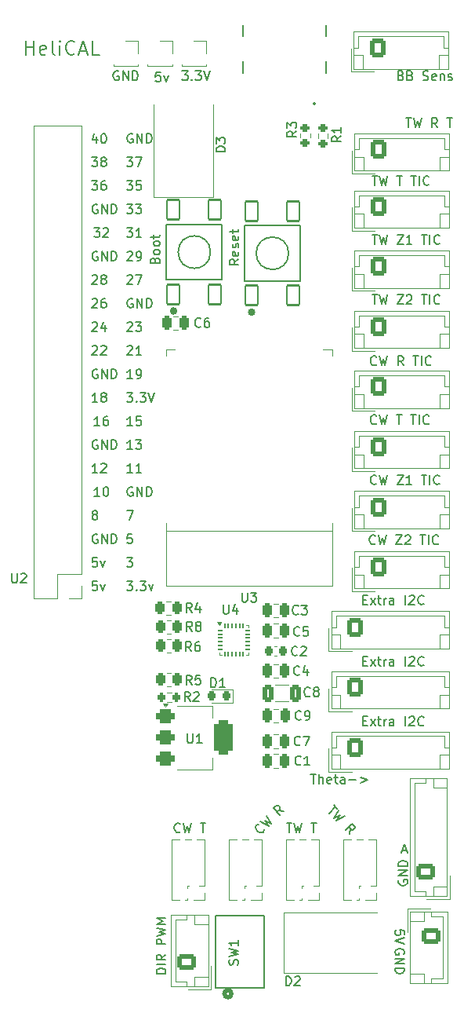
<source format=gto>
G04 #@! TF.GenerationSoftware,KiCad,Pcbnew,9.0.0*
G04 #@! TF.CreationDate,2025-04-10T20:16:32-07:00*
G04 #@! TF.ProjectId,ESP32_S2_SOLO_N4 Kicad Reference Design,45535033-325f-4533-925f-534f4c4f5f4e,rev?*
G04 #@! TF.SameCoordinates,Original*
G04 #@! TF.FileFunction,Legend,Top*
G04 #@! TF.FilePolarity,Positive*
%FSLAX46Y46*%
G04 Gerber Fmt 4.6, Leading zero omitted, Abs format (unit mm)*
G04 Created by KiCad (PCBNEW 9.0.0) date 2025-04-10 20:16:32*
%MOMM*%
%LPD*%
G01*
G04 APERTURE LIST*
G04 Aperture macros list*
%AMRoundRect*
0 Rectangle with rounded corners*
0 $1 Rounding radius*
0 $2 $3 $4 $5 $6 $7 $8 $9 X,Y pos of 4 corners*
0 Add a 4 corners polygon primitive as box body*
4,1,4,$2,$3,$4,$5,$6,$7,$8,$9,$2,$3,0*
0 Add four circle primitives for the rounded corners*
1,1,$1+$1,$2,$3*
1,1,$1+$1,$4,$5*
1,1,$1+$1,$6,$7*
1,1,$1+$1,$8,$9*
0 Add four rect primitives between the rounded corners*
20,1,$1+$1,$2,$3,$4,$5,0*
20,1,$1+$1,$4,$5,$6,$7,0*
20,1,$1+$1,$6,$7,$8,$9,0*
20,1,$1+$1,$8,$9,$2,$3,0*%
%AMOutline4P*
0 Free polygon, 4 corners , with rotation*
0 The origin of the aperture is its center*
0 number of corners: always 4*
0 $1 to $8 corner X, Y*
0 $9 Rotation angle, in degrees counterclockwise*
0 create outline with 4 corners*
4,1,4,$1,$2,$3,$4,$5,$6,$7,$8,$1,$2,$9*%
G04 Aperture macros list end*
%ADD10C,0.150000*%
%ADD11C,0.190500*%
%ADD12C,0.120000*%
%ADD13C,0.127000*%
%ADD14C,0.400000*%
%ADD15C,0.200000*%
%ADD16C,0.152400*%
%ADD17C,0.508000*%
%ADD18C,0.010000*%
%ADD19RoundRect,0.250000X0.325000X0.650000X-0.325000X0.650000X-0.325000X-0.650000X0.325000X-0.650000X0*%
%ADD20RoundRect,0.225000X-0.225000X-0.250000X0.225000X-0.250000X0.225000X0.250000X-0.225000X0.250000X0*%
%ADD21C,0.850000*%
%ADD22C,5.000000*%
%ADD23RoundRect,0.250000X-0.600000X-0.725000X0.600000X-0.725000X0.600000X0.725000X-0.600000X0.725000X0*%
%ADD24O,1.700000X1.950000*%
%ADD25RoundRect,0.102000X0.700000X-1.050000X0.700000X1.050000X-0.700000X1.050000X-0.700000X-1.050000X0*%
%ADD26RoundRect,0.050000X-0.225000X-0.050000X0.225000X-0.050000X0.225000X0.050000X-0.225000X0.050000X0*%
%ADD27RoundRect,0.050000X0.050000X-0.225000X0.050000X0.225000X-0.050000X0.225000X-0.050000X-0.225000X0*%
%ADD28RoundRect,0.250000X-0.250000X-0.475000X0.250000X-0.475000X0.250000X0.475000X-0.250000X0.475000X0*%
%ADD29R,1.700000X1.700000*%
%ADD30RoundRect,0.250000X-0.262500X-0.450000X0.262500X-0.450000X0.262500X0.450000X-0.262500X0.450000X0*%
%ADD31RoundRect,0.200000X-0.200000X-0.275000X0.200000X-0.275000X0.200000X0.275000X-0.200000X0.275000X0*%
%ADD32RoundRect,0.200000X0.275000X-0.200000X0.275000X0.200000X-0.275000X0.200000X-0.275000X-0.200000X0*%
%ADD33Outline4P,-2.150000X-1.800000X2.150000X-0.800000X2.150000X0.800000X-2.150000X1.800000X0.000000*%
%ADD34Outline4P,-2.150000X-1.800000X2.150000X-0.800000X2.150000X0.800000X-2.150000X1.800000X180.000000*%
%ADD35O,1.700000X1.700000*%
%ADD36R,1.000000X1.000000*%
%ADD37O,1.000000X1.000000*%
%ADD38RoundRect,0.250000X0.250000X0.475000X-0.250000X0.475000X-0.250000X-0.475000X0.250000X-0.475000X0*%
%ADD39RoundRect,0.250000X0.262500X0.450000X-0.262500X0.450000X-0.262500X-0.450000X0.262500X-0.450000X0*%
%ADD40R,1.500000X0.900000*%
%ADD41R,0.900000X1.500000*%
%ADD42R,0.900000X0.900000*%
%ADD43C,0.650000*%
%ADD44O,1.204000X2.304000*%
%ADD45O,1.204000X2.004000*%
%ADD46RoundRect,0.250000X0.725000X-0.600000X0.725000X0.600000X-0.725000X0.600000X-0.725000X-0.600000X0*%
%ADD47O,1.950000X1.700000*%
%ADD48RoundRect,0.218750X0.218750X0.256250X-0.218750X0.256250X-0.218750X-0.256250X0.218750X-0.256250X0*%
%ADD49RoundRect,0.250000X0.750000X-0.600000X0.750000X0.600000X-0.750000X0.600000X-0.750000X-0.600000X0*%
%ADD50O,2.000000X1.700000*%
%ADD51RoundRect,0.375000X-0.625000X-0.375000X0.625000X-0.375000X0.625000X0.375000X-0.625000X0.375000X0*%
%ADD52RoundRect,0.500000X-0.500000X-1.400000X0.500000X-1.400000X0.500000X1.400000X-0.500000X1.400000X0*%
%ADD53Outline4P,-2.150000X-1.800000X2.150000X-0.800000X2.150000X0.800000X-2.150000X1.800000X90.000000*%
%ADD54Outline4P,-2.150000X-1.800000X2.150000X-0.800000X2.150000X0.800000X-2.150000X1.800000X270.000000*%
%ADD55C,1.117600*%
%ADD56C,5.400000*%
%ADD57RoundRect,0.250000X-0.750000X0.600000X-0.750000X-0.600000X0.750000X-0.600000X0.750000X0.600000X0*%
%ADD58RoundRect,0.200000X-0.275000X0.200000X-0.275000X-0.200000X0.275000X-0.200000X0.275000X0.200000X0*%
G04 APERTURE END LIST*
D10*
X90316207Y-116233580D02*
X90268588Y-116281200D01*
X90268588Y-116281200D02*
X90125731Y-116328819D01*
X90125731Y-116328819D02*
X90030493Y-116328819D01*
X90030493Y-116328819D02*
X89887636Y-116281200D01*
X89887636Y-116281200D02*
X89792398Y-116185961D01*
X89792398Y-116185961D02*
X89744779Y-116090723D01*
X89744779Y-116090723D02*
X89697160Y-115900247D01*
X89697160Y-115900247D02*
X89697160Y-115757390D01*
X89697160Y-115757390D02*
X89744779Y-115566914D01*
X89744779Y-115566914D02*
X89792398Y-115471676D01*
X89792398Y-115471676D02*
X89887636Y-115376438D01*
X89887636Y-115376438D02*
X90030493Y-115328819D01*
X90030493Y-115328819D02*
X90125731Y-115328819D01*
X90125731Y-115328819D02*
X90268588Y-115376438D01*
X90268588Y-115376438D02*
X90316207Y-115424057D01*
X90649541Y-115328819D02*
X90887636Y-116328819D01*
X90887636Y-116328819D02*
X91078112Y-115614533D01*
X91078112Y-115614533D02*
X91268588Y-116328819D01*
X91268588Y-116328819D02*
X91506684Y-115328819D01*
X92554303Y-115328819D02*
X93220969Y-115328819D01*
X93220969Y-115328819D02*
X92554303Y-116328819D01*
X92554303Y-116328819D02*
X93220969Y-116328819D01*
X93554303Y-115424057D02*
X93601922Y-115376438D01*
X93601922Y-115376438D02*
X93697160Y-115328819D01*
X93697160Y-115328819D02*
X93935255Y-115328819D01*
X93935255Y-115328819D02*
X94030493Y-115376438D01*
X94030493Y-115376438D02*
X94078112Y-115424057D01*
X94078112Y-115424057D02*
X94125731Y-115519295D01*
X94125731Y-115519295D02*
X94125731Y-115614533D01*
X94125731Y-115614533D02*
X94078112Y-115757390D01*
X94078112Y-115757390D02*
X93506684Y-116328819D01*
X93506684Y-116328819D02*
X94125731Y-116328819D01*
X95173351Y-115328819D02*
X95744779Y-115328819D01*
X95459065Y-116328819D02*
X95459065Y-115328819D01*
X96078113Y-116328819D02*
X96078113Y-115328819D01*
X97125731Y-116233580D02*
X97078112Y-116281200D01*
X97078112Y-116281200D02*
X96935255Y-116328819D01*
X96935255Y-116328819D02*
X96840017Y-116328819D01*
X96840017Y-116328819D02*
X96697160Y-116281200D01*
X96697160Y-116281200D02*
X96601922Y-116185961D01*
X96601922Y-116185961D02*
X96554303Y-116090723D01*
X96554303Y-116090723D02*
X96506684Y-115900247D01*
X96506684Y-115900247D02*
X96506684Y-115757390D01*
X96506684Y-115757390D02*
X96554303Y-115566914D01*
X96554303Y-115566914D02*
X96601922Y-115471676D01*
X96601922Y-115471676D02*
X96697160Y-115376438D01*
X96697160Y-115376438D02*
X96840017Y-115328819D01*
X96840017Y-115328819D02*
X96935255Y-115328819D01*
X96935255Y-115328819D02*
X97078112Y-115376438D01*
X97078112Y-115376438D02*
X97125731Y-115424057D01*
X90443207Y-109756580D02*
X90395588Y-109804200D01*
X90395588Y-109804200D02*
X90252731Y-109851819D01*
X90252731Y-109851819D02*
X90157493Y-109851819D01*
X90157493Y-109851819D02*
X90014636Y-109804200D01*
X90014636Y-109804200D02*
X89919398Y-109708961D01*
X89919398Y-109708961D02*
X89871779Y-109613723D01*
X89871779Y-109613723D02*
X89824160Y-109423247D01*
X89824160Y-109423247D02*
X89824160Y-109280390D01*
X89824160Y-109280390D02*
X89871779Y-109089914D01*
X89871779Y-109089914D02*
X89919398Y-108994676D01*
X89919398Y-108994676D02*
X90014636Y-108899438D01*
X90014636Y-108899438D02*
X90157493Y-108851819D01*
X90157493Y-108851819D02*
X90252731Y-108851819D01*
X90252731Y-108851819D02*
X90395588Y-108899438D01*
X90395588Y-108899438D02*
X90443207Y-108947057D01*
X90776541Y-108851819D02*
X91014636Y-109851819D01*
X91014636Y-109851819D02*
X91205112Y-109137533D01*
X91205112Y-109137533D02*
X91395588Y-109851819D01*
X91395588Y-109851819D02*
X91633684Y-108851819D01*
X92681303Y-108851819D02*
X93347969Y-108851819D01*
X93347969Y-108851819D02*
X92681303Y-109851819D01*
X92681303Y-109851819D02*
X93347969Y-109851819D01*
X94252731Y-109851819D02*
X93681303Y-109851819D01*
X93967017Y-109851819D02*
X93967017Y-108851819D01*
X93967017Y-108851819D02*
X93871779Y-108994676D01*
X93871779Y-108994676D02*
X93776541Y-109089914D01*
X93776541Y-109089914D02*
X93681303Y-109137533D01*
X95300351Y-108851819D02*
X95871779Y-108851819D01*
X95586065Y-109851819D02*
X95586065Y-108851819D01*
X96205113Y-109851819D02*
X96205113Y-108851819D01*
X97252731Y-109756580D02*
X97205112Y-109804200D01*
X97205112Y-109804200D02*
X97062255Y-109851819D01*
X97062255Y-109851819D02*
X96967017Y-109851819D01*
X96967017Y-109851819D02*
X96824160Y-109804200D01*
X96824160Y-109804200D02*
X96728922Y-109708961D01*
X96728922Y-109708961D02*
X96681303Y-109613723D01*
X96681303Y-109613723D02*
X96633684Y-109423247D01*
X96633684Y-109423247D02*
X96633684Y-109280390D01*
X96633684Y-109280390D02*
X96681303Y-109089914D01*
X96681303Y-109089914D02*
X96728922Y-108994676D01*
X96728922Y-108994676D02*
X96824160Y-108899438D01*
X96824160Y-108899438D02*
X96967017Y-108851819D01*
X96967017Y-108851819D02*
X97062255Y-108851819D01*
X97062255Y-108851819D02*
X97205112Y-108899438D01*
X97205112Y-108899438D02*
X97252731Y-108947057D01*
X89982922Y-82943819D02*
X90554350Y-82943819D01*
X90268636Y-83943819D02*
X90268636Y-82943819D01*
X90792446Y-82943819D02*
X91030541Y-83943819D01*
X91030541Y-83943819D02*
X91221017Y-83229533D01*
X91221017Y-83229533D02*
X91411493Y-83943819D01*
X91411493Y-83943819D02*
X91649589Y-82943819D01*
X92697208Y-82943819D02*
X93363874Y-82943819D01*
X93363874Y-82943819D02*
X92697208Y-83943819D01*
X92697208Y-83943819D02*
X93363874Y-83943819D01*
X94268636Y-83943819D02*
X93697208Y-83943819D01*
X93982922Y-83943819D02*
X93982922Y-82943819D01*
X93982922Y-82943819D02*
X93887684Y-83086676D01*
X93887684Y-83086676D02*
X93792446Y-83181914D01*
X93792446Y-83181914D02*
X93697208Y-83229533D01*
X95316256Y-82943819D02*
X95887684Y-82943819D01*
X95601970Y-83943819D02*
X95601970Y-82943819D01*
X96221018Y-83943819D02*
X96221018Y-82943819D01*
X97268636Y-83848580D02*
X97221017Y-83896200D01*
X97221017Y-83896200D02*
X97078160Y-83943819D01*
X97078160Y-83943819D02*
X96982922Y-83943819D01*
X96982922Y-83943819D02*
X96840065Y-83896200D01*
X96840065Y-83896200D02*
X96744827Y-83800961D01*
X96744827Y-83800961D02*
X96697208Y-83705723D01*
X96697208Y-83705723D02*
X96649589Y-83515247D01*
X96649589Y-83515247D02*
X96649589Y-83372390D01*
X96649589Y-83372390D02*
X96697208Y-83181914D01*
X96697208Y-83181914D02*
X96744827Y-83086676D01*
X96744827Y-83086676D02*
X96840065Y-82991438D01*
X96840065Y-82991438D02*
X96982922Y-82943819D01*
X96982922Y-82943819D02*
X97078160Y-82943819D01*
X97078160Y-82943819D02*
X97221017Y-82991438D01*
X97221017Y-82991438D02*
X97268636Y-83039057D01*
X67687819Y-162604220D02*
X66687819Y-162604220D01*
X66687819Y-162604220D02*
X66687819Y-162366125D01*
X66687819Y-162366125D02*
X66735438Y-162223268D01*
X66735438Y-162223268D02*
X66830676Y-162128030D01*
X66830676Y-162128030D02*
X66925914Y-162080411D01*
X66925914Y-162080411D02*
X67116390Y-162032792D01*
X67116390Y-162032792D02*
X67259247Y-162032792D01*
X67259247Y-162032792D02*
X67449723Y-162080411D01*
X67449723Y-162080411D02*
X67544961Y-162128030D01*
X67544961Y-162128030D02*
X67640200Y-162223268D01*
X67640200Y-162223268D02*
X67687819Y-162366125D01*
X67687819Y-162366125D02*
X67687819Y-162604220D01*
X67687819Y-161604220D02*
X66687819Y-161604220D01*
X67687819Y-160556602D02*
X67211628Y-160889935D01*
X67687819Y-161128030D02*
X66687819Y-161128030D01*
X66687819Y-161128030D02*
X66687819Y-160747078D01*
X66687819Y-160747078D02*
X66735438Y-160651840D01*
X66735438Y-160651840D02*
X66783057Y-160604221D01*
X66783057Y-160604221D02*
X66878295Y-160556602D01*
X66878295Y-160556602D02*
X67021152Y-160556602D01*
X67021152Y-160556602D02*
X67116390Y-160604221D01*
X67116390Y-160604221D02*
X67164009Y-160651840D01*
X67164009Y-160651840D02*
X67211628Y-160747078D01*
X67211628Y-160747078D02*
X67211628Y-161128030D01*
X69456541Y-65290819D02*
X70075588Y-65290819D01*
X70075588Y-65290819D02*
X69742255Y-65671771D01*
X69742255Y-65671771D02*
X69885112Y-65671771D01*
X69885112Y-65671771D02*
X69980350Y-65719390D01*
X69980350Y-65719390D02*
X70027969Y-65767009D01*
X70027969Y-65767009D02*
X70075588Y-65862247D01*
X70075588Y-65862247D02*
X70075588Y-66100342D01*
X70075588Y-66100342D02*
X70027969Y-66195580D01*
X70027969Y-66195580D02*
X69980350Y-66243200D01*
X69980350Y-66243200D02*
X69885112Y-66290819D01*
X69885112Y-66290819D02*
X69599398Y-66290819D01*
X69599398Y-66290819D02*
X69504160Y-66243200D01*
X69504160Y-66243200D02*
X69456541Y-66195580D01*
X70504160Y-66195580D02*
X70551779Y-66243200D01*
X70551779Y-66243200D02*
X70504160Y-66290819D01*
X70504160Y-66290819D02*
X70456541Y-66243200D01*
X70456541Y-66243200D02*
X70504160Y-66195580D01*
X70504160Y-66195580D02*
X70504160Y-66290819D01*
X70885112Y-65290819D02*
X71504159Y-65290819D01*
X71504159Y-65290819D02*
X71170826Y-65671771D01*
X71170826Y-65671771D02*
X71313683Y-65671771D01*
X71313683Y-65671771D02*
X71408921Y-65719390D01*
X71408921Y-65719390D02*
X71456540Y-65767009D01*
X71456540Y-65767009D02*
X71504159Y-65862247D01*
X71504159Y-65862247D02*
X71504159Y-66100342D01*
X71504159Y-66100342D02*
X71456540Y-66195580D01*
X71456540Y-66195580D02*
X71408921Y-66243200D01*
X71408921Y-66243200D02*
X71313683Y-66290819D01*
X71313683Y-66290819D02*
X71027969Y-66290819D01*
X71027969Y-66290819D02*
X70932731Y-66243200D01*
X70932731Y-66243200D02*
X70885112Y-66195580D01*
X71789874Y-65290819D02*
X72123207Y-66290819D01*
X72123207Y-66290819D02*
X72456540Y-65290819D01*
X85823082Y-144422765D02*
X86227143Y-144826826D01*
X85318005Y-145331902D02*
X86025112Y-144624795D01*
X86395502Y-144995184D02*
X85856754Y-145870650D01*
X85856754Y-145870650D02*
X86496517Y-145500261D01*
X86496517Y-145500261D02*
X86126128Y-146140024D01*
X86126128Y-146140024D02*
X87001593Y-145601276D01*
X87506670Y-147520566D02*
X87607685Y-146948146D01*
X87102609Y-147116505D02*
X87809715Y-146409398D01*
X87809715Y-146409398D02*
X88079089Y-146678772D01*
X88079089Y-146678772D02*
X88112761Y-146779787D01*
X88112761Y-146779787D02*
X88112761Y-146847131D01*
X88112761Y-146847131D02*
X88079089Y-146948146D01*
X88079089Y-146948146D02*
X87978074Y-147049161D01*
X87978074Y-147049161D02*
X87877059Y-147082833D01*
X87877059Y-147082833D02*
X87809715Y-147082833D01*
X87809715Y-147082833D02*
X87708700Y-147049161D01*
X87708700Y-147049161D02*
X87439326Y-146779787D01*
X89982922Y-89420819D02*
X90554350Y-89420819D01*
X90268636Y-90420819D02*
X90268636Y-89420819D01*
X90792446Y-89420819D02*
X91030541Y-90420819D01*
X91030541Y-90420819D02*
X91221017Y-89706533D01*
X91221017Y-89706533D02*
X91411493Y-90420819D01*
X91411493Y-90420819D02*
X91649589Y-89420819D01*
X92697208Y-89420819D02*
X93363874Y-89420819D01*
X93363874Y-89420819D02*
X92697208Y-90420819D01*
X92697208Y-90420819D02*
X93363874Y-90420819D01*
X93697208Y-89516057D02*
X93744827Y-89468438D01*
X93744827Y-89468438D02*
X93840065Y-89420819D01*
X93840065Y-89420819D02*
X94078160Y-89420819D01*
X94078160Y-89420819D02*
X94173398Y-89468438D01*
X94173398Y-89468438D02*
X94221017Y-89516057D01*
X94221017Y-89516057D02*
X94268636Y-89611295D01*
X94268636Y-89611295D02*
X94268636Y-89706533D01*
X94268636Y-89706533D02*
X94221017Y-89849390D01*
X94221017Y-89849390D02*
X93649589Y-90420819D01*
X93649589Y-90420819D02*
X94268636Y-90420819D01*
X95316256Y-89420819D02*
X95887684Y-89420819D01*
X95601970Y-90420819D02*
X95601970Y-89420819D01*
X96221018Y-90420819D02*
X96221018Y-89420819D01*
X97268636Y-90325580D02*
X97221017Y-90373200D01*
X97221017Y-90373200D02*
X97078160Y-90420819D01*
X97078160Y-90420819D02*
X96982922Y-90420819D01*
X96982922Y-90420819D02*
X96840065Y-90373200D01*
X96840065Y-90373200D02*
X96744827Y-90277961D01*
X96744827Y-90277961D02*
X96697208Y-90182723D01*
X96697208Y-90182723D02*
X96649589Y-89992247D01*
X96649589Y-89992247D02*
X96649589Y-89849390D01*
X96649589Y-89849390D02*
X96697208Y-89658914D01*
X96697208Y-89658914D02*
X96744827Y-89563676D01*
X96744827Y-89563676D02*
X96840065Y-89468438D01*
X96840065Y-89468438D02*
X96982922Y-89420819D01*
X96982922Y-89420819D02*
X97078160Y-89420819D01*
X97078160Y-89420819D02*
X97221017Y-89468438D01*
X97221017Y-89468438D02*
X97268636Y-89516057D01*
X67106969Y-65417819D02*
X66630779Y-65417819D01*
X66630779Y-65417819D02*
X66583160Y-65894009D01*
X66583160Y-65894009D02*
X66630779Y-65846390D01*
X66630779Y-65846390D02*
X66726017Y-65798771D01*
X66726017Y-65798771D02*
X66964112Y-65798771D01*
X66964112Y-65798771D02*
X67059350Y-65846390D01*
X67059350Y-65846390D02*
X67106969Y-65894009D01*
X67106969Y-65894009D02*
X67154588Y-65989247D01*
X67154588Y-65989247D02*
X67154588Y-66227342D01*
X67154588Y-66227342D02*
X67106969Y-66322580D01*
X67106969Y-66322580D02*
X67059350Y-66370200D01*
X67059350Y-66370200D02*
X66964112Y-66417819D01*
X66964112Y-66417819D02*
X66726017Y-66417819D01*
X66726017Y-66417819D02*
X66630779Y-66370200D01*
X66630779Y-66370200D02*
X66583160Y-66322580D01*
X67487922Y-65751152D02*
X67726017Y-66417819D01*
X67726017Y-66417819D02*
X67964112Y-65751152D01*
X69234207Y-147297780D02*
X69186588Y-147345400D01*
X69186588Y-147345400D02*
X69043731Y-147393019D01*
X69043731Y-147393019D02*
X68948493Y-147393019D01*
X68948493Y-147393019D02*
X68805636Y-147345400D01*
X68805636Y-147345400D02*
X68710398Y-147250161D01*
X68710398Y-147250161D02*
X68662779Y-147154923D01*
X68662779Y-147154923D02*
X68615160Y-146964447D01*
X68615160Y-146964447D02*
X68615160Y-146821590D01*
X68615160Y-146821590D02*
X68662779Y-146631114D01*
X68662779Y-146631114D02*
X68710398Y-146535876D01*
X68710398Y-146535876D02*
X68805636Y-146440638D01*
X68805636Y-146440638D02*
X68948493Y-146393019D01*
X68948493Y-146393019D02*
X69043731Y-146393019D01*
X69043731Y-146393019D02*
X69186588Y-146440638D01*
X69186588Y-146440638D02*
X69234207Y-146488257D01*
X69567541Y-146393019D02*
X69805636Y-147393019D01*
X69805636Y-147393019D02*
X69996112Y-146678733D01*
X69996112Y-146678733D02*
X70186588Y-147393019D01*
X70186588Y-147393019D02*
X70424684Y-146393019D01*
X71424684Y-146393019D02*
X71996112Y-146393019D01*
X71710398Y-147393019D02*
X71710398Y-146393019D01*
X88982779Y-135363009D02*
X89316112Y-135363009D01*
X89458969Y-135886819D02*
X88982779Y-135886819D01*
X88982779Y-135886819D02*
X88982779Y-134886819D01*
X88982779Y-134886819D02*
X89458969Y-134886819D01*
X89792303Y-135886819D02*
X90316112Y-135220152D01*
X89792303Y-135220152D02*
X90316112Y-135886819D01*
X90554208Y-135220152D02*
X90935160Y-135220152D01*
X90697065Y-134886819D02*
X90697065Y-135743961D01*
X90697065Y-135743961D02*
X90744684Y-135839200D01*
X90744684Y-135839200D02*
X90839922Y-135886819D01*
X90839922Y-135886819D02*
X90935160Y-135886819D01*
X91268494Y-135886819D02*
X91268494Y-135220152D01*
X91268494Y-135410628D02*
X91316113Y-135315390D01*
X91316113Y-135315390D02*
X91363732Y-135267771D01*
X91363732Y-135267771D02*
X91458970Y-135220152D01*
X91458970Y-135220152D02*
X91554208Y-135220152D01*
X92316113Y-135886819D02*
X92316113Y-135363009D01*
X92316113Y-135363009D02*
X92268494Y-135267771D01*
X92268494Y-135267771D02*
X92173256Y-135220152D01*
X92173256Y-135220152D02*
X91982780Y-135220152D01*
X91982780Y-135220152D02*
X91887542Y-135267771D01*
X92316113Y-135839200D02*
X92220875Y-135886819D01*
X92220875Y-135886819D02*
X91982780Y-135886819D01*
X91982780Y-135886819D02*
X91887542Y-135839200D01*
X91887542Y-135839200D02*
X91839923Y-135743961D01*
X91839923Y-135743961D02*
X91839923Y-135648723D01*
X91839923Y-135648723D02*
X91887542Y-135553485D01*
X91887542Y-135553485D02*
X91982780Y-135505866D01*
X91982780Y-135505866D02*
X92220875Y-135505866D01*
X92220875Y-135505866D02*
X92316113Y-135458247D01*
X93554209Y-135886819D02*
X93554209Y-134886819D01*
X93982780Y-134982057D02*
X94030399Y-134934438D01*
X94030399Y-134934438D02*
X94125637Y-134886819D01*
X94125637Y-134886819D02*
X94363732Y-134886819D01*
X94363732Y-134886819D02*
X94458970Y-134934438D01*
X94458970Y-134934438D02*
X94506589Y-134982057D01*
X94506589Y-134982057D02*
X94554208Y-135077295D01*
X94554208Y-135077295D02*
X94554208Y-135172533D01*
X94554208Y-135172533D02*
X94506589Y-135315390D01*
X94506589Y-135315390D02*
X93935161Y-135886819D01*
X93935161Y-135886819D02*
X94554208Y-135886819D01*
X95554208Y-135791580D02*
X95506589Y-135839200D01*
X95506589Y-135839200D02*
X95363732Y-135886819D01*
X95363732Y-135886819D02*
X95268494Y-135886819D01*
X95268494Y-135886819D02*
X95125637Y-135839200D01*
X95125637Y-135839200D02*
X95030399Y-135743961D01*
X95030399Y-135743961D02*
X94982780Y-135648723D01*
X94982780Y-135648723D02*
X94935161Y-135458247D01*
X94935161Y-135458247D02*
X94935161Y-135315390D01*
X94935161Y-135315390D02*
X94982780Y-135124914D01*
X94982780Y-135124914D02*
X95030399Y-135029676D01*
X95030399Y-135029676D02*
X95125637Y-134934438D01*
X95125637Y-134934438D02*
X95268494Y-134886819D01*
X95268494Y-134886819D02*
X95363732Y-134886819D01*
X95363732Y-134886819D02*
X95506589Y-134934438D01*
X95506589Y-134934438D02*
X95554208Y-134982057D01*
X75561819Y-85578792D02*
X75085628Y-85912125D01*
X75561819Y-86150220D02*
X74561819Y-86150220D01*
X74561819Y-86150220D02*
X74561819Y-85769268D01*
X74561819Y-85769268D02*
X74609438Y-85674030D01*
X74609438Y-85674030D02*
X74657057Y-85626411D01*
X74657057Y-85626411D02*
X74752295Y-85578792D01*
X74752295Y-85578792D02*
X74895152Y-85578792D01*
X74895152Y-85578792D02*
X74990390Y-85626411D01*
X74990390Y-85626411D02*
X75038009Y-85674030D01*
X75038009Y-85674030D02*
X75085628Y-85769268D01*
X75085628Y-85769268D02*
X75085628Y-86150220D01*
X75514200Y-84769268D02*
X75561819Y-84864506D01*
X75561819Y-84864506D02*
X75561819Y-85054982D01*
X75561819Y-85054982D02*
X75514200Y-85150220D01*
X75514200Y-85150220D02*
X75418961Y-85197839D01*
X75418961Y-85197839D02*
X75038009Y-85197839D01*
X75038009Y-85197839D02*
X74942771Y-85150220D01*
X74942771Y-85150220D02*
X74895152Y-85054982D01*
X74895152Y-85054982D02*
X74895152Y-84864506D01*
X74895152Y-84864506D02*
X74942771Y-84769268D01*
X74942771Y-84769268D02*
X75038009Y-84721649D01*
X75038009Y-84721649D02*
X75133247Y-84721649D01*
X75133247Y-84721649D02*
X75228485Y-85197839D01*
X75514200Y-84340696D02*
X75561819Y-84245458D01*
X75561819Y-84245458D02*
X75561819Y-84054982D01*
X75561819Y-84054982D02*
X75514200Y-83959744D01*
X75514200Y-83959744D02*
X75418961Y-83912125D01*
X75418961Y-83912125D02*
X75371342Y-83912125D01*
X75371342Y-83912125D02*
X75276104Y-83959744D01*
X75276104Y-83959744D02*
X75228485Y-84054982D01*
X75228485Y-84054982D02*
X75228485Y-84197839D01*
X75228485Y-84197839D02*
X75180866Y-84293077D01*
X75180866Y-84293077D02*
X75085628Y-84340696D01*
X75085628Y-84340696D02*
X75038009Y-84340696D01*
X75038009Y-84340696D02*
X74942771Y-84293077D01*
X74942771Y-84293077D02*
X74895152Y-84197839D01*
X74895152Y-84197839D02*
X74895152Y-84054982D01*
X74895152Y-84054982D02*
X74942771Y-83959744D01*
X75514200Y-83102601D02*
X75561819Y-83197839D01*
X75561819Y-83197839D02*
X75561819Y-83388315D01*
X75561819Y-83388315D02*
X75514200Y-83483553D01*
X75514200Y-83483553D02*
X75418961Y-83531172D01*
X75418961Y-83531172D02*
X75038009Y-83531172D01*
X75038009Y-83531172D02*
X74942771Y-83483553D01*
X74942771Y-83483553D02*
X74895152Y-83388315D01*
X74895152Y-83388315D02*
X74895152Y-83197839D01*
X74895152Y-83197839D02*
X74942771Y-83102601D01*
X74942771Y-83102601D02*
X75038009Y-83054982D01*
X75038009Y-83054982D02*
X75133247Y-83054982D01*
X75133247Y-83054982D02*
X75228485Y-83531172D01*
X74895152Y-82769267D02*
X74895152Y-82388315D01*
X74561819Y-82626410D02*
X75418961Y-82626410D01*
X75418961Y-82626410D02*
X75514200Y-82578791D01*
X75514200Y-82578791D02*
X75561819Y-82483553D01*
X75561819Y-82483553D02*
X75561819Y-82388315D01*
X88982779Y-122282009D02*
X89316112Y-122282009D01*
X89458969Y-122805819D02*
X88982779Y-122805819D01*
X88982779Y-122805819D02*
X88982779Y-121805819D01*
X88982779Y-121805819D02*
X89458969Y-121805819D01*
X89792303Y-122805819D02*
X90316112Y-122139152D01*
X89792303Y-122139152D02*
X90316112Y-122805819D01*
X90554208Y-122139152D02*
X90935160Y-122139152D01*
X90697065Y-121805819D02*
X90697065Y-122662961D01*
X90697065Y-122662961D02*
X90744684Y-122758200D01*
X90744684Y-122758200D02*
X90839922Y-122805819D01*
X90839922Y-122805819D02*
X90935160Y-122805819D01*
X91268494Y-122805819D02*
X91268494Y-122139152D01*
X91268494Y-122329628D02*
X91316113Y-122234390D01*
X91316113Y-122234390D02*
X91363732Y-122186771D01*
X91363732Y-122186771D02*
X91458970Y-122139152D01*
X91458970Y-122139152D02*
X91554208Y-122139152D01*
X92316113Y-122805819D02*
X92316113Y-122282009D01*
X92316113Y-122282009D02*
X92268494Y-122186771D01*
X92268494Y-122186771D02*
X92173256Y-122139152D01*
X92173256Y-122139152D02*
X91982780Y-122139152D01*
X91982780Y-122139152D02*
X91887542Y-122186771D01*
X92316113Y-122758200D02*
X92220875Y-122805819D01*
X92220875Y-122805819D02*
X91982780Y-122805819D01*
X91982780Y-122805819D02*
X91887542Y-122758200D01*
X91887542Y-122758200D02*
X91839923Y-122662961D01*
X91839923Y-122662961D02*
X91839923Y-122567723D01*
X91839923Y-122567723D02*
X91887542Y-122472485D01*
X91887542Y-122472485D02*
X91982780Y-122424866D01*
X91982780Y-122424866D02*
X92220875Y-122424866D01*
X92220875Y-122424866D02*
X92316113Y-122377247D01*
X93554209Y-122805819D02*
X93554209Y-121805819D01*
X93982780Y-121901057D02*
X94030399Y-121853438D01*
X94030399Y-121853438D02*
X94125637Y-121805819D01*
X94125637Y-121805819D02*
X94363732Y-121805819D01*
X94363732Y-121805819D02*
X94458970Y-121853438D01*
X94458970Y-121853438D02*
X94506589Y-121901057D01*
X94506589Y-121901057D02*
X94554208Y-121996295D01*
X94554208Y-121996295D02*
X94554208Y-122091533D01*
X94554208Y-122091533D02*
X94506589Y-122234390D01*
X94506589Y-122234390D02*
X93935161Y-122805819D01*
X93935161Y-122805819D02*
X94554208Y-122805819D01*
X95554208Y-122710580D02*
X95506589Y-122758200D01*
X95506589Y-122758200D02*
X95363732Y-122805819D01*
X95363732Y-122805819D02*
X95268494Y-122805819D01*
X95268494Y-122805819D02*
X95125637Y-122758200D01*
X95125637Y-122758200D02*
X95030399Y-122662961D01*
X95030399Y-122662961D02*
X94982780Y-122567723D01*
X94982780Y-122567723D02*
X94935161Y-122377247D01*
X94935161Y-122377247D02*
X94935161Y-122234390D01*
X94935161Y-122234390D02*
X94982780Y-122043914D01*
X94982780Y-122043914D02*
X95030399Y-121948676D01*
X95030399Y-121948676D02*
X95125637Y-121853438D01*
X95125637Y-121853438D02*
X95268494Y-121805819D01*
X95268494Y-121805819D02*
X95363732Y-121805819D01*
X95363732Y-121805819D02*
X95506589Y-121853438D01*
X95506589Y-121853438D02*
X95554208Y-121901057D01*
X66529009Y-85689887D02*
X66576628Y-85547030D01*
X66576628Y-85547030D02*
X66624247Y-85499411D01*
X66624247Y-85499411D02*
X66719485Y-85451792D01*
X66719485Y-85451792D02*
X66862342Y-85451792D01*
X66862342Y-85451792D02*
X66957580Y-85499411D01*
X66957580Y-85499411D02*
X67005200Y-85547030D01*
X67005200Y-85547030D02*
X67052819Y-85642268D01*
X67052819Y-85642268D02*
X67052819Y-86023220D01*
X67052819Y-86023220D02*
X66052819Y-86023220D01*
X66052819Y-86023220D02*
X66052819Y-85689887D01*
X66052819Y-85689887D02*
X66100438Y-85594649D01*
X66100438Y-85594649D02*
X66148057Y-85547030D01*
X66148057Y-85547030D02*
X66243295Y-85499411D01*
X66243295Y-85499411D02*
X66338533Y-85499411D01*
X66338533Y-85499411D02*
X66433771Y-85547030D01*
X66433771Y-85547030D02*
X66481390Y-85594649D01*
X66481390Y-85594649D02*
X66529009Y-85689887D01*
X66529009Y-85689887D02*
X66529009Y-86023220D01*
X67052819Y-84880363D02*
X67005200Y-84975601D01*
X67005200Y-84975601D02*
X66957580Y-85023220D01*
X66957580Y-85023220D02*
X66862342Y-85070839D01*
X66862342Y-85070839D02*
X66576628Y-85070839D01*
X66576628Y-85070839D02*
X66481390Y-85023220D01*
X66481390Y-85023220D02*
X66433771Y-84975601D01*
X66433771Y-84975601D02*
X66386152Y-84880363D01*
X66386152Y-84880363D02*
X66386152Y-84737506D01*
X66386152Y-84737506D02*
X66433771Y-84642268D01*
X66433771Y-84642268D02*
X66481390Y-84594649D01*
X66481390Y-84594649D02*
X66576628Y-84547030D01*
X66576628Y-84547030D02*
X66862342Y-84547030D01*
X66862342Y-84547030D02*
X66957580Y-84594649D01*
X66957580Y-84594649D02*
X67005200Y-84642268D01*
X67005200Y-84642268D02*
X67052819Y-84737506D01*
X67052819Y-84737506D02*
X67052819Y-84880363D01*
X67052819Y-83975601D02*
X67005200Y-84070839D01*
X67005200Y-84070839D02*
X66957580Y-84118458D01*
X66957580Y-84118458D02*
X66862342Y-84166077D01*
X66862342Y-84166077D02*
X66576628Y-84166077D01*
X66576628Y-84166077D02*
X66481390Y-84118458D01*
X66481390Y-84118458D02*
X66433771Y-84070839D01*
X66433771Y-84070839D02*
X66386152Y-83975601D01*
X66386152Y-83975601D02*
X66386152Y-83832744D01*
X66386152Y-83832744D02*
X66433771Y-83737506D01*
X66433771Y-83737506D02*
X66481390Y-83689887D01*
X66481390Y-83689887D02*
X66576628Y-83642268D01*
X66576628Y-83642268D02*
X66862342Y-83642268D01*
X66862342Y-83642268D02*
X66957580Y-83689887D01*
X66957580Y-83689887D02*
X67005200Y-83737506D01*
X67005200Y-83737506D02*
X67052819Y-83832744D01*
X67052819Y-83832744D02*
X67052819Y-83975601D01*
X66386152Y-83356553D02*
X66386152Y-82975601D01*
X66052819Y-83213696D02*
X66909961Y-83213696D01*
X66909961Y-83213696D02*
X67005200Y-83166077D01*
X67005200Y-83166077D02*
X67052819Y-83070839D01*
X67052819Y-83070839D02*
X67052819Y-82975601D01*
X93240341Y-149325570D02*
X93716531Y-149325570D01*
X93145103Y-149611285D02*
X93478436Y-148611285D01*
X93478436Y-148611285D02*
X93811769Y-149611285D01*
X90443207Y-96929580D02*
X90395588Y-96977200D01*
X90395588Y-96977200D02*
X90252731Y-97024819D01*
X90252731Y-97024819D02*
X90157493Y-97024819D01*
X90157493Y-97024819D02*
X90014636Y-96977200D01*
X90014636Y-96977200D02*
X89919398Y-96881961D01*
X89919398Y-96881961D02*
X89871779Y-96786723D01*
X89871779Y-96786723D02*
X89824160Y-96596247D01*
X89824160Y-96596247D02*
X89824160Y-96453390D01*
X89824160Y-96453390D02*
X89871779Y-96262914D01*
X89871779Y-96262914D02*
X89919398Y-96167676D01*
X89919398Y-96167676D02*
X90014636Y-96072438D01*
X90014636Y-96072438D02*
X90157493Y-96024819D01*
X90157493Y-96024819D02*
X90252731Y-96024819D01*
X90252731Y-96024819D02*
X90395588Y-96072438D01*
X90395588Y-96072438D02*
X90443207Y-96120057D01*
X90776541Y-96024819D02*
X91014636Y-97024819D01*
X91014636Y-97024819D02*
X91205112Y-96310533D01*
X91205112Y-96310533D02*
X91395588Y-97024819D01*
X91395588Y-97024819D02*
X91633684Y-96024819D01*
X93347969Y-97024819D02*
X93014636Y-96548628D01*
X92776541Y-97024819D02*
X92776541Y-96024819D01*
X92776541Y-96024819D02*
X93157493Y-96024819D01*
X93157493Y-96024819D02*
X93252731Y-96072438D01*
X93252731Y-96072438D02*
X93300350Y-96120057D01*
X93300350Y-96120057D02*
X93347969Y-96215295D01*
X93347969Y-96215295D02*
X93347969Y-96358152D01*
X93347969Y-96358152D02*
X93300350Y-96453390D01*
X93300350Y-96453390D02*
X93252731Y-96501009D01*
X93252731Y-96501009D02*
X93157493Y-96548628D01*
X93157493Y-96548628D02*
X92776541Y-96548628D01*
X94395589Y-96024819D02*
X94967017Y-96024819D01*
X94681303Y-97024819D02*
X94681303Y-96024819D01*
X95300351Y-97024819D02*
X95300351Y-96024819D01*
X96347969Y-96929580D02*
X96300350Y-96977200D01*
X96300350Y-96977200D02*
X96157493Y-97024819D01*
X96157493Y-97024819D02*
X96062255Y-97024819D01*
X96062255Y-97024819D02*
X95919398Y-96977200D01*
X95919398Y-96977200D02*
X95824160Y-96881961D01*
X95824160Y-96881961D02*
X95776541Y-96786723D01*
X95776541Y-96786723D02*
X95728922Y-96596247D01*
X95728922Y-96596247D02*
X95728922Y-96453390D01*
X95728922Y-96453390D02*
X95776541Y-96262914D01*
X95776541Y-96262914D02*
X95824160Y-96167676D01*
X95824160Y-96167676D02*
X95919398Y-96072438D01*
X95919398Y-96072438D02*
X96062255Y-96024819D01*
X96062255Y-96024819D02*
X96157493Y-96024819D01*
X96157493Y-96024819D02*
X96300350Y-96072438D01*
X96300350Y-96072438D02*
X96347969Y-96120057D01*
D11*
X52558185Y-63532185D02*
X52558185Y-62008185D01*
X52558185Y-62733899D02*
X53429042Y-62733899D01*
X53429042Y-63532185D02*
X53429042Y-62008185D01*
X54735327Y-63459614D02*
X54590184Y-63532185D01*
X54590184Y-63532185D02*
X54299899Y-63532185D01*
X54299899Y-63532185D02*
X54154756Y-63459614D01*
X54154756Y-63459614D02*
X54082184Y-63314471D01*
X54082184Y-63314471D02*
X54082184Y-62733899D01*
X54082184Y-62733899D02*
X54154756Y-62588756D01*
X54154756Y-62588756D02*
X54299899Y-62516185D01*
X54299899Y-62516185D02*
X54590184Y-62516185D01*
X54590184Y-62516185D02*
X54735327Y-62588756D01*
X54735327Y-62588756D02*
X54807899Y-62733899D01*
X54807899Y-62733899D02*
X54807899Y-62879042D01*
X54807899Y-62879042D02*
X54082184Y-63024185D01*
X55678756Y-63532185D02*
X55533613Y-63459614D01*
X55533613Y-63459614D02*
X55461042Y-63314471D01*
X55461042Y-63314471D02*
X55461042Y-62008185D01*
X56259328Y-63532185D02*
X56259328Y-62516185D01*
X56259328Y-62008185D02*
X56186756Y-62080756D01*
X56186756Y-62080756D02*
X56259328Y-62153328D01*
X56259328Y-62153328D02*
X56331899Y-62080756D01*
X56331899Y-62080756D02*
X56259328Y-62008185D01*
X56259328Y-62008185D02*
X56259328Y-62153328D01*
X57855899Y-63387042D02*
X57783327Y-63459614D01*
X57783327Y-63459614D02*
X57565613Y-63532185D01*
X57565613Y-63532185D02*
X57420470Y-63532185D01*
X57420470Y-63532185D02*
X57202756Y-63459614D01*
X57202756Y-63459614D02*
X57057613Y-63314471D01*
X57057613Y-63314471D02*
X56985042Y-63169328D01*
X56985042Y-63169328D02*
X56912470Y-62879042D01*
X56912470Y-62879042D02*
X56912470Y-62661328D01*
X56912470Y-62661328D02*
X56985042Y-62371042D01*
X56985042Y-62371042D02*
X57057613Y-62225899D01*
X57057613Y-62225899D02*
X57202756Y-62080756D01*
X57202756Y-62080756D02*
X57420470Y-62008185D01*
X57420470Y-62008185D02*
X57565613Y-62008185D01*
X57565613Y-62008185D02*
X57783327Y-62080756D01*
X57783327Y-62080756D02*
X57855899Y-62153328D01*
X58436470Y-63096756D02*
X59162185Y-63096756D01*
X58291327Y-63532185D02*
X58799327Y-62008185D01*
X58799327Y-62008185D02*
X59307327Y-63532185D01*
X60541042Y-63532185D02*
X59815328Y-63532185D01*
X59815328Y-63532185D02*
X59815328Y-62008185D01*
D10*
X80737322Y-146393019D02*
X81308750Y-146393019D01*
X81023036Y-147393019D02*
X81023036Y-146393019D01*
X81546846Y-146393019D02*
X81784941Y-147393019D01*
X81784941Y-147393019D02*
X81975417Y-146678733D01*
X81975417Y-146678733D02*
X82165893Y-147393019D01*
X82165893Y-147393019D02*
X82403989Y-146393019D01*
X83403989Y-146393019D02*
X83975417Y-146393019D01*
X83689703Y-147393019D02*
X83689703Y-146393019D01*
X62582588Y-65338438D02*
X62487350Y-65290819D01*
X62487350Y-65290819D02*
X62344493Y-65290819D01*
X62344493Y-65290819D02*
X62201636Y-65338438D01*
X62201636Y-65338438D02*
X62106398Y-65433676D01*
X62106398Y-65433676D02*
X62058779Y-65528914D01*
X62058779Y-65528914D02*
X62011160Y-65719390D01*
X62011160Y-65719390D02*
X62011160Y-65862247D01*
X62011160Y-65862247D02*
X62058779Y-66052723D01*
X62058779Y-66052723D02*
X62106398Y-66147961D01*
X62106398Y-66147961D02*
X62201636Y-66243200D01*
X62201636Y-66243200D02*
X62344493Y-66290819D01*
X62344493Y-66290819D02*
X62439731Y-66290819D01*
X62439731Y-66290819D02*
X62582588Y-66243200D01*
X62582588Y-66243200D02*
X62630207Y-66195580D01*
X62630207Y-66195580D02*
X62630207Y-65862247D01*
X62630207Y-65862247D02*
X62439731Y-65862247D01*
X63058779Y-66290819D02*
X63058779Y-65290819D01*
X63058779Y-65290819D02*
X63630207Y-66290819D01*
X63630207Y-66290819D02*
X63630207Y-65290819D01*
X64106398Y-66290819D02*
X64106398Y-65290819D01*
X64106398Y-65290819D02*
X64344493Y-65290819D01*
X64344493Y-65290819D02*
X64487350Y-65338438D01*
X64487350Y-65338438D02*
X64582588Y-65433676D01*
X64582588Y-65433676D02*
X64630207Y-65528914D01*
X64630207Y-65528914D02*
X64677826Y-65719390D01*
X64677826Y-65719390D02*
X64677826Y-65862247D01*
X64677826Y-65862247D02*
X64630207Y-66052723D01*
X64630207Y-66052723D02*
X64582588Y-66147961D01*
X64582588Y-66147961D02*
X64487350Y-66243200D01*
X64487350Y-66243200D02*
X64344493Y-66290819D01*
X64344493Y-66290819D02*
X64106398Y-66290819D01*
X90443207Y-103279580D02*
X90395588Y-103327200D01*
X90395588Y-103327200D02*
X90252731Y-103374819D01*
X90252731Y-103374819D02*
X90157493Y-103374819D01*
X90157493Y-103374819D02*
X90014636Y-103327200D01*
X90014636Y-103327200D02*
X89919398Y-103231961D01*
X89919398Y-103231961D02*
X89871779Y-103136723D01*
X89871779Y-103136723D02*
X89824160Y-102946247D01*
X89824160Y-102946247D02*
X89824160Y-102803390D01*
X89824160Y-102803390D02*
X89871779Y-102612914D01*
X89871779Y-102612914D02*
X89919398Y-102517676D01*
X89919398Y-102517676D02*
X90014636Y-102422438D01*
X90014636Y-102422438D02*
X90157493Y-102374819D01*
X90157493Y-102374819D02*
X90252731Y-102374819D01*
X90252731Y-102374819D02*
X90395588Y-102422438D01*
X90395588Y-102422438D02*
X90443207Y-102470057D01*
X90776541Y-102374819D02*
X91014636Y-103374819D01*
X91014636Y-103374819D02*
X91205112Y-102660533D01*
X91205112Y-102660533D02*
X91395588Y-103374819D01*
X91395588Y-103374819D02*
X91633684Y-102374819D01*
X92633684Y-102374819D02*
X93205112Y-102374819D01*
X92919398Y-103374819D02*
X92919398Y-102374819D01*
X94157494Y-102374819D02*
X94728922Y-102374819D01*
X94443208Y-103374819D02*
X94443208Y-102374819D01*
X95062256Y-103374819D02*
X95062256Y-102374819D01*
X96109874Y-103279580D02*
X96062255Y-103327200D01*
X96062255Y-103327200D02*
X95919398Y-103374819D01*
X95919398Y-103374819D02*
X95824160Y-103374819D01*
X95824160Y-103374819D02*
X95681303Y-103327200D01*
X95681303Y-103327200D02*
X95586065Y-103231961D01*
X95586065Y-103231961D02*
X95538446Y-103136723D01*
X95538446Y-103136723D02*
X95490827Y-102946247D01*
X95490827Y-102946247D02*
X95490827Y-102803390D01*
X95490827Y-102803390D02*
X95538446Y-102612914D01*
X95538446Y-102612914D02*
X95586065Y-102517676D01*
X95586065Y-102517676D02*
X95681303Y-102422438D01*
X95681303Y-102422438D02*
X95824160Y-102374819D01*
X95824160Y-102374819D02*
X95919398Y-102374819D01*
X95919398Y-102374819D02*
X96062255Y-102422438D01*
X96062255Y-102422438D02*
X96109874Y-102470057D01*
X89982922Y-76593819D02*
X90554350Y-76593819D01*
X90268636Y-77593819D02*
X90268636Y-76593819D01*
X90792446Y-76593819D02*
X91030541Y-77593819D01*
X91030541Y-77593819D02*
X91221017Y-76879533D01*
X91221017Y-76879533D02*
X91411493Y-77593819D01*
X91411493Y-77593819D02*
X91649589Y-76593819D01*
X92649589Y-76593819D02*
X93221017Y-76593819D01*
X92935303Y-77593819D02*
X92935303Y-76593819D01*
X94173399Y-76593819D02*
X94744827Y-76593819D01*
X94459113Y-77593819D02*
X94459113Y-76593819D01*
X95078161Y-77593819D02*
X95078161Y-76593819D01*
X96125779Y-77498580D02*
X96078160Y-77546200D01*
X96078160Y-77546200D02*
X95935303Y-77593819D01*
X95935303Y-77593819D02*
X95840065Y-77593819D01*
X95840065Y-77593819D02*
X95697208Y-77546200D01*
X95697208Y-77546200D02*
X95601970Y-77450961D01*
X95601970Y-77450961D02*
X95554351Y-77355723D01*
X95554351Y-77355723D02*
X95506732Y-77165247D01*
X95506732Y-77165247D02*
X95506732Y-77022390D01*
X95506732Y-77022390D02*
X95554351Y-76831914D01*
X95554351Y-76831914D02*
X95601970Y-76736676D01*
X95601970Y-76736676D02*
X95697208Y-76641438D01*
X95697208Y-76641438D02*
X95840065Y-76593819D01*
X95840065Y-76593819D02*
X95935303Y-76593819D01*
X95935303Y-76593819D02*
X96078160Y-76641438D01*
X96078160Y-76641438D02*
X96125779Y-76689057D01*
X93640522Y-70370819D02*
X94211950Y-70370819D01*
X93926236Y-71370819D02*
X93926236Y-70370819D01*
X94450046Y-70370819D02*
X94688141Y-71370819D01*
X94688141Y-71370819D02*
X94878617Y-70656533D01*
X94878617Y-70656533D02*
X95069093Y-71370819D01*
X95069093Y-71370819D02*
X95307189Y-70370819D01*
X97021474Y-71370819D02*
X96688141Y-70894628D01*
X96450046Y-71370819D02*
X96450046Y-70370819D01*
X96450046Y-70370819D02*
X96830998Y-70370819D01*
X96830998Y-70370819D02*
X96926236Y-70418438D01*
X96926236Y-70418438D02*
X96973855Y-70466057D01*
X96973855Y-70466057D02*
X97021474Y-70561295D01*
X97021474Y-70561295D02*
X97021474Y-70704152D01*
X97021474Y-70704152D02*
X96973855Y-70799390D01*
X96973855Y-70799390D02*
X96926236Y-70847009D01*
X96926236Y-70847009D02*
X96830998Y-70894628D01*
X96830998Y-70894628D02*
X96450046Y-70894628D01*
X98069094Y-70370819D02*
X98640522Y-70370819D01*
X98354808Y-71370819D02*
X98354808Y-70370819D01*
X92872038Y-152530011D02*
X92824419Y-152625249D01*
X92824419Y-152625249D02*
X92824419Y-152768106D01*
X92824419Y-152768106D02*
X92872038Y-152910963D01*
X92872038Y-152910963D02*
X92967276Y-153006201D01*
X92967276Y-153006201D02*
X93062514Y-153053820D01*
X93062514Y-153053820D02*
X93252990Y-153101439D01*
X93252990Y-153101439D02*
X93395847Y-153101439D01*
X93395847Y-153101439D02*
X93586323Y-153053820D01*
X93586323Y-153053820D02*
X93681561Y-153006201D01*
X93681561Y-153006201D02*
X93776800Y-152910963D01*
X93776800Y-152910963D02*
X93824419Y-152768106D01*
X93824419Y-152768106D02*
X93824419Y-152672868D01*
X93824419Y-152672868D02*
X93776800Y-152530011D01*
X93776800Y-152530011D02*
X93729180Y-152482392D01*
X93729180Y-152482392D02*
X93395847Y-152482392D01*
X93395847Y-152482392D02*
X93395847Y-152672868D01*
X93824419Y-152053820D02*
X92824419Y-152053820D01*
X92824419Y-152053820D02*
X93824419Y-151482392D01*
X93824419Y-151482392D02*
X92824419Y-151482392D01*
X93824419Y-151006201D02*
X92824419Y-151006201D01*
X92824419Y-151006201D02*
X92824419Y-150768106D01*
X92824419Y-150768106D02*
X92872038Y-150625249D01*
X92872038Y-150625249D02*
X92967276Y-150530011D01*
X92967276Y-150530011D02*
X93062514Y-150482392D01*
X93062514Y-150482392D02*
X93252990Y-150434773D01*
X93252990Y-150434773D02*
X93395847Y-150434773D01*
X93395847Y-150434773D02*
X93586323Y-150482392D01*
X93586323Y-150482392D02*
X93681561Y-150530011D01*
X93681561Y-150530011D02*
X93776800Y-150625249D01*
X93776800Y-150625249D02*
X93824419Y-150768106D01*
X93824419Y-150768106D02*
X93824419Y-151006201D01*
X93100712Y-65767009D02*
X93243569Y-65814628D01*
X93243569Y-65814628D02*
X93291188Y-65862247D01*
X93291188Y-65862247D02*
X93338807Y-65957485D01*
X93338807Y-65957485D02*
X93338807Y-66100342D01*
X93338807Y-66100342D02*
X93291188Y-66195580D01*
X93291188Y-66195580D02*
X93243569Y-66243200D01*
X93243569Y-66243200D02*
X93148331Y-66290819D01*
X93148331Y-66290819D02*
X92767379Y-66290819D01*
X92767379Y-66290819D02*
X92767379Y-65290819D01*
X92767379Y-65290819D02*
X93100712Y-65290819D01*
X93100712Y-65290819D02*
X93195950Y-65338438D01*
X93195950Y-65338438D02*
X93243569Y-65386057D01*
X93243569Y-65386057D02*
X93291188Y-65481295D01*
X93291188Y-65481295D02*
X93291188Y-65576533D01*
X93291188Y-65576533D02*
X93243569Y-65671771D01*
X93243569Y-65671771D02*
X93195950Y-65719390D01*
X93195950Y-65719390D02*
X93100712Y-65767009D01*
X93100712Y-65767009D02*
X92767379Y-65767009D01*
X94100712Y-65767009D02*
X94243569Y-65814628D01*
X94243569Y-65814628D02*
X94291188Y-65862247D01*
X94291188Y-65862247D02*
X94338807Y-65957485D01*
X94338807Y-65957485D02*
X94338807Y-66100342D01*
X94338807Y-66100342D02*
X94291188Y-66195580D01*
X94291188Y-66195580D02*
X94243569Y-66243200D01*
X94243569Y-66243200D02*
X94148331Y-66290819D01*
X94148331Y-66290819D02*
X93767379Y-66290819D01*
X93767379Y-66290819D02*
X93767379Y-65290819D01*
X93767379Y-65290819D02*
X94100712Y-65290819D01*
X94100712Y-65290819D02*
X94195950Y-65338438D01*
X94195950Y-65338438D02*
X94243569Y-65386057D01*
X94243569Y-65386057D02*
X94291188Y-65481295D01*
X94291188Y-65481295D02*
X94291188Y-65576533D01*
X94291188Y-65576533D02*
X94243569Y-65671771D01*
X94243569Y-65671771D02*
X94195950Y-65719390D01*
X94195950Y-65719390D02*
X94100712Y-65767009D01*
X94100712Y-65767009D02*
X93767379Y-65767009D01*
X95481665Y-66243200D02*
X95624522Y-66290819D01*
X95624522Y-66290819D02*
X95862617Y-66290819D01*
X95862617Y-66290819D02*
X95957855Y-66243200D01*
X95957855Y-66243200D02*
X96005474Y-66195580D01*
X96005474Y-66195580D02*
X96053093Y-66100342D01*
X96053093Y-66100342D02*
X96053093Y-66005104D01*
X96053093Y-66005104D02*
X96005474Y-65909866D01*
X96005474Y-65909866D02*
X95957855Y-65862247D01*
X95957855Y-65862247D02*
X95862617Y-65814628D01*
X95862617Y-65814628D02*
X95672141Y-65767009D01*
X95672141Y-65767009D02*
X95576903Y-65719390D01*
X95576903Y-65719390D02*
X95529284Y-65671771D01*
X95529284Y-65671771D02*
X95481665Y-65576533D01*
X95481665Y-65576533D02*
X95481665Y-65481295D01*
X95481665Y-65481295D02*
X95529284Y-65386057D01*
X95529284Y-65386057D02*
X95576903Y-65338438D01*
X95576903Y-65338438D02*
X95672141Y-65290819D01*
X95672141Y-65290819D02*
X95910236Y-65290819D01*
X95910236Y-65290819D02*
X96053093Y-65338438D01*
X96862617Y-66243200D02*
X96767379Y-66290819D01*
X96767379Y-66290819D02*
X96576903Y-66290819D01*
X96576903Y-66290819D02*
X96481665Y-66243200D01*
X96481665Y-66243200D02*
X96434046Y-66147961D01*
X96434046Y-66147961D02*
X96434046Y-65767009D01*
X96434046Y-65767009D02*
X96481665Y-65671771D01*
X96481665Y-65671771D02*
X96576903Y-65624152D01*
X96576903Y-65624152D02*
X96767379Y-65624152D01*
X96767379Y-65624152D02*
X96862617Y-65671771D01*
X96862617Y-65671771D02*
X96910236Y-65767009D01*
X96910236Y-65767009D02*
X96910236Y-65862247D01*
X96910236Y-65862247D02*
X96434046Y-65957485D01*
X97338808Y-65624152D02*
X97338808Y-66290819D01*
X97338808Y-65719390D02*
X97386427Y-65671771D01*
X97386427Y-65671771D02*
X97481665Y-65624152D01*
X97481665Y-65624152D02*
X97624522Y-65624152D01*
X97624522Y-65624152D02*
X97719760Y-65671771D01*
X97719760Y-65671771D02*
X97767379Y-65767009D01*
X97767379Y-65767009D02*
X97767379Y-66290819D01*
X98195951Y-66243200D02*
X98291189Y-66290819D01*
X98291189Y-66290819D02*
X98481665Y-66290819D01*
X98481665Y-66290819D02*
X98576903Y-66243200D01*
X98576903Y-66243200D02*
X98624522Y-66147961D01*
X98624522Y-66147961D02*
X98624522Y-66100342D01*
X98624522Y-66100342D02*
X98576903Y-66005104D01*
X98576903Y-66005104D02*
X98481665Y-65957485D01*
X98481665Y-65957485D02*
X98338808Y-65957485D01*
X98338808Y-65957485D02*
X98243570Y-65909866D01*
X98243570Y-65909866D02*
X98195951Y-65814628D01*
X98195951Y-65814628D02*
X98195951Y-65767009D01*
X98195951Y-65767009D02*
X98243570Y-65671771D01*
X98243570Y-65671771D02*
X98338808Y-65624152D01*
X98338808Y-65624152D02*
X98481665Y-65624152D01*
X98481665Y-65624152D02*
X98576903Y-65671771D01*
X78333804Y-147077204D02*
X78333804Y-147144548D01*
X78333804Y-147144548D02*
X78266461Y-147279235D01*
X78266461Y-147279235D02*
X78199117Y-147346578D01*
X78199117Y-147346578D02*
X78064430Y-147413922D01*
X78064430Y-147413922D02*
X77929743Y-147413922D01*
X77929743Y-147413922D02*
X77828728Y-147380250D01*
X77828728Y-147380250D02*
X77660369Y-147279235D01*
X77660369Y-147279235D02*
X77559354Y-147178220D01*
X77559354Y-147178220D02*
X77458339Y-147009861D01*
X77458339Y-147009861D02*
X77424667Y-146908846D01*
X77424667Y-146908846D02*
X77424667Y-146774158D01*
X77424667Y-146774158D02*
X77492010Y-146639471D01*
X77492010Y-146639471D02*
X77559354Y-146572128D01*
X77559354Y-146572128D02*
X77694041Y-146504784D01*
X77694041Y-146504784D02*
X77761384Y-146504784D01*
X77929743Y-146201739D02*
X78805209Y-146740487D01*
X78805209Y-146740487D02*
X78434819Y-146100723D01*
X78434819Y-146100723D02*
X79074583Y-146471113D01*
X79074583Y-146471113D02*
X78535835Y-145595647D01*
X80455124Y-145090571D02*
X79882705Y-144989556D01*
X80051063Y-145494632D02*
X79343957Y-144787525D01*
X79343957Y-144787525D02*
X79613331Y-144518151D01*
X79613331Y-144518151D02*
X79714346Y-144484479D01*
X79714346Y-144484479D02*
X79781689Y-144484479D01*
X79781689Y-144484479D02*
X79882705Y-144518151D01*
X79882705Y-144518151D02*
X79983720Y-144619166D01*
X79983720Y-144619166D02*
X80017392Y-144720182D01*
X80017392Y-144720182D02*
X80017392Y-144787525D01*
X80017392Y-144787525D02*
X79983720Y-144888540D01*
X79983720Y-144888540D02*
X79714346Y-145157914D01*
X88982779Y-128886009D02*
X89316112Y-128886009D01*
X89458969Y-129409819D02*
X88982779Y-129409819D01*
X88982779Y-129409819D02*
X88982779Y-128409819D01*
X88982779Y-128409819D02*
X89458969Y-128409819D01*
X89792303Y-129409819D02*
X90316112Y-128743152D01*
X89792303Y-128743152D02*
X90316112Y-129409819D01*
X90554208Y-128743152D02*
X90935160Y-128743152D01*
X90697065Y-128409819D02*
X90697065Y-129266961D01*
X90697065Y-129266961D02*
X90744684Y-129362200D01*
X90744684Y-129362200D02*
X90839922Y-129409819D01*
X90839922Y-129409819D02*
X90935160Y-129409819D01*
X91268494Y-129409819D02*
X91268494Y-128743152D01*
X91268494Y-128933628D02*
X91316113Y-128838390D01*
X91316113Y-128838390D02*
X91363732Y-128790771D01*
X91363732Y-128790771D02*
X91458970Y-128743152D01*
X91458970Y-128743152D02*
X91554208Y-128743152D01*
X92316113Y-129409819D02*
X92316113Y-128886009D01*
X92316113Y-128886009D02*
X92268494Y-128790771D01*
X92268494Y-128790771D02*
X92173256Y-128743152D01*
X92173256Y-128743152D02*
X91982780Y-128743152D01*
X91982780Y-128743152D02*
X91887542Y-128790771D01*
X92316113Y-129362200D02*
X92220875Y-129409819D01*
X92220875Y-129409819D02*
X91982780Y-129409819D01*
X91982780Y-129409819D02*
X91887542Y-129362200D01*
X91887542Y-129362200D02*
X91839923Y-129266961D01*
X91839923Y-129266961D02*
X91839923Y-129171723D01*
X91839923Y-129171723D02*
X91887542Y-129076485D01*
X91887542Y-129076485D02*
X91982780Y-129028866D01*
X91982780Y-129028866D02*
X92220875Y-129028866D01*
X92220875Y-129028866D02*
X92316113Y-128981247D01*
X93554209Y-129409819D02*
X93554209Y-128409819D01*
X93982780Y-128505057D02*
X94030399Y-128457438D01*
X94030399Y-128457438D02*
X94125637Y-128409819D01*
X94125637Y-128409819D02*
X94363732Y-128409819D01*
X94363732Y-128409819D02*
X94458970Y-128457438D01*
X94458970Y-128457438D02*
X94506589Y-128505057D01*
X94506589Y-128505057D02*
X94554208Y-128600295D01*
X94554208Y-128600295D02*
X94554208Y-128695533D01*
X94554208Y-128695533D02*
X94506589Y-128838390D01*
X94506589Y-128838390D02*
X93935161Y-129409819D01*
X93935161Y-129409819D02*
X94554208Y-129409819D01*
X95554208Y-129314580D02*
X95506589Y-129362200D01*
X95506589Y-129362200D02*
X95363732Y-129409819D01*
X95363732Y-129409819D02*
X95268494Y-129409819D01*
X95268494Y-129409819D02*
X95125637Y-129362200D01*
X95125637Y-129362200D02*
X95030399Y-129266961D01*
X95030399Y-129266961D02*
X94982780Y-129171723D01*
X94982780Y-129171723D02*
X94935161Y-128981247D01*
X94935161Y-128981247D02*
X94935161Y-128838390D01*
X94935161Y-128838390D02*
X94982780Y-128647914D01*
X94982780Y-128647914D02*
X95030399Y-128552676D01*
X95030399Y-128552676D02*
X95125637Y-128457438D01*
X95125637Y-128457438D02*
X95268494Y-128409819D01*
X95268494Y-128409819D02*
X95363732Y-128409819D01*
X95363732Y-128409819D02*
X95506589Y-128457438D01*
X95506589Y-128457438D02*
X95554208Y-128505057D01*
X83353522Y-141109819D02*
X83924950Y-141109819D01*
X83639236Y-142109819D02*
X83639236Y-141109819D01*
X84258284Y-142109819D02*
X84258284Y-141109819D01*
X84686855Y-142109819D02*
X84686855Y-141586009D01*
X84686855Y-141586009D02*
X84639236Y-141490771D01*
X84639236Y-141490771D02*
X84543998Y-141443152D01*
X84543998Y-141443152D02*
X84401141Y-141443152D01*
X84401141Y-141443152D02*
X84305903Y-141490771D01*
X84305903Y-141490771D02*
X84258284Y-141538390D01*
X85543998Y-142062200D02*
X85448760Y-142109819D01*
X85448760Y-142109819D02*
X85258284Y-142109819D01*
X85258284Y-142109819D02*
X85163046Y-142062200D01*
X85163046Y-142062200D02*
X85115427Y-141966961D01*
X85115427Y-141966961D02*
X85115427Y-141586009D01*
X85115427Y-141586009D02*
X85163046Y-141490771D01*
X85163046Y-141490771D02*
X85258284Y-141443152D01*
X85258284Y-141443152D02*
X85448760Y-141443152D01*
X85448760Y-141443152D02*
X85543998Y-141490771D01*
X85543998Y-141490771D02*
X85591617Y-141586009D01*
X85591617Y-141586009D02*
X85591617Y-141681247D01*
X85591617Y-141681247D02*
X85115427Y-141776485D01*
X85877332Y-141443152D02*
X86258284Y-141443152D01*
X86020189Y-141109819D02*
X86020189Y-141966961D01*
X86020189Y-141966961D02*
X86067808Y-142062200D01*
X86067808Y-142062200D02*
X86163046Y-142109819D01*
X86163046Y-142109819D02*
X86258284Y-142109819D01*
X87020189Y-142109819D02*
X87020189Y-141586009D01*
X87020189Y-141586009D02*
X86972570Y-141490771D01*
X86972570Y-141490771D02*
X86877332Y-141443152D01*
X86877332Y-141443152D02*
X86686856Y-141443152D01*
X86686856Y-141443152D02*
X86591618Y-141490771D01*
X87020189Y-142062200D02*
X86924951Y-142109819D01*
X86924951Y-142109819D02*
X86686856Y-142109819D01*
X86686856Y-142109819D02*
X86591618Y-142062200D01*
X86591618Y-142062200D02*
X86543999Y-141966961D01*
X86543999Y-141966961D02*
X86543999Y-141871723D01*
X86543999Y-141871723D02*
X86591618Y-141776485D01*
X86591618Y-141776485D02*
X86686856Y-141728866D01*
X86686856Y-141728866D02*
X86924951Y-141728866D01*
X86924951Y-141728866D02*
X87020189Y-141681247D01*
X87496380Y-141728866D02*
X88258285Y-141728866D01*
X88734475Y-141443152D02*
X89496380Y-141728866D01*
X89496380Y-141728866D02*
X88734475Y-142014580D01*
X83272333Y-132642780D02*
X83224714Y-132690400D01*
X83224714Y-132690400D02*
X83081857Y-132738019D01*
X83081857Y-132738019D02*
X82986619Y-132738019D01*
X82986619Y-132738019D02*
X82843762Y-132690400D01*
X82843762Y-132690400D02*
X82748524Y-132595161D01*
X82748524Y-132595161D02*
X82700905Y-132499923D01*
X82700905Y-132499923D02*
X82653286Y-132309447D01*
X82653286Y-132309447D02*
X82653286Y-132166590D01*
X82653286Y-132166590D02*
X82700905Y-131976114D01*
X82700905Y-131976114D02*
X82748524Y-131880876D01*
X82748524Y-131880876D02*
X82843762Y-131785638D01*
X82843762Y-131785638D02*
X82986619Y-131738019D01*
X82986619Y-131738019D02*
X83081857Y-131738019D01*
X83081857Y-131738019D02*
X83224714Y-131785638D01*
X83224714Y-131785638D02*
X83272333Y-131833257D01*
X83843762Y-132166590D02*
X83748524Y-132118971D01*
X83748524Y-132118971D02*
X83700905Y-132071352D01*
X83700905Y-132071352D02*
X83653286Y-131976114D01*
X83653286Y-131976114D02*
X83653286Y-131928495D01*
X83653286Y-131928495D02*
X83700905Y-131833257D01*
X83700905Y-131833257D02*
X83748524Y-131785638D01*
X83748524Y-131785638D02*
X83843762Y-131738019D01*
X83843762Y-131738019D02*
X84034238Y-131738019D01*
X84034238Y-131738019D02*
X84129476Y-131785638D01*
X84129476Y-131785638D02*
X84177095Y-131833257D01*
X84177095Y-131833257D02*
X84224714Y-131928495D01*
X84224714Y-131928495D02*
X84224714Y-131976114D01*
X84224714Y-131976114D02*
X84177095Y-132071352D01*
X84177095Y-132071352D02*
X84129476Y-132118971D01*
X84129476Y-132118971D02*
X84034238Y-132166590D01*
X84034238Y-132166590D02*
X83843762Y-132166590D01*
X83843762Y-132166590D02*
X83748524Y-132214209D01*
X83748524Y-132214209D02*
X83700905Y-132261828D01*
X83700905Y-132261828D02*
X83653286Y-132357066D01*
X83653286Y-132357066D02*
X83653286Y-132547542D01*
X83653286Y-132547542D02*
X83700905Y-132642780D01*
X83700905Y-132642780D02*
X83748524Y-132690400D01*
X83748524Y-132690400D02*
X83843762Y-132738019D01*
X83843762Y-132738019D02*
X84034238Y-132738019D01*
X84034238Y-132738019D02*
X84129476Y-132690400D01*
X84129476Y-132690400D02*
X84177095Y-132642780D01*
X84177095Y-132642780D02*
X84224714Y-132547542D01*
X84224714Y-132547542D02*
X84224714Y-132357066D01*
X84224714Y-132357066D02*
X84177095Y-132261828D01*
X84177095Y-132261828D02*
X84129476Y-132214209D01*
X84129476Y-132214209D02*
X84034238Y-132166590D01*
X81900733Y-128223180D02*
X81853114Y-128270800D01*
X81853114Y-128270800D02*
X81710257Y-128318419D01*
X81710257Y-128318419D02*
X81615019Y-128318419D01*
X81615019Y-128318419D02*
X81472162Y-128270800D01*
X81472162Y-128270800D02*
X81376924Y-128175561D01*
X81376924Y-128175561D02*
X81329305Y-128080323D01*
X81329305Y-128080323D02*
X81281686Y-127889847D01*
X81281686Y-127889847D02*
X81281686Y-127746990D01*
X81281686Y-127746990D02*
X81329305Y-127556514D01*
X81329305Y-127556514D02*
X81376924Y-127461276D01*
X81376924Y-127461276D02*
X81472162Y-127366038D01*
X81472162Y-127366038D02*
X81615019Y-127318419D01*
X81615019Y-127318419D02*
X81710257Y-127318419D01*
X81710257Y-127318419D02*
X81853114Y-127366038D01*
X81853114Y-127366038D02*
X81900733Y-127413657D01*
X82281686Y-127413657D02*
X82329305Y-127366038D01*
X82329305Y-127366038D02*
X82424543Y-127318419D01*
X82424543Y-127318419D02*
X82662638Y-127318419D01*
X82662638Y-127318419D02*
X82757876Y-127366038D01*
X82757876Y-127366038D02*
X82805495Y-127413657D01*
X82805495Y-127413657D02*
X82853114Y-127508895D01*
X82853114Y-127508895D02*
X82853114Y-127604133D01*
X82853114Y-127604133D02*
X82805495Y-127746990D01*
X82805495Y-127746990D02*
X82234067Y-128318419D01*
X82234067Y-128318419D02*
X82853114Y-128318419D01*
X73914095Y-122823819D02*
X73914095Y-123633342D01*
X73914095Y-123633342D02*
X73961714Y-123728580D01*
X73961714Y-123728580D02*
X74009333Y-123776200D01*
X74009333Y-123776200D02*
X74104571Y-123823819D01*
X74104571Y-123823819D02*
X74295047Y-123823819D01*
X74295047Y-123823819D02*
X74390285Y-123776200D01*
X74390285Y-123776200D02*
X74437904Y-123728580D01*
X74437904Y-123728580D02*
X74485523Y-123633342D01*
X74485523Y-123633342D02*
X74485523Y-122823819D01*
X75390285Y-123157152D02*
X75390285Y-123823819D01*
X75152190Y-122776200D02*
X74914095Y-123490485D01*
X74914095Y-123490485D02*
X75533142Y-123490485D01*
X82134333Y-126107723D02*
X82086714Y-126155343D01*
X82086714Y-126155343D02*
X81943857Y-126202962D01*
X81943857Y-126202962D02*
X81848619Y-126202962D01*
X81848619Y-126202962D02*
X81705762Y-126155343D01*
X81705762Y-126155343D02*
X81610524Y-126060104D01*
X81610524Y-126060104D02*
X81562905Y-125964866D01*
X81562905Y-125964866D02*
X81515286Y-125774390D01*
X81515286Y-125774390D02*
X81515286Y-125631533D01*
X81515286Y-125631533D02*
X81562905Y-125441057D01*
X81562905Y-125441057D02*
X81610524Y-125345819D01*
X81610524Y-125345819D02*
X81705762Y-125250581D01*
X81705762Y-125250581D02*
X81848619Y-125202962D01*
X81848619Y-125202962D02*
X81943857Y-125202962D01*
X81943857Y-125202962D02*
X82086714Y-125250581D01*
X82086714Y-125250581D02*
X82134333Y-125298200D01*
X83039095Y-125202962D02*
X82562905Y-125202962D01*
X82562905Y-125202962D02*
X82515286Y-125679152D01*
X82515286Y-125679152D02*
X82562905Y-125631533D01*
X82562905Y-125631533D02*
X82658143Y-125583914D01*
X82658143Y-125583914D02*
X82896238Y-125583914D01*
X82896238Y-125583914D02*
X82991476Y-125631533D01*
X82991476Y-125631533D02*
X83039095Y-125679152D01*
X83039095Y-125679152D02*
X83086714Y-125774390D01*
X83086714Y-125774390D02*
X83086714Y-126012485D01*
X83086714Y-126012485D02*
X83039095Y-126107723D01*
X83039095Y-126107723D02*
X82991476Y-126155343D01*
X82991476Y-126155343D02*
X82896238Y-126202962D01*
X82896238Y-126202962D02*
X82658143Y-126202962D01*
X82658143Y-126202962D02*
X82562905Y-126155343D01*
X82562905Y-126155343D02*
X82515286Y-126107723D01*
X82281733Y-140034180D02*
X82234114Y-140081800D01*
X82234114Y-140081800D02*
X82091257Y-140129419D01*
X82091257Y-140129419D02*
X81996019Y-140129419D01*
X81996019Y-140129419D02*
X81853162Y-140081800D01*
X81853162Y-140081800D02*
X81757924Y-139986561D01*
X81757924Y-139986561D02*
X81710305Y-139891323D01*
X81710305Y-139891323D02*
X81662686Y-139700847D01*
X81662686Y-139700847D02*
X81662686Y-139557990D01*
X81662686Y-139557990D02*
X81710305Y-139367514D01*
X81710305Y-139367514D02*
X81757924Y-139272276D01*
X81757924Y-139272276D02*
X81853162Y-139177038D01*
X81853162Y-139177038D02*
X81996019Y-139129419D01*
X81996019Y-139129419D02*
X82091257Y-139129419D01*
X82091257Y-139129419D02*
X82234114Y-139177038D01*
X82234114Y-139177038D02*
X82281733Y-139224657D01*
X83234114Y-140129419D02*
X82662686Y-140129419D01*
X82948400Y-140129419D02*
X82948400Y-139129419D01*
X82948400Y-139129419D02*
X82853162Y-139272276D01*
X82853162Y-139272276D02*
X82757924Y-139367514D01*
X82757924Y-139367514D02*
X82662686Y-139415133D01*
X70548833Y-125676819D02*
X70215500Y-125200628D01*
X69977405Y-125676819D02*
X69977405Y-124676819D01*
X69977405Y-124676819D02*
X70358357Y-124676819D01*
X70358357Y-124676819D02*
X70453595Y-124724438D01*
X70453595Y-124724438D02*
X70501214Y-124772057D01*
X70501214Y-124772057D02*
X70548833Y-124867295D01*
X70548833Y-124867295D02*
X70548833Y-125010152D01*
X70548833Y-125010152D02*
X70501214Y-125105390D01*
X70501214Y-125105390D02*
X70453595Y-125153009D01*
X70453595Y-125153009D02*
X70358357Y-125200628D01*
X70358357Y-125200628D02*
X69977405Y-125200628D01*
X71120262Y-125105390D02*
X71025024Y-125057771D01*
X71025024Y-125057771D02*
X70977405Y-125010152D01*
X70977405Y-125010152D02*
X70929786Y-124914914D01*
X70929786Y-124914914D02*
X70929786Y-124867295D01*
X70929786Y-124867295D02*
X70977405Y-124772057D01*
X70977405Y-124772057D02*
X71025024Y-124724438D01*
X71025024Y-124724438D02*
X71120262Y-124676819D01*
X71120262Y-124676819D02*
X71310738Y-124676819D01*
X71310738Y-124676819D02*
X71405976Y-124724438D01*
X71405976Y-124724438D02*
X71453595Y-124772057D01*
X71453595Y-124772057D02*
X71501214Y-124867295D01*
X71501214Y-124867295D02*
X71501214Y-124914914D01*
X71501214Y-124914914D02*
X71453595Y-125010152D01*
X71453595Y-125010152D02*
X71405976Y-125057771D01*
X71405976Y-125057771D02*
X71310738Y-125105390D01*
X71310738Y-125105390D02*
X71120262Y-125105390D01*
X71120262Y-125105390D02*
X71025024Y-125153009D01*
X71025024Y-125153009D02*
X70977405Y-125200628D01*
X70977405Y-125200628D02*
X70929786Y-125295866D01*
X70929786Y-125295866D02*
X70929786Y-125486342D01*
X70929786Y-125486342D02*
X70977405Y-125581580D01*
X70977405Y-125581580D02*
X71025024Y-125629200D01*
X71025024Y-125629200D02*
X71120262Y-125676819D01*
X71120262Y-125676819D02*
X71310738Y-125676819D01*
X71310738Y-125676819D02*
X71405976Y-125629200D01*
X71405976Y-125629200D02*
X71453595Y-125581580D01*
X71453595Y-125581580D02*
X71501214Y-125486342D01*
X71501214Y-125486342D02*
X71501214Y-125295866D01*
X71501214Y-125295866D02*
X71453595Y-125200628D01*
X71453595Y-125200628D02*
X71405976Y-125153009D01*
X71405976Y-125153009D02*
X71310738Y-125105390D01*
X70318333Y-133246019D02*
X69985000Y-132769828D01*
X69746905Y-133246019D02*
X69746905Y-132246019D01*
X69746905Y-132246019D02*
X70127857Y-132246019D01*
X70127857Y-132246019D02*
X70223095Y-132293638D01*
X70223095Y-132293638D02*
X70270714Y-132341257D01*
X70270714Y-132341257D02*
X70318333Y-132436495D01*
X70318333Y-132436495D02*
X70318333Y-132579352D01*
X70318333Y-132579352D02*
X70270714Y-132674590D01*
X70270714Y-132674590D02*
X70223095Y-132722209D01*
X70223095Y-132722209D02*
X70127857Y-132769828D01*
X70127857Y-132769828D02*
X69746905Y-132769828D01*
X70699286Y-132341257D02*
X70746905Y-132293638D01*
X70746905Y-132293638D02*
X70842143Y-132246019D01*
X70842143Y-132246019D02*
X71080238Y-132246019D01*
X71080238Y-132246019D02*
X71175476Y-132293638D01*
X71175476Y-132293638D02*
X71223095Y-132341257D01*
X71223095Y-132341257D02*
X71270714Y-132436495D01*
X71270714Y-132436495D02*
X71270714Y-132531733D01*
X71270714Y-132531733D02*
X71223095Y-132674590D01*
X71223095Y-132674590D02*
X70651667Y-133246019D01*
X70651667Y-133246019D02*
X71270714Y-133246019D01*
X86633419Y-72314866D02*
X86157228Y-72648199D01*
X86633419Y-72886294D02*
X85633419Y-72886294D01*
X85633419Y-72886294D02*
X85633419Y-72505342D01*
X85633419Y-72505342D02*
X85681038Y-72410104D01*
X85681038Y-72410104D02*
X85728657Y-72362485D01*
X85728657Y-72362485D02*
X85823895Y-72314866D01*
X85823895Y-72314866D02*
X85966752Y-72314866D01*
X85966752Y-72314866D02*
X86061990Y-72362485D01*
X86061990Y-72362485D02*
X86109609Y-72410104D01*
X86109609Y-72410104D02*
X86157228Y-72505342D01*
X86157228Y-72505342D02*
X86157228Y-72886294D01*
X86633419Y-71362485D02*
X86633419Y-71933913D01*
X86633419Y-71648199D02*
X85633419Y-71648199D01*
X85633419Y-71648199D02*
X85776276Y-71743437D01*
X85776276Y-71743437D02*
X85871514Y-71838675D01*
X85871514Y-71838675D02*
X85919133Y-71933913D01*
X80668905Y-163903819D02*
X80668905Y-162903819D01*
X80668905Y-162903819D02*
X80907000Y-162903819D01*
X80907000Y-162903819D02*
X81049857Y-162951438D01*
X81049857Y-162951438D02*
X81145095Y-163046676D01*
X81145095Y-163046676D02*
X81192714Y-163141914D01*
X81192714Y-163141914D02*
X81240333Y-163332390D01*
X81240333Y-163332390D02*
X81240333Y-163475247D01*
X81240333Y-163475247D02*
X81192714Y-163665723D01*
X81192714Y-163665723D02*
X81145095Y-163760961D01*
X81145095Y-163760961D02*
X81049857Y-163856200D01*
X81049857Y-163856200D02*
X80907000Y-163903819D01*
X80907000Y-163903819D02*
X80668905Y-163903819D01*
X81621286Y-162999057D02*
X81668905Y-162951438D01*
X81668905Y-162951438D02*
X81764143Y-162903819D01*
X81764143Y-162903819D02*
X82002238Y-162903819D01*
X82002238Y-162903819D02*
X82097476Y-162951438D01*
X82097476Y-162951438D02*
X82145095Y-162999057D01*
X82145095Y-162999057D02*
X82192714Y-163094295D01*
X82192714Y-163094295D02*
X82192714Y-163189533D01*
X82192714Y-163189533D02*
X82145095Y-163332390D01*
X82145095Y-163332390D02*
X81573667Y-163903819D01*
X81573667Y-163903819D02*
X82192714Y-163903819D01*
X51054095Y-119469819D02*
X51054095Y-120279342D01*
X51054095Y-120279342D02*
X51101714Y-120374580D01*
X51101714Y-120374580D02*
X51149333Y-120422200D01*
X51149333Y-120422200D02*
X51244571Y-120469819D01*
X51244571Y-120469819D02*
X51435047Y-120469819D01*
X51435047Y-120469819D02*
X51530285Y-120422200D01*
X51530285Y-120422200D02*
X51577904Y-120374580D01*
X51577904Y-120374580D02*
X51625523Y-120279342D01*
X51625523Y-120279342D02*
X51625523Y-119469819D01*
X52054095Y-119565057D02*
X52101714Y-119517438D01*
X52101714Y-119517438D02*
X52196952Y-119469819D01*
X52196952Y-119469819D02*
X52435047Y-119469819D01*
X52435047Y-119469819D02*
X52530285Y-119517438D01*
X52530285Y-119517438D02*
X52577904Y-119565057D01*
X52577904Y-119565057D02*
X52625523Y-119660295D01*
X52625523Y-119660295D02*
X52625523Y-119755533D01*
X52625523Y-119755533D02*
X52577904Y-119898390D01*
X52577904Y-119898390D02*
X52006476Y-120469819D01*
X52006476Y-120469819D02*
X52625523Y-120469819D01*
X60307588Y-108599451D02*
X59736160Y-108599451D01*
X60021874Y-108599451D02*
X60021874Y-107599451D01*
X60021874Y-107599451D02*
X59926636Y-107742308D01*
X59926636Y-107742308D02*
X59831398Y-107837546D01*
X59831398Y-107837546D02*
X59736160Y-107885165D01*
X60688541Y-107694689D02*
X60736160Y-107647070D01*
X60736160Y-107647070D02*
X60831398Y-107599451D01*
X60831398Y-107599451D02*
X61069493Y-107599451D01*
X61069493Y-107599451D02*
X61164731Y-107647070D01*
X61164731Y-107647070D02*
X61212350Y-107694689D01*
X61212350Y-107694689D02*
X61259969Y-107789927D01*
X61259969Y-107789927D02*
X61259969Y-107885165D01*
X61259969Y-107885165D02*
X61212350Y-108028022D01*
X61212350Y-108028022D02*
X60640922Y-108599451D01*
X60640922Y-108599451D02*
X61259969Y-108599451D01*
X63526160Y-87378899D02*
X63573779Y-87331280D01*
X63573779Y-87331280D02*
X63669017Y-87283661D01*
X63669017Y-87283661D02*
X63907112Y-87283661D01*
X63907112Y-87283661D02*
X64002350Y-87331280D01*
X64002350Y-87331280D02*
X64049969Y-87378899D01*
X64049969Y-87378899D02*
X64097588Y-87474137D01*
X64097588Y-87474137D02*
X64097588Y-87569375D01*
X64097588Y-87569375D02*
X64049969Y-87712232D01*
X64049969Y-87712232D02*
X63478541Y-88283661D01*
X63478541Y-88283661D02*
X64097588Y-88283661D01*
X64430922Y-87283661D02*
X65097588Y-87283661D01*
X65097588Y-87283661D02*
X64669017Y-88283661D01*
X63478541Y-120296819D02*
X64097588Y-120296819D01*
X64097588Y-120296819D02*
X63764255Y-120677771D01*
X63764255Y-120677771D02*
X63907112Y-120677771D01*
X63907112Y-120677771D02*
X64002350Y-120725390D01*
X64002350Y-120725390D02*
X64049969Y-120773009D01*
X64049969Y-120773009D02*
X64097588Y-120868247D01*
X64097588Y-120868247D02*
X64097588Y-121106342D01*
X64097588Y-121106342D02*
X64049969Y-121201580D01*
X64049969Y-121201580D02*
X64002350Y-121249200D01*
X64002350Y-121249200D02*
X63907112Y-121296819D01*
X63907112Y-121296819D02*
X63621398Y-121296819D01*
X63621398Y-121296819D02*
X63526160Y-121249200D01*
X63526160Y-121249200D02*
X63478541Y-121201580D01*
X64526160Y-121201580D02*
X64573779Y-121249200D01*
X64573779Y-121249200D02*
X64526160Y-121296819D01*
X64526160Y-121296819D02*
X64478541Y-121249200D01*
X64478541Y-121249200D02*
X64526160Y-121201580D01*
X64526160Y-121201580D02*
X64526160Y-121296819D01*
X64907112Y-120296819D02*
X65526159Y-120296819D01*
X65526159Y-120296819D02*
X65192826Y-120677771D01*
X65192826Y-120677771D02*
X65335683Y-120677771D01*
X65335683Y-120677771D02*
X65430921Y-120725390D01*
X65430921Y-120725390D02*
X65478540Y-120773009D01*
X65478540Y-120773009D02*
X65526159Y-120868247D01*
X65526159Y-120868247D02*
X65526159Y-121106342D01*
X65526159Y-121106342D02*
X65478540Y-121201580D01*
X65478540Y-121201580D02*
X65430921Y-121249200D01*
X65430921Y-121249200D02*
X65335683Y-121296819D01*
X65335683Y-121296819D02*
X65049969Y-121296819D01*
X65049969Y-121296819D02*
X64954731Y-121249200D01*
X64954731Y-121249200D02*
X64907112Y-121201580D01*
X65859493Y-120630152D02*
X66097588Y-121296819D01*
X66097588Y-121296819D02*
X66335683Y-120630152D01*
X63478541Y-74586293D02*
X64097588Y-74586293D01*
X64097588Y-74586293D02*
X63764255Y-74967245D01*
X63764255Y-74967245D02*
X63907112Y-74967245D01*
X63907112Y-74967245D02*
X64002350Y-75014864D01*
X64002350Y-75014864D02*
X64049969Y-75062483D01*
X64049969Y-75062483D02*
X64097588Y-75157721D01*
X64097588Y-75157721D02*
X64097588Y-75395816D01*
X64097588Y-75395816D02*
X64049969Y-75491054D01*
X64049969Y-75491054D02*
X64002350Y-75538674D01*
X64002350Y-75538674D02*
X63907112Y-75586293D01*
X63907112Y-75586293D02*
X63621398Y-75586293D01*
X63621398Y-75586293D02*
X63526160Y-75538674D01*
X63526160Y-75538674D02*
X63478541Y-75491054D01*
X64430922Y-74586293D02*
X65097588Y-74586293D01*
X65097588Y-74586293D02*
X64669017Y-75586293D01*
X64097588Y-110186543D02*
X64002350Y-110138924D01*
X64002350Y-110138924D02*
X63859493Y-110138924D01*
X63859493Y-110138924D02*
X63716636Y-110186543D01*
X63716636Y-110186543D02*
X63621398Y-110281781D01*
X63621398Y-110281781D02*
X63573779Y-110377019D01*
X63573779Y-110377019D02*
X63526160Y-110567495D01*
X63526160Y-110567495D02*
X63526160Y-110710352D01*
X63526160Y-110710352D02*
X63573779Y-110900828D01*
X63573779Y-110900828D02*
X63621398Y-110996066D01*
X63621398Y-110996066D02*
X63716636Y-111091305D01*
X63716636Y-111091305D02*
X63859493Y-111138924D01*
X63859493Y-111138924D02*
X63954731Y-111138924D01*
X63954731Y-111138924D02*
X64097588Y-111091305D01*
X64097588Y-111091305D02*
X64145207Y-111043685D01*
X64145207Y-111043685D02*
X64145207Y-110710352D01*
X64145207Y-110710352D02*
X63954731Y-110710352D01*
X64573779Y-111138924D02*
X64573779Y-110138924D01*
X64573779Y-110138924D02*
X65145207Y-111138924D01*
X65145207Y-111138924D02*
X65145207Y-110138924D01*
X65621398Y-111138924D02*
X65621398Y-110138924D01*
X65621398Y-110138924D02*
X65859493Y-110138924D01*
X65859493Y-110138924D02*
X66002350Y-110186543D01*
X66002350Y-110186543D02*
X66097588Y-110281781D01*
X66097588Y-110281781D02*
X66145207Y-110377019D01*
X66145207Y-110377019D02*
X66192826Y-110567495D01*
X66192826Y-110567495D02*
X66192826Y-110710352D01*
X66192826Y-110710352D02*
X66145207Y-110900828D01*
X66145207Y-110900828D02*
X66097588Y-110996066D01*
X66097588Y-110996066D02*
X66002350Y-111091305D01*
X66002350Y-111091305D02*
X65859493Y-111138924D01*
X65859493Y-111138924D02*
X65621398Y-111138924D01*
X59736160Y-92457846D02*
X59783779Y-92410227D01*
X59783779Y-92410227D02*
X59879017Y-92362608D01*
X59879017Y-92362608D02*
X60117112Y-92362608D01*
X60117112Y-92362608D02*
X60212350Y-92410227D01*
X60212350Y-92410227D02*
X60259969Y-92457846D01*
X60259969Y-92457846D02*
X60307588Y-92553084D01*
X60307588Y-92553084D02*
X60307588Y-92648322D01*
X60307588Y-92648322D02*
X60259969Y-92791179D01*
X60259969Y-92791179D02*
X59688541Y-93362608D01*
X59688541Y-93362608D02*
X60307588Y-93362608D01*
X61164731Y-92695941D02*
X61164731Y-93362608D01*
X60926636Y-92314989D02*
X60688541Y-93029274D01*
X60688541Y-93029274D02*
X61307588Y-93029274D01*
X60307588Y-105107596D02*
X60212350Y-105059977D01*
X60212350Y-105059977D02*
X60069493Y-105059977D01*
X60069493Y-105059977D02*
X59926636Y-105107596D01*
X59926636Y-105107596D02*
X59831398Y-105202834D01*
X59831398Y-105202834D02*
X59783779Y-105298072D01*
X59783779Y-105298072D02*
X59736160Y-105488548D01*
X59736160Y-105488548D02*
X59736160Y-105631405D01*
X59736160Y-105631405D02*
X59783779Y-105821881D01*
X59783779Y-105821881D02*
X59831398Y-105917119D01*
X59831398Y-105917119D02*
X59926636Y-106012358D01*
X59926636Y-106012358D02*
X60069493Y-106059977D01*
X60069493Y-106059977D02*
X60164731Y-106059977D01*
X60164731Y-106059977D02*
X60307588Y-106012358D01*
X60307588Y-106012358D02*
X60355207Y-105964738D01*
X60355207Y-105964738D02*
X60355207Y-105631405D01*
X60355207Y-105631405D02*
X60164731Y-105631405D01*
X60783779Y-106059977D02*
X60783779Y-105059977D01*
X60783779Y-105059977D02*
X61355207Y-106059977D01*
X61355207Y-106059977D02*
X61355207Y-105059977D01*
X61831398Y-106059977D02*
X61831398Y-105059977D01*
X61831398Y-105059977D02*
X62069493Y-105059977D01*
X62069493Y-105059977D02*
X62212350Y-105107596D01*
X62212350Y-105107596D02*
X62307588Y-105202834D01*
X62307588Y-105202834D02*
X62355207Y-105298072D01*
X62355207Y-105298072D02*
X62402826Y-105488548D01*
X62402826Y-105488548D02*
X62402826Y-105631405D01*
X62402826Y-105631405D02*
X62355207Y-105821881D01*
X62355207Y-105821881D02*
X62307588Y-105917119D01*
X62307588Y-105917119D02*
X62212350Y-106012358D01*
X62212350Y-106012358D02*
X62069493Y-106059977D01*
X62069493Y-106059977D02*
X61831398Y-106059977D01*
X64097588Y-106059977D02*
X63526160Y-106059977D01*
X63811874Y-106059977D02*
X63811874Y-105059977D01*
X63811874Y-105059977D02*
X63716636Y-105202834D01*
X63716636Y-105202834D02*
X63621398Y-105298072D01*
X63621398Y-105298072D02*
X63526160Y-105345691D01*
X64430922Y-105059977D02*
X65049969Y-105059977D01*
X65049969Y-105059977D02*
X64716636Y-105440929D01*
X64716636Y-105440929D02*
X64859493Y-105440929D01*
X64859493Y-105440929D02*
X64954731Y-105488548D01*
X64954731Y-105488548D02*
X65002350Y-105536167D01*
X65002350Y-105536167D02*
X65049969Y-105631405D01*
X65049969Y-105631405D02*
X65049969Y-105869500D01*
X65049969Y-105869500D02*
X65002350Y-105964738D01*
X65002350Y-105964738D02*
X64954731Y-106012358D01*
X64954731Y-106012358D02*
X64859493Y-106059977D01*
X64859493Y-106059977D02*
X64573779Y-106059977D01*
X64573779Y-106059977D02*
X64478541Y-106012358D01*
X64478541Y-106012358D02*
X64430922Y-105964738D01*
X60307588Y-115265491D02*
X60212350Y-115217872D01*
X60212350Y-115217872D02*
X60069493Y-115217872D01*
X60069493Y-115217872D02*
X59926636Y-115265491D01*
X59926636Y-115265491D02*
X59831398Y-115360729D01*
X59831398Y-115360729D02*
X59783779Y-115455967D01*
X59783779Y-115455967D02*
X59736160Y-115646443D01*
X59736160Y-115646443D02*
X59736160Y-115789300D01*
X59736160Y-115789300D02*
X59783779Y-115979776D01*
X59783779Y-115979776D02*
X59831398Y-116075014D01*
X59831398Y-116075014D02*
X59926636Y-116170253D01*
X59926636Y-116170253D02*
X60069493Y-116217872D01*
X60069493Y-116217872D02*
X60164731Y-116217872D01*
X60164731Y-116217872D02*
X60307588Y-116170253D01*
X60307588Y-116170253D02*
X60355207Y-116122633D01*
X60355207Y-116122633D02*
X60355207Y-115789300D01*
X60355207Y-115789300D02*
X60164731Y-115789300D01*
X60783779Y-116217872D02*
X60783779Y-115217872D01*
X60783779Y-115217872D02*
X61355207Y-116217872D01*
X61355207Y-116217872D02*
X61355207Y-115217872D01*
X61831398Y-116217872D02*
X61831398Y-115217872D01*
X61831398Y-115217872D02*
X62069493Y-115217872D01*
X62069493Y-115217872D02*
X62212350Y-115265491D01*
X62212350Y-115265491D02*
X62307588Y-115360729D01*
X62307588Y-115360729D02*
X62355207Y-115455967D01*
X62355207Y-115455967D02*
X62402826Y-115646443D01*
X62402826Y-115646443D02*
X62402826Y-115789300D01*
X62402826Y-115789300D02*
X62355207Y-115979776D01*
X62355207Y-115979776D02*
X62307588Y-116075014D01*
X62307588Y-116075014D02*
X62212350Y-116170253D01*
X62212350Y-116170253D02*
X62069493Y-116217872D01*
X62069493Y-116217872D02*
X61831398Y-116217872D01*
X64097588Y-89870754D02*
X64002350Y-89823135D01*
X64002350Y-89823135D02*
X63859493Y-89823135D01*
X63859493Y-89823135D02*
X63716636Y-89870754D01*
X63716636Y-89870754D02*
X63621398Y-89965992D01*
X63621398Y-89965992D02*
X63573779Y-90061230D01*
X63573779Y-90061230D02*
X63526160Y-90251706D01*
X63526160Y-90251706D02*
X63526160Y-90394563D01*
X63526160Y-90394563D02*
X63573779Y-90585039D01*
X63573779Y-90585039D02*
X63621398Y-90680277D01*
X63621398Y-90680277D02*
X63716636Y-90775516D01*
X63716636Y-90775516D02*
X63859493Y-90823135D01*
X63859493Y-90823135D02*
X63954731Y-90823135D01*
X63954731Y-90823135D02*
X64097588Y-90775516D01*
X64097588Y-90775516D02*
X64145207Y-90727896D01*
X64145207Y-90727896D02*
X64145207Y-90394563D01*
X64145207Y-90394563D02*
X63954731Y-90394563D01*
X64573779Y-90823135D02*
X64573779Y-89823135D01*
X64573779Y-89823135D02*
X65145207Y-90823135D01*
X65145207Y-90823135D02*
X65145207Y-89823135D01*
X65621398Y-90823135D02*
X65621398Y-89823135D01*
X65621398Y-89823135D02*
X65859493Y-89823135D01*
X65859493Y-89823135D02*
X66002350Y-89870754D01*
X66002350Y-89870754D02*
X66097588Y-89965992D01*
X66097588Y-89965992D02*
X66145207Y-90061230D01*
X66145207Y-90061230D02*
X66192826Y-90251706D01*
X66192826Y-90251706D02*
X66192826Y-90394563D01*
X66192826Y-90394563D02*
X66145207Y-90585039D01*
X66145207Y-90585039D02*
X66097588Y-90680277D01*
X66097588Y-90680277D02*
X66002350Y-90775516D01*
X66002350Y-90775516D02*
X65859493Y-90823135D01*
X65859493Y-90823135D02*
X65621398Y-90823135D01*
X60259969Y-117757345D02*
X59783779Y-117757345D01*
X59783779Y-117757345D02*
X59736160Y-118233535D01*
X59736160Y-118233535D02*
X59783779Y-118185916D01*
X59783779Y-118185916D02*
X59879017Y-118138297D01*
X59879017Y-118138297D02*
X60117112Y-118138297D01*
X60117112Y-118138297D02*
X60212350Y-118185916D01*
X60212350Y-118185916D02*
X60259969Y-118233535D01*
X60259969Y-118233535D02*
X60307588Y-118328773D01*
X60307588Y-118328773D02*
X60307588Y-118566868D01*
X60307588Y-118566868D02*
X60259969Y-118662106D01*
X60259969Y-118662106D02*
X60212350Y-118709726D01*
X60212350Y-118709726D02*
X60117112Y-118757345D01*
X60117112Y-118757345D02*
X59879017Y-118757345D01*
X59879017Y-118757345D02*
X59783779Y-118709726D01*
X59783779Y-118709726D02*
X59736160Y-118662106D01*
X60640922Y-118090678D02*
X60879017Y-118757345D01*
X60879017Y-118757345D02*
X61117112Y-118090678D01*
X59736160Y-94997320D02*
X59783779Y-94949701D01*
X59783779Y-94949701D02*
X59879017Y-94902082D01*
X59879017Y-94902082D02*
X60117112Y-94902082D01*
X60117112Y-94902082D02*
X60212350Y-94949701D01*
X60212350Y-94949701D02*
X60259969Y-94997320D01*
X60259969Y-94997320D02*
X60307588Y-95092558D01*
X60307588Y-95092558D02*
X60307588Y-95187796D01*
X60307588Y-95187796D02*
X60259969Y-95330653D01*
X60259969Y-95330653D02*
X59688541Y-95902082D01*
X59688541Y-95902082D02*
X60307588Y-95902082D01*
X60688541Y-94997320D02*
X60736160Y-94949701D01*
X60736160Y-94949701D02*
X60831398Y-94902082D01*
X60831398Y-94902082D02*
X61069493Y-94902082D01*
X61069493Y-94902082D02*
X61164731Y-94949701D01*
X61164731Y-94949701D02*
X61212350Y-94997320D01*
X61212350Y-94997320D02*
X61259969Y-95092558D01*
X61259969Y-95092558D02*
X61259969Y-95187796D01*
X61259969Y-95187796D02*
X61212350Y-95330653D01*
X61212350Y-95330653D02*
X60640922Y-95902082D01*
X60640922Y-95902082D02*
X61259969Y-95902082D01*
X59688541Y-77125766D02*
X60307588Y-77125766D01*
X60307588Y-77125766D02*
X59974255Y-77506718D01*
X59974255Y-77506718D02*
X60117112Y-77506718D01*
X60117112Y-77506718D02*
X60212350Y-77554337D01*
X60212350Y-77554337D02*
X60259969Y-77601956D01*
X60259969Y-77601956D02*
X60307588Y-77697194D01*
X60307588Y-77697194D02*
X60307588Y-77935289D01*
X60307588Y-77935289D02*
X60259969Y-78030527D01*
X60259969Y-78030527D02*
X60212350Y-78078147D01*
X60212350Y-78078147D02*
X60117112Y-78125766D01*
X60117112Y-78125766D02*
X59831398Y-78125766D01*
X59831398Y-78125766D02*
X59736160Y-78078147D01*
X59736160Y-78078147D02*
X59688541Y-78030527D01*
X61164731Y-77125766D02*
X60974255Y-77125766D01*
X60974255Y-77125766D02*
X60879017Y-77173385D01*
X60879017Y-77173385D02*
X60831398Y-77221004D01*
X60831398Y-77221004D02*
X60736160Y-77363861D01*
X60736160Y-77363861D02*
X60688541Y-77554337D01*
X60688541Y-77554337D02*
X60688541Y-77935289D01*
X60688541Y-77935289D02*
X60736160Y-78030527D01*
X60736160Y-78030527D02*
X60783779Y-78078147D01*
X60783779Y-78078147D02*
X60879017Y-78125766D01*
X60879017Y-78125766D02*
X61069493Y-78125766D01*
X61069493Y-78125766D02*
X61164731Y-78078147D01*
X61164731Y-78078147D02*
X61212350Y-78030527D01*
X61212350Y-78030527D02*
X61259969Y-77935289D01*
X61259969Y-77935289D02*
X61259969Y-77697194D01*
X61259969Y-77697194D02*
X61212350Y-77601956D01*
X61212350Y-77601956D02*
X61164731Y-77554337D01*
X61164731Y-77554337D02*
X61069493Y-77506718D01*
X61069493Y-77506718D02*
X60879017Y-77506718D01*
X60879017Y-77506718D02*
X60783779Y-77554337D01*
X60783779Y-77554337D02*
X60736160Y-77601956D01*
X60736160Y-77601956D02*
X60688541Y-77697194D01*
X63478541Y-79665240D02*
X64097588Y-79665240D01*
X64097588Y-79665240D02*
X63764255Y-80046192D01*
X63764255Y-80046192D02*
X63907112Y-80046192D01*
X63907112Y-80046192D02*
X64002350Y-80093811D01*
X64002350Y-80093811D02*
X64049969Y-80141430D01*
X64049969Y-80141430D02*
X64097588Y-80236668D01*
X64097588Y-80236668D02*
X64097588Y-80474763D01*
X64097588Y-80474763D02*
X64049969Y-80570001D01*
X64049969Y-80570001D02*
X64002350Y-80617621D01*
X64002350Y-80617621D02*
X63907112Y-80665240D01*
X63907112Y-80665240D02*
X63621398Y-80665240D01*
X63621398Y-80665240D02*
X63526160Y-80617621D01*
X63526160Y-80617621D02*
X63478541Y-80570001D01*
X64430922Y-79665240D02*
X65049969Y-79665240D01*
X65049969Y-79665240D02*
X64716636Y-80046192D01*
X64716636Y-80046192D02*
X64859493Y-80046192D01*
X64859493Y-80046192D02*
X64954731Y-80093811D01*
X64954731Y-80093811D02*
X65002350Y-80141430D01*
X65002350Y-80141430D02*
X65049969Y-80236668D01*
X65049969Y-80236668D02*
X65049969Y-80474763D01*
X65049969Y-80474763D02*
X65002350Y-80570001D01*
X65002350Y-80570001D02*
X64954731Y-80617621D01*
X64954731Y-80617621D02*
X64859493Y-80665240D01*
X64859493Y-80665240D02*
X64573779Y-80665240D01*
X64573779Y-80665240D02*
X64478541Y-80617621D01*
X64478541Y-80617621D02*
X64430922Y-80570001D01*
X64097588Y-72069438D02*
X64002350Y-72021819D01*
X64002350Y-72021819D02*
X63859493Y-72021819D01*
X63859493Y-72021819D02*
X63716636Y-72069438D01*
X63716636Y-72069438D02*
X63621398Y-72164676D01*
X63621398Y-72164676D02*
X63573779Y-72259914D01*
X63573779Y-72259914D02*
X63526160Y-72450390D01*
X63526160Y-72450390D02*
X63526160Y-72593247D01*
X63526160Y-72593247D02*
X63573779Y-72783723D01*
X63573779Y-72783723D02*
X63621398Y-72878961D01*
X63621398Y-72878961D02*
X63716636Y-72974200D01*
X63716636Y-72974200D02*
X63859493Y-73021819D01*
X63859493Y-73021819D02*
X63954731Y-73021819D01*
X63954731Y-73021819D02*
X64097588Y-72974200D01*
X64097588Y-72974200D02*
X64145207Y-72926580D01*
X64145207Y-72926580D02*
X64145207Y-72593247D01*
X64145207Y-72593247D02*
X63954731Y-72593247D01*
X64573779Y-73021819D02*
X64573779Y-72021819D01*
X64573779Y-72021819D02*
X65145207Y-73021819D01*
X65145207Y-73021819D02*
X65145207Y-72021819D01*
X65621398Y-73021819D02*
X65621398Y-72021819D01*
X65621398Y-72021819D02*
X65859493Y-72021819D01*
X65859493Y-72021819D02*
X66002350Y-72069438D01*
X66002350Y-72069438D02*
X66097588Y-72164676D01*
X66097588Y-72164676D02*
X66145207Y-72259914D01*
X66145207Y-72259914D02*
X66192826Y-72450390D01*
X66192826Y-72450390D02*
X66192826Y-72593247D01*
X66192826Y-72593247D02*
X66145207Y-72783723D01*
X66145207Y-72783723D02*
X66097588Y-72878961D01*
X66097588Y-72878961D02*
X66002350Y-72974200D01*
X66002350Y-72974200D02*
X65859493Y-73021819D01*
X65859493Y-73021819D02*
X65621398Y-73021819D01*
X60307588Y-84791806D02*
X60212350Y-84744187D01*
X60212350Y-84744187D02*
X60069493Y-84744187D01*
X60069493Y-84744187D02*
X59926636Y-84791806D01*
X59926636Y-84791806D02*
X59831398Y-84887044D01*
X59831398Y-84887044D02*
X59783779Y-84982282D01*
X59783779Y-84982282D02*
X59736160Y-85172758D01*
X59736160Y-85172758D02*
X59736160Y-85315615D01*
X59736160Y-85315615D02*
X59783779Y-85506091D01*
X59783779Y-85506091D02*
X59831398Y-85601329D01*
X59831398Y-85601329D02*
X59926636Y-85696568D01*
X59926636Y-85696568D02*
X60069493Y-85744187D01*
X60069493Y-85744187D02*
X60164731Y-85744187D01*
X60164731Y-85744187D02*
X60307588Y-85696568D01*
X60307588Y-85696568D02*
X60355207Y-85648948D01*
X60355207Y-85648948D02*
X60355207Y-85315615D01*
X60355207Y-85315615D02*
X60164731Y-85315615D01*
X60783779Y-85744187D02*
X60783779Y-84744187D01*
X60783779Y-84744187D02*
X61355207Y-85744187D01*
X61355207Y-85744187D02*
X61355207Y-84744187D01*
X61831398Y-85744187D02*
X61831398Y-84744187D01*
X61831398Y-84744187D02*
X62069493Y-84744187D01*
X62069493Y-84744187D02*
X62212350Y-84791806D01*
X62212350Y-84791806D02*
X62307588Y-84887044D01*
X62307588Y-84887044D02*
X62355207Y-84982282D01*
X62355207Y-84982282D02*
X62402826Y-85172758D01*
X62402826Y-85172758D02*
X62402826Y-85315615D01*
X62402826Y-85315615D02*
X62355207Y-85506091D01*
X62355207Y-85506091D02*
X62307588Y-85601329D01*
X62307588Y-85601329D02*
X62212350Y-85696568D01*
X62212350Y-85696568D02*
X62069493Y-85744187D01*
X62069493Y-85744187D02*
X61831398Y-85744187D01*
X63478541Y-77125766D02*
X64097588Y-77125766D01*
X64097588Y-77125766D02*
X63764255Y-77506718D01*
X63764255Y-77506718D02*
X63907112Y-77506718D01*
X63907112Y-77506718D02*
X64002350Y-77554337D01*
X64002350Y-77554337D02*
X64049969Y-77601956D01*
X64049969Y-77601956D02*
X64097588Y-77697194D01*
X64097588Y-77697194D02*
X64097588Y-77935289D01*
X64097588Y-77935289D02*
X64049969Y-78030527D01*
X64049969Y-78030527D02*
X64002350Y-78078147D01*
X64002350Y-78078147D02*
X63907112Y-78125766D01*
X63907112Y-78125766D02*
X63621398Y-78125766D01*
X63621398Y-78125766D02*
X63526160Y-78078147D01*
X63526160Y-78078147D02*
X63478541Y-78030527D01*
X65002350Y-77125766D02*
X64526160Y-77125766D01*
X64526160Y-77125766D02*
X64478541Y-77601956D01*
X64478541Y-77601956D02*
X64526160Y-77554337D01*
X64526160Y-77554337D02*
X64621398Y-77506718D01*
X64621398Y-77506718D02*
X64859493Y-77506718D01*
X64859493Y-77506718D02*
X64954731Y-77554337D01*
X64954731Y-77554337D02*
X65002350Y-77601956D01*
X65002350Y-77601956D02*
X65049969Y-77697194D01*
X65049969Y-77697194D02*
X65049969Y-77935289D01*
X65049969Y-77935289D02*
X65002350Y-78030527D01*
X65002350Y-78030527D02*
X64954731Y-78078147D01*
X64954731Y-78078147D02*
X64859493Y-78125766D01*
X64859493Y-78125766D02*
X64621398Y-78125766D01*
X64621398Y-78125766D02*
X64526160Y-78078147D01*
X64526160Y-78078147D02*
X64478541Y-78030527D01*
X60307588Y-79712859D02*
X60212350Y-79665240D01*
X60212350Y-79665240D02*
X60069493Y-79665240D01*
X60069493Y-79665240D02*
X59926636Y-79712859D01*
X59926636Y-79712859D02*
X59831398Y-79808097D01*
X59831398Y-79808097D02*
X59783779Y-79903335D01*
X59783779Y-79903335D02*
X59736160Y-80093811D01*
X59736160Y-80093811D02*
X59736160Y-80236668D01*
X59736160Y-80236668D02*
X59783779Y-80427144D01*
X59783779Y-80427144D02*
X59831398Y-80522382D01*
X59831398Y-80522382D02*
X59926636Y-80617621D01*
X59926636Y-80617621D02*
X60069493Y-80665240D01*
X60069493Y-80665240D02*
X60164731Y-80665240D01*
X60164731Y-80665240D02*
X60307588Y-80617621D01*
X60307588Y-80617621D02*
X60355207Y-80570001D01*
X60355207Y-80570001D02*
X60355207Y-80236668D01*
X60355207Y-80236668D02*
X60164731Y-80236668D01*
X60783779Y-80665240D02*
X60783779Y-79665240D01*
X60783779Y-79665240D02*
X61355207Y-80665240D01*
X61355207Y-80665240D02*
X61355207Y-79665240D01*
X61831398Y-80665240D02*
X61831398Y-79665240D01*
X61831398Y-79665240D02*
X62069493Y-79665240D01*
X62069493Y-79665240D02*
X62212350Y-79712859D01*
X62212350Y-79712859D02*
X62307588Y-79808097D01*
X62307588Y-79808097D02*
X62355207Y-79903335D01*
X62355207Y-79903335D02*
X62402826Y-80093811D01*
X62402826Y-80093811D02*
X62402826Y-80236668D01*
X62402826Y-80236668D02*
X62355207Y-80427144D01*
X62355207Y-80427144D02*
X62307588Y-80522382D01*
X62307588Y-80522382D02*
X62212350Y-80617621D01*
X62212350Y-80617621D02*
X62069493Y-80665240D01*
X62069493Y-80665240D02*
X61831398Y-80665240D01*
X63478541Y-112678398D02*
X64145207Y-112678398D01*
X64145207Y-112678398D02*
X63716636Y-113678398D01*
X60212350Y-72380152D02*
X60212350Y-73046819D01*
X59974255Y-71999200D02*
X59736160Y-72713485D01*
X59736160Y-72713485D02*
X60355207Y-72713485D01*
X60926636Y-72046819D02*
X61021874Y-72046819D01*
X61021874Y-72046819D02*
X61117112Y-72094438D01*
X61117112Y-72094438D02*
X61164731Y-72142057D01*
X61164731Y-72142057D02*
X61212350Y-72237295D01*
X61212350Y-72237295D02*
X61259969Y-72427771D01*
X61259969Y-72427771D02*
X61259969Y-72665866D01*
X61259969Y-72665866D02*
X61212350Y-72856342D01*
X61212350Y-72856342D02*
X61164731Y-72951580D01*
X61164731Y-72951580D02*
X61117112Y-72999200D01*
X61117112Y-72999200D02*
X61021874Y-73046819D01*
X61021874Y-73046819D02*
X60926636Y-73046819D01*
X60926636Y-73046819D02*
X60831398Y-72999200D01*
X60831398Y-72999200D02*
X60783779Y-72951580D01*
X60783779Y-72951580D02*
X60736160Y-72856342D01*
X60736160Y-72856342D02*
X60688541Y-72665866D01*
X60688541Y-72665866D02*
X60688541Y-72427771D01*
X60688541Y-72427771D02*
X60736160Y-72237295D01*
X60736160Y-72237295D02*
X60783779Y-72142057D01*
X60783779Y-72142057D02*
X60831398Y-72094438D01*
X60831398Y-72094438D02*
X60926636Y-72046819D01*
X60557588Y-103520503D02*
X59986160Y-103520503D01*
X60271874Y-103520503D02*
X60271874Y-102520503D01*
X60271874Y-102520503D02*
X60176636Y-102663360D01*
X60176636Y-102663360D02*
X60081398Y-102758598D01*
X60081398Y-102758598D02*
X59986160Y-102806217D01*
X61414731Y-102520503D02*
X61224255Y-102520503D01*
X61224255Y-102520503D02*
X61129017Y-102568122D01*
X61129017Y-102568122D02*
X61081398Y-102615741D01*
X61081398Y-102615741D02*
X60986160Y-102758598D01*
X60986160Y-102758598D02*
X60938541Y-102949074D01*
X60938541Y-102949074D02*
X60938541Y-103330026D01*
X60938541Y-103330026D02*
X60986160Y-103425264D01*
X60986160Y-103425264D02*
X61033779Y-103472884D01*
X61033779Y-103472884D02*
X61129017Y-103520503D01*
X61129017Y-103520503D02*
X61319493Y-103520503D01*
X61319493Y-103520503D02*
X61414731Y-103472884D01*
X61414731Y-103472884D02*
X61462350Y-103425264D01*
X61462350Y-103425264D02*
X61509969Y-103330026D01*
X61509969Y-103330026D02*
X61509969Y-103091931D01*
X61509969Y-103091931D02*
X61462350Y-102996693D01*
X61462350Y-102996693D02*
X61414731Y-102949074D01*
X61414731Y-102949074D02*
X61319493Y-102901455D01*
X61319493Y-102901455D02*
X61129017Y-102901455D01*
X61129017Y-102901455D02*
X61033779Y-102949074D01*
X61033779Y-102949074D02*
X60986160Y-102996693D01*
X60986160Y-102996693D02*
X60938541Y-103091931D01*
X64106588Y-108581819D02*
X63535160Y-108581819D01*
X63820874Y-108581819D02*
X63820874Y-107581819D01*
X63820874Y-107581819D02*
X63725636Y-107724676D01*
X63725636Y-107724676D02*
X63630398Y-107819914D01*
X63630398Y-107819914D02*
X63535160Y-107867533D01*
X65058969Y-108581819D02*
X64487541Y-108581819D01*
X64773255Y-108581819D02*
X64773255Y-107581819D01*
X64773255Y-107581819D02*
X64678017Y-107724676D01*
X64678017Y-107724676D02*
X64582779Y-107819914D01*
X64582779Y-107819914D02*
X64487541Y-107867533D01*
X64097588Y-103520503D02*
X63526160Y-103520503D01*
X63811874Y-103520503D02*
X63811874Y-102520503D01*
X63811874Y-102520503D02*
X63716636Y-102663360D01*
X63716636Y-102663360D02*
X63621398Y-102758598D01*
X63621398Y-102758598D02*
X63526160Y-102806217D01*
X65002350Y-102520503D02*
X64526160Y-102520503D01*
X64526160Y-102520503D02*
X64478541Y-102996693D01*
X64478541Y-102996693D02*
X64526160Y-102949074D01*
X64526160Y-102949074D02*
X64621398Y-102901455D01*
X64621398Y-102901455D02*
X64859493Y-102901455D01*
X64859493Y-102901455D02*
X64954731Y-102949074D01*
X64954731Y-102949074D02*
X65002350Y-102996693D01*
X65002350Y-102996693D02*
X65049969Y-103091931D01*
X65049969Y-103091931D02*
X65049969Y-103330026D01*
X65049969Y-103330026D02*
X65002350Y-103425264D01*
X65002350Y-103425264D02*
X64954731Y-103472884D01*
X64954731Y-103472884D02*
X64859493Y-103520503D01*
X64859493Y-103520503D02*
X64621398Y-103520503D01*
X64621398Y-103520503D02*
X64526160Y-103472884D01*
X64526160Y-103472884D02*
X64478541Y-103425264D01*
X63478541Y-82204714D02*
X64097588Y-82204714D01*
X64097588Y-82204714D02*
X63764255Y-82585666D01*
X63764255Y-82585666D02*
X63907112Y-82585666D01*
X63907112Y-82585666D02*
X64002350Y-82633285D01*
X64002350Y-82633285D02*
X64049969Y-82680904D01*
X64049969Y-82680904D02*
X64097588Y-82776142D01*
X64097588Y-82776142D02*
X64097588Y-83014237D01*
X64097588Y-83014237D02*
X64049969Y-83109475D01*
X64049969Y-83109475D02*
X64002350Y-83157095D01*
X64002350Y-83157095D02*
X63907112Y-83204714D01*
X63907112Y-83204714D02*
X63621398Y-83204714D01*
X63621398Y-83204714D02*
X63526160Y-83157095D01*
X63526160Y-83157095D02*
X63478541Y-83109475D01*
X65049969Y-83204714D02*
X64478541Y-83204714D01*
X64764255Y-83204714D02*
X64764255Y-82204714D01*
X64764255Y-82204714D02*
X64669017Y-82347571D01*
X64669017Y-82347571D02*
X64573779Y-82442809D01*
X64573779Y-82442809D02*
X64478541Y-82490428D01*
X64049969Y-115217872D02*
X63573779Y-115217872D01*
X63573779Y-115217872D02*
X63526160Y-115694062D01*
X63526160Y-115694062D02*
X63573779Y-115646443D01*
X63573779Y-115646443D02*
X63669017Y-115598824D01*
X63669017Y-115598824D02*
X63907112Y-115598824D01*
X63907112Y-115598824D02*
X64002350Y-115646443D01*
X64002350Y-115646443D02*
X64049969Y-115694062D01*
X64049969Y-115694062D02*
X64097588Y-115789300D01*
X64097588Y-115789300D02*
X64097588Y-116027395D01*
X64097588Y-116027395D02*
X64049969Y-116122633D01*
X64049969Y-116122633D02*
X64002350Y-116170253D01*
X64002350Y-116170253D02*
X63907112Y-116217872D01*
X63907112Y-116217872D02*
X63669017Y-116217872D01*
X63669017Y-116217872D02*
X63573779Y-116170253D01*
X63573779Y-116170253D02*
X63526160Y-116122633D01*
X63526160Y-94997320D02*
X63573779Y-94949701D01*
X63573779Y-94949701D02*
X63669017Y-94902082D01*
X63669017Y-94902082D02*
X63907112Y-94902082D01*
X63907112Y-94902082D02*
X64002350Y-94949701D01*
X64002350Y-94949701D02*
X64049969Y-94997320D01*
X64049969Y-94997320D02*
X64097588Y-95092558D01*
X64097588Y-95092558D02*
X64097588Y-95187796D01*
X64097588Y-95187796D02*
X64049969Y-95330653D01*
X64049969Y-95330653D02*
X63478541Y-95902082D01*
X63478541Y-95902082D02*
X64097588Y-95902082D01*
X65049969Y-95902082D02*
X64478541Y-95902082D01*
X64764255Y-95902082D02*
X64764255Y-94902082D01*
X64764255Y-94902082D02*
X64669017Y-95044939D01*
X64669017Y-95044939D02*
X64573779Y-95140177D01*
X64573779Y-95140177D02*
X64478541Y-95187796D01*
X60307588Y-97489175D02*
X60212350Y-97441556D01*
X60212350Y-97441556D02*
X60069493Y-97441556D01*
X60069493Y-97441556D02*
X59926636Y-97489175D01*
X59926636Y-97489175D02*
X59831398Y-97584413D01*
X59831398Y-97584413D02*
X59783779Y-97679651D01*
X59783779Y-97679651D02*
X59736160Y-97870127D01*
X59736160Y-97870127D02*
X59736160Y-98012984D01*
X59736160Y-98012984D02*
X59783779Y-98203460D01*
X59783779Y-98203460D02*
X59831398Y-98298698D01*
X59831398Y-98298698D02*
X59926636Y-98393937D01*
X59926636Y-98393937D02*
X60069493Y-98441556D01*
X60069493Y-98441556D02*
X60164731Y-98441556D01*
X60164731Y-98441556D02*
X60307588Y-98393937D01*
X60307588Y-98393937D02*
X60355207Y-98346317D01*
X60355207Y-98346317D02*
X60355207Y-98012984D01*
X60355207Y-98012984D02*
X60164731Y-98012984D01*
X60783779Y-98441556D02*
X60783779Y-97441556D01*
X60783779Y-97441556D02*
X61355207Y-98441556D01*
X61355207Y-98441556D02*
X61355207Y-97441556D01*
X61831398Y-98441556D02*
X61831398Y-97441556D01*
X61831398Y-97441556D02*
X62069493Y-97441556D01*
X62069493Y-97441556D02*
X62212350Y-97489175D01*
X62212350Y-97489175D02*
X62307588Y-97584413D01*
X62307588Y-97584413D02*
X62355207Y-97679651D01*
X62355207Y-97679651D02*
X62402826Y-97870127D01*
X62402826Y-97870127D02*
X62402826Y-98012984D01*
X62402826Y-98012984D02*
X62355207Y-98203460D01*
X62355207Y-98203460D02*
X62307588Y-98298698D01*
X62307588Y-98298698D02*
X62212350Y-98393937D01*
X62212350Y-98393937D02*
X62069493Y-98441556D01*
X62069493Y-98441556D02*
X61831398Y-98441556D01*
X59688541Y-74586293D02*
X60307588Y-74586293D01*
X60307588Y-74586293D02*
X59974255Y-74967245D01*
X59974255Y-74967245D02*
X60117112Y-74967245D01*
X60117112Y-74967245D02*
X60212350Y-75014864D01*
X60212350Y-75014864D02*
X60259969Y-75062483D01*
X60259969Y-75062483D02*
X60307588Y-75157721D01*
X60307588Y-75157721D02*
X60307588Y-75395816D01*
X60307588Y-75395816D02*
X60259969Y-75491054D01*
X60259969Y-75491054D02*
X60212350Y-75538674D01*
X60212350Y-75538674D02*
X60117112Y-75586293D01*
X60117112Y-75586293D02*
X59831398Y-75586293D01*
X59831398Y-75586293D02*
X59736160Y-75538674D01*
X59736160Y-75538674D02*
X59688541Y-75491054D01*
X60879017Y-75014864D02*
X60783779Y-74967245D01*
X60783779Y-74967245D02*
X60736160Y-74919626D01*
X60736160Y-74919626D02*
X60688541Y-74824388D01*
X60688541Y-74824388D02*
X60688541Y-74776769D01*
X60688541Y-74776769D02*
X60736160Y-74681531D01*
X60736160Y-74681531D02*
X60783779Y-74633912D01*
X60783779Y-74633912D02*
X60879017Y-74586293D01*
X60879017Y-74586293D02*
X61069493Y-74586293D01*
X61069493Y-74586293D02*
X61164731Y-74633912D01*
X61164731Y-74633912D02*
X61212350Y-74681531D01*
X61212350Y-74681531D02*
X61259969Y-74776769D01*
X61259969Y-74776769D02*
X61259969Y-74824388D01*
X61259969Y-74824388D02*
X61212350Y-74919626D01*
X61212350Y-74919626D02*
X61164731Y-74967245D01*
X61164731Y-74967245D02*
X61069493Y-75014864D01*
X61069493Y-75014864D02*
X60879017Y-75014864D01*
X60879017Y-75014864D02*
X60783779Y-75062483D01*
X60783779Y-75062483D02*
X60736160Y-75110102D01*
X60736160Y-75110102D02*
X60688541Y-75205340D01*
X60688541Y-75205340D02*
X60688541Y-75395816D01*
X60688541Y-75395816D02*
X60736160Y-75491054D01*
X60736160Y-75491054D02*
X60783779Y-75538674D01*
X60783779Y-75538674D02*
X60879017Y-75586293D01*
X60879017Y-75586293D02*
X61069493Y-75586293D01*
X61069493Y-75586293D02*
X61164731Y-75538674D01*
X61164731Y-75538674D02*
X61212350Y-75491054D01*
X61212350Y-75491054D02*
X61259969Y-75395816D01*
X61259969Y-75395816D02*
X61259969Y-75205340D01*
X61259969Y-75205340D02*
X61212350Y-75110102D01*
X61212350Y-75110102D02*
X61164731Y-75062483D01*
X61164731Y-75062483D02*
X61069493Y-75014864D01*
X59938541Y-82204714D02*
X60557588Y-82204714D01*
X60557588Y-82204714D02*
X60224255Y-82585666D01*
X60224255Y-82585666D02*
X60367112Y-82585666D01*
X60367112Y-82585666D02*
X60462350Y-82633285D01*
X60462350Y-82633285D02*
X60509969Y-82680904D01*
X60509969Y-82680904D02*
X60557588Y-82776142D01*
X60557588Y-82776142D02*
X60557588Y-83014237D01*
X60557588Y-83014237D02*
X60509969Y-83109475D01*
X60509969Y-83109475D02*
X60462350Y-83157095D01*
X60462350Y-83157095D02*
X60367112Y-83204714D01*
X60367112Y-83204714D02*
X60081398Y-83204714D01*
X60081398Y-83204714D02*
X59986160Y-83157095D01*
X59986160Y-83157095D02*
X59938541Y-83109475D01*
X60938541Y-82299952D02*
X60986160Y-82252333D01*
X60986160Y-82252333D02*
X61081398Y-82204714D01*
X61081398Y-82204714D02*
X61319493Y-82204714D01*
X61319493Y-82204714D02*
X61414731Y-82252333D01*
X61414731Y-82252333D02*
X61462350Y-82299952D01*
X61462350Y-82299952D02*
X61509969Y-82395190D01*
X61509969Y-82395190D02*
X61509969Y-82490428D01*
X61509969Y-82490428D02*
X61462350Y-82633285D01*
X61462350Y-82633285D02*
X60890922Y-83204714D01*
X60890922Y-83204714D02*
X61509969Y-83204714D01*
X60259969Y-120296819D02*
X59783779Y-120296819D01*
X59783779Y-120296819D02*
X59736160Y-120773009D01*
X59736160Y-120773009D02*
X59783779Y-120725390D01*
X59783779Y-120725390D02*
X59879017Y-120677771D01*
X59879017Y-120677771D02*
X60117112Y-120677771D01*
X60117112Y-120677771D02*
X60212350Y-120725390D01*
X60212350Y-120725390D02*
X60259969Y-120773009D01*
X60259969Y-120773009D02*
X60307588Y-120868247D01*
X60307588Y-120868247D02*
X60307588Y-121106342D01*
X60307588Y-121106342D02*
X60259969Y-121201580D01*
X60259969Y-121201580D02*
X60212350Y-121249200D01*
X60212350Y-121249200D02*
X60117112Y-121296819D01*
X60117112Y-121296819D02*
X59879017Y-121296819D01*
X59879017Y-121296819D02*
X59783779Y-121249200D01*
X59783779Y-121249200D02*
X59736160Y-121201580D01*
X60640922Y-120630152D02*
X60879017Y-121296819D01*
X60879017Y-121296819D02*
X61117112Y-120630152D01*
X63478541Y-117757345D02*
X64097588Y-117757345D01*
X64097588Y-117757345D02*
X63764255Y-118138297D01*
X63764255Y-118138297D02*
X63907112Y-118138297D01*
X63907112Y-118138297D02*
X64002350Y-118185916D01*
X64002350Y-118185916D02*
X64049969Y-118233535D01*
X64049969Y-118233535D02*
X64097588Y-118328773D01*
X64097588Y-118328773D02*
X64097588Y-118566868D01*
X64097588Y-118566868D02*
X64049969Y-118662106D01*
X64049969Y-118662106D02*
X64002350Y-118709726D01*
X64002350Y-118709726D02*
X63907112Y-118757345D01*
X63907112Y-118757345D02*
X63621398Y-118757345D01*
X63621398Y-118757345D02*
X63526160Y-118709726D01*
X63526160Y-118709726D02*
X63478541Y-118662106D01*
X63526160Y-84839425D02*
X63573779Y-84791806D01*
X63573779Y-84791806D02*
X63669017Y-84744187D01*
X63669017Y-84744187D02*
X63907112Y-84744187D01*
X63907112Y-84744187D02*
X64002350Y-84791806D01*
X64002350Y-84791806D02*
X64049969Y-84839425D01*
X64049969Y-84839425D02*
X64097588Y-84934663D01*
X64097588Y-84934663D02*
X64097588Y-85029901D01*
X64097588Y-85029901D02*
X64049969Y-85172758D01*
X64049969Y-85172758D02*
X63478541Y-85744187D01*
X63478541Y-85744187D02*
X64097588Y-85744187D01*
X64573779Y-85744187D02*
X64764255Y-85744187D01*
X64764255Y-85744187D02*
X64859493Y-85696568D01*
X64859493Y-85696568D02*
X64907112Y-85648948D01*
X64907112Y-85648948D02*
X65002350Y-85506091D01*
X65002350Y-85506091D02*
X65049969Y-85315615D01*
X65049969Y-85315615D02*
X65049969Y-84934663D01*
X65049969Y-84934663D02*
X65002350Y-84839425D01*
X65002350Y-84839425D02*
X64954731Y-84791806D01*
X64954731Y-84791806D02*
X64859493Y-84744187D01*
X64859493Y-84744187D02*
X64669017Y-84744187D01*
X64669017Y-84744187D02*
X64573779Y-84791806D01*
X64573779Y-84791806D02*
X64526160Y-84839425D01*
X64526160Y-84839425D02*
X64478541Y-84934663D01*
X64478541Y-84934663D02*
X64478541Y-85172758D01*
X64478541Y-85172758D02*
X64526160Y-85267996D01*
X64526160Y-85267996D02*
X64573779Y-85315615D01*
X64573779Y-85315615D02*
X64669017Y-85363234D01*
X64669017Y-85363234D02*
X64859493Y-85363234D01*
X64859493Y-85363234D02*
X64954731Y-85315615D01*
X64954731Y-85315615D02*
X65002350Y-85267996D01*
X65002350Y-85267996D02*
X65049969Y-85172758D01*
X59736160Y-87378899D02*
X59783779Y-87331280D01*
X59783779Y-87331280D02*
X59879017Y-87283661D01*
X59879017Y-87283661D02*
X60117112Y-87283661D01*
X60117112Y-87283661D02*
X60212350Y-87331280D01*
X60212350Y-87331280D02*
X60259969Y-87378899D01*
X60259969Y-87378899D02*
X60307588Y-87474137D01*
X60307588Y-87474137D02*
X60307588Y-87569375D01*
X60307588Y-87569375D02*
X60259969Y-87712232D01*
X60259969Y-87712232D02*
X59688541Y-88283661D01*
X59688541Y-88283661D02*
X60307588Y-88283661D01*
X60879017Y-87712232D02*
X60783779Y-87664613D01*
X60783779Y-87664613D02*
X60736160Y-87616994D01*
X60736160Y-87616994D02*
X60688541Y-87521756D01*
X60688541Y-87521756D02*
X60688541Y-87474137D01*
X60688541Y-87474137D02*
X60736160Y-87378899D01*
X60736160Y-87378899D02*
X60783779Y-87331280D01*
X60783779Y-87331280D02*
X60879017Y-87283661D01*
X60879017Y-87283661D02*
X61069493Y-87283661D01*
X61069493Y-87283661D02*
X61164731Y-87331280D01*
X61164731Y-87331280D02*
X61212350Y-87378899D01*
X61212350Y-87378899D02*
X61259969Y-87474137D01*
X61259969Y-87474137D02*
X61259969Y-87521756D01*
X61259969Y-87521756D02*
X61212350Y-87616994D01*
X61212350Y-87616994D02*
X61164731Y-87664613D01*
X61164731Y-87664613D02*
X61069493Y-87712232D01*
X61069493Y-87712232D02*
X60879017Y-87712232D01*
X60879017Y-87712232D02*
X60783779Y-87759851D01*
X60783779Y-87759851D02*
X60736160Y-87807470D01*
X60736160Y-87807470D02*
X60688541Y-87902708D01*
X60688541Y-87902708D02*
X60688541Y-88093184D01*
X60688541Y-88093184D02*
X60736160Y-88188422D01*
X60736160Y-88188422D02*
X60783779Y-88236042D01*
X60783779Y-88236042D02*
X60879017Y-88283661D01*
X60879017Y-88283661D02*
X61069493Y-88283661D01*
X61069493Y-88283661D02*
X61164731Y-88236042D01*
X61164731Y-88236042D02*
X61212350Y-88188422D01*
X61212350Y-88188422D02*
X61259969Y-88093184D01*
X61259969Y-88093184D02*
X61259969Y-87902708D01*
X61259969Y-87902708D02*
X61212350Y-87807470D01*
X61212350Y-87807470D02*
X61164731Y-87759851D01*
X61164731Y-87759851D02*
X61069493Y-87712232D01*
X59926636Y-113106969D02*
X59831398Y-113059350D01*
X59831398Y-113059350D02*
X59783779Y-113011731D01*
X59783779Y-113011731D02*
X59736160Y-112916493D01*
X59736160Y-112916493D02*
X59736160Y-112868874D01*
X59736160Y-112868874D02*
X59783779Y-112773636D01*
X59783779Y-112773636D02*
X59831398Y-112726017D01*
X59831398Y-112726017D02*
X59926636Y-112678398D01*
X59926636Y-112678398D02*
X60117112Y-112678398D01*
X60117112Y-112678398D02*
X60212350Y-112726017D01*
X60212350Y-112726017D02*
X60259969Y-112773636D01*
X60259969Y-112773636D02*
X60307588Y-112868874D01*
X60307588Y-112868874D02*
X60307588Y-112916493D01*
X60307588Y-112916493D02*
X60259969Y-113011731D01*
X60259969Y-113011731D02*
X60212350Y-113059350D01*
X60212350Y-113059350D02*
X60117112Y-113106969D01*
X60117112Y-113106969D02*
X59926636Y-113106969D01*
X59926636Y-113106969D02*
X59831398Y-113154588D01*
X59831398Y-113154588D02*
X59783779Y-113202207D01*
X59783779Y-113202207D02*
X59736160Y-113297445D01*
X59736160Y-113297445D02*
X59736160Y-113487921D01*
X59736160Y-113487921D02*
X59783779Y-113583159D01*
X59783779Y-113583159D02*
X59831398Y-113630779D01*
X59831398Y-113630779D02*
X59926636Y-113678398D01*
X59926636Y-113678398D02*
X60117112Y-113678398D01*
X60117112Y-113678398D02*
X60212350Y-113630779D01*
X60212350Y-113630779D02*
X60259969Y-113583159D01*
X60259969Y-113583159D02*
X60307588Y-113487921D01*
X60307588Y-113487921D02*
X60307588Y-113297445D01*
X60307588Y-113297445D02*
X60259969Y-113202207D01*
X60259969Y-113202207D02*
X60212350Y-113154588D01*
X60212350Y-113154588D02*
X60117112Y-113106969D01*
X63526160Y-92457846D02*
X63573779Y-92410227D01*
X63573779Y-92410227D02*
X63669017Y-92362608D01*
X63669017Y-92362608D02*
X63907112Y-92362608D01*
X63907112Y-92362608D02*
X64002350Y-92410227D01*
X64002350Y-92410227D02*
X64049969Y-92457846D01*
X64049969Y-92457846D02*
X64097588Y-92553084D01*
X64097588Y-92553084D02*
X64097588Y-92648322D01*
X64097588Y-92648322D02*
X64049969Y-92791179D01*
X64049969Y-92791179D02*
X63478541Y-93362608D01*
X63478541Y-93362608D02*
X64097588Y-93362608D01*
X64430922Y-92362608D02*
X65049969Y-92362608D01*
X65049969Y-92362608D02*
X64716636Y-92743560D01*
X64716636Y-92743560D02*
X64859493Y-92743560D01*
X64859493Y-92743560D02*
X64954731Y-92791179D01*
X64954731Y-92791179D02*
X65002350Y-92838798D01*
X65002350Y-92838798D02*
X65049969Y-92934036D01*
X65049969Y-92934036D02*
X65049969Y-93172131D01*
X65049969Y-93172131D02*
X65002350Y-93267369D01*
X65002350Y-93267369D02*
X64954731Y-93314989D01*
X64954731Y-93314989D02*
X64859493Y-93362608D01*
X64859493Y-93362608D02*
X64573779Y-93362608D01*
X64573779Y-93362608D02*
X64478541Y-93314989D01*
X64478541Y-93314989D02*
X64430922Y-93267369D01*
X60557588Y-111138924D02*
X59986160Y-111138924D01*
X60271874Y-111138924D02*
X60271874Y-110138924D01*
X60271874Y-110138924D02*
X60176636Y-110281781D01*
X60176636Y-110281781D02*
X60081398Y-110377019D01*
X60081398Y-110377019D02*
X59986160Y-110424638D01*
X61176636Y-110138924D02*
X61271874Y-110138924D01*
X61271874Y-110138924D02*
X61367112Y-110186543D01*
X61367112Y-110186543D02*
X61414731Y-110234162D01*
X61414731Y-110234162D02*
X61462350Y-110329400D01*
X61462350Y-110329400D02*
X61509969Y-110519876D01*
X61509969Y-110519876D02*
X61509969Y-110757971D01*
X61509969Y-110757971D02*
X61462350Y-110948447D01*
X61462350Y-110948447D02*
X61414731Y-111043685D01*
X61414731Y-111043685D02*
X61367112Y-111091305D01*
X61367112Y-111091305D02*
X61271874Y-111138924D01*
X61271874Y-111138924D02*
X61176636Y-111138924D01*
X61176636Y-111138924D02*
X61081398Y-111091305D01*
X61081398Y-111091305D02*
X61033779Y-111043685D01*
X61033779Y-111043685D02*
X60986160Y-110948447D01*
X60986160Y-110948447D02*
X60938541Y-110757971D01*
X60938541Y-110757971D02*
X60938541Y-110519876D01*
X60938541Y-110519876D02*
X60986160Y-110329400D01*
X60986160Y-110329400D02*
X61033779Y-110234162D01*
X61033779Y-110234162D02*
X61081398Y-110186543D01*
X61081398Y-110186543D02*
X61176636Y-110138924D01*
X64097588Y-98441556D02*
X63526160Y-98441556D01*
X63811874Y-98441556D02*
X63811874Y-97441556D01*
X63811874Y-97441556D02*
X63716636Y-97584413D01*
X63716636Y-97584413D02*
X63621398Y-97679651D01*
X63621398Y-97679651D02*
X63526160Y-97727270D01*
X64573779Y-98441556D02*
X64764255Y-98441556D01*
X64764255Y-98441556D02*
X64859493Y-98393937D01*
X64859493Y-98393937D02*
X64907112Y-98346317D01*
X64907112Y-98346317D02*
X65002350Y-98203460D01*
X65002350Y-98203460D02*
X65049969Y-98012984D01*
X65049969Y-98012984D02*
X65049969Y-97632032D01*
X65049969Y-97632032D02*
X65002350Y-97536794D01*
X65002350Y-97536794D02*
X64954731Y-97489175D01*
X64954731Y-97489175D02*
X64859493Y-97441556D01*
X64859493Y-97441556D02*
X64669017Y-97441556D01*
X64669017Y-97441556D02*
X64573779Y-97489175D01*
X64573779Y-97489175D02*
X64526160Y-97536794D01*
X64526160Y-97536794D02*
X64478541Y-97632032D01*
X64478541Y-97632032D02*
X64478541Y-97870127D01*
X64478541Y-97870127D02*
X64526160Y-97965365D01*
X64526160Y-97965365D02*
X64573779Y-98012984D01*
X64573779Y-98012984D02*
X64669017Y-98060603D01*
X64669017Y-98060603D02*
X64859493Y-98060603D01*
X64859493Y-98060603D02*
X64954731Y-98012984D01*
X64954731Y-98012984D02*
X65002350Y-97965365D01*
X65002350Y-97965365D02*
X65049969Y-97870127D01*
X63478541Y-99981030D02*
X64097588Y-99981030D01*
X64097588Y-99981030D02*
X63764255Y-100361982D01*
X63764255Y-100361982D02*
X63907112Y-100361982D01*
X63907112Y-100361982D02*
X64002350Y-100409601D01*
X64002350Y-100409601D02*
X64049969Y-100457220D01*
X64049969Y-100457220D02*
X64097588Y-100552458D01*
X64097588Y-100552458D02*
X64097588Y-100790553D01*
X64097588Y-100790553D02*
X64049969Y-100885791D01*
X64049969Y-100885791D02*
X64002350Y-100933411D01*
X64002350Y-100933411D02*
X63907112Y-100981030D01*
X63907112Y-100981030D02*
X63621398Y-100981030D01*
X63621398Y-100981030D02*
X63526160Y-100933411D01*
X63526160Y-100933411D02*
X63478541Y-100885791D01*
X64526160Y-100885791D02*
X64573779Y-100933411D01*
X64573779Y-100933411D02*
X64526160Y-100981030D01*
X64526160Y-100981030D02*
X64478541Y-100933411D01*
X64478541Y-100933411D02*
X64526160Y-100885791D01*
X64526160Y-100885791D02*
X64526160Y-100981030D01*
X64907112Y-99981030D02*
X65526159Y-99981030D01*
X65526159Y-99981030D02*
X65192826Y-100361982D01*
X65192826Y-100361982D02*
X65335683Y-100361982D01*
X65335683Y-100361982D02*
X65430921Y-100409601D01*
X65430921Y-100409601D02*
X65478540Y-100457220D01*
X65478540Y-100457220D02*
X65526159Y-100552458D01*
X65526159Y-100552458D02*
X65526159Y-100790553D01*
X65526159Y-100790553D02*
X65478540Y-100885791D01*
X65478540Y-100885791D02*
X65430921Y-100933411D01*
X65430921Y-100933411D02*
X65335683Y-100981030D01*
X65335683Y-100981030D02*
X65049969Y-100981030D01*
X65049969Y-100981030D02*
X64954731Y-100933411D01*
X64954731Y-100933411D02*
X64907112Y-100885791D01*
X65811874Y-99981030D02*
X66145207Y-100981030D01*
X66145207Y-100981030D02*
X66478540Y-99981030D01*
X60307588Y-100981030D02*
X59736160Y-100981030D01*
X60021874Y-100981030D02*
X60021874Y-99981030D01*
X60021874Y-99981030D02*
X59926636Y-100123887D01*
X59926636Y-100123887D02*
X59831398Y-100219125D01*
X59831398Y-100219125D02*
X59736160Y-100266744D01*
X60879017Y-100409601D02*
X60783779Y-100361982D01*
X60783779Y-100361982D02*
X60736160Y-100314363D01*
X60736160Y-100314363D02*
X60688541Y-100219125D01*
X60688541Y-100219125D02*
X60688541Y-100171506D01*
X60688541Y-100171506D02*
X60736160Y-100076268D01*
X60736160Y-100076268D02*
X60783779Y-100028649D01*
X60783779Y-100028649D02*
X60879017Y-99981030D01*
X60879017Y-99981030D02*
X61069493Y-99981030D01*
X61069493Y-99981030D02*
X61164731Y-100028649D01*
X61164731Y-100028649D02*
X61212350Y-100076268D01*
X61212350Y-100076268D02*
X61259969Y-100171506D01*
X61259969Y-100171506D02*
X61259969Y-100219125D01*
X61259969Y-100219125D02*
X61212350Y-100314363D01*
X61212350Y-100314363D02*
X61164731Y-100361982D01*
X61164731Y-100361982D02*
X61069493Y-100409601D01*
X61069493Y-100409601D02*
X60879017Y-100409601D01*
X60879017Y-100409601D02*
X60783779Y-100457220D01*
X60783779Y-100457220D02*
X60736160Y-100504839D01*
X60736160Y-100504839D02*
X60688541Y-100600077D01*
X60688541Y-100600077D02*
X60688541Y-100790553D01*
X60688541Y-100790553D02*
X60736160Y-100885791D01*
X60736160Y-100885791D02*
X60783779Y-100933411D01*
X60783779Y-100933411D02*
X60879017Y-100981030D01*
X60879017Y-100981030D02*
X61069493Y-100981030D01*
X61069493Y-100981030D02*
X61164731Y-100933411D01*
X61164731Y-100933411D02*
X61212350Y-100885791D01*
X61212350Y-100885791D02*
X61259969Y-100790553D01*
X61259969Y-100790553D02*
X61259969Y-100600077D01*
X61259969Y-100600077D02*
X61212350Y-100504839D01*
X61212350Y-100504839D02*
X61164731Y-100457220D01*
X61164731Y-100457220D02*
X61069493Y-100409601D01*
X59736160Y-89918373D02*
X59783779Y-89870754D01*
X59783779Y-89870754D02*
X59879017Y-89823135D01*
X59879017Y-89823135D02*
X60117112Y-89823135D01*
X60117112Y-89823135D02*
X60212350Y-89870754D01*
X60212350Y-89870754D02*
X60259969Y-89918373D01*
X60259969Y-89918373D02*
X60307588Y-90013611D01*
X60307588Y-90013611D02*
X60307588Y-90108849D01*
X60307588Y-90108849D02*
X60259969Y-90251706D01*
X60259969Y-90251706D02*
X59688541Y-90823135D01*
X59688541Y-90823135D02*
X60307588Y-90823135D01*
X61164731Y-89823135D02*
X60974255Y-89823135D01*
X60974255Y-89823135D02*
X60879017Y-89870754D01*
X60879017Y-89870754D02*
X60831398Y-89918373D01*
X60831398Y-89918373D02*
X60736160Y-90061230D01*
X60736160Y-90061230D02*
X60688541Y-90251706D01*
X60688541Y-90251706D02*
X60688541Y-90632658D01*
X60688541Y-90632658D02*
X60736160Y-90727896D01*
X60736160Y-90727896D02*
X60783779Y-90775516D01*
X60783779Y-90775516D02*
X60879017Y-90823135D01*
X60879017Y-90823135D02*
X61069493Y-90823135D01*
X61069493Y-90823135D02*
X61164731Y-90775516D01*
X61164731Y-90775516D02*
X61212350Y-90727896D01*
X61212350Y-90727896D02*
X61259969Y-90632658D01*
X61259969Y-90632658D02*
X61259969Y-90394563D01*
X61259969Y-90394563D02*
X61212350Y-90299325D01*
X61212350Y-90299325D02*
X61164731Y-90251706D01*
X61164731Y-90251706D02*
X61069493Y-90204087D01*
X61069493Y-90204087D02*
X60879017Y-90204087D01*
X60879017Y-90204087D02*
X60783779Y-90251706D01*
X60783779Y-90251706D02*
X60736160Y-90299325D01*
X60736160Y-90299325D02*
X60688541Y-90394563D01*
X82302133Y-135157380D02*
X82254514Y-135205000D01*
X82254514Y-135205000D02*
X82111657Y-135252619D01*
X82111657Y-135252619D02*
X82016419Y-135252619D01*
X82016419Y-135252619D02*
X81873562Y-135205000D01*
X81873562Y-135205000D02*
X81778324Y-135109761D01*
X81778324Y-135109761D02*
X81730705Y-135014523D01*
X81730705Y-135014523D02*
X81683086Y-134824047D01*
X81683086Y-134824047D02*
X81683086Y-134681190D01*
X81683086Y-134681190D02*
X81730705Y-134490714D01*
X81730705Y-134490714D02*
X81778324Y-134395476D01*
X81778324Y-134395476D02*
X81873562Y-134300238D01*
X81873562Y-134300238D02*
X82016419Y-134252619D01*
X82016419Y-134252619D02*
X82111657Y-134252619D01*
X82111657Y-134252619D02*
X82254514Y-134300238D01*
X82254514Y-134300238D02*
X82302133Y-134347857D01*
X82778324Y-135252619D02*
X82968800Y-135252619D01*
X82968800Y-135252619D02*
X83064038Y-135205000D01*
X83064038Y-135205000D02*
X83111657Y-135157380D01*
X83111657Y-135157380D02*
X83206895Y-135014523D01*
X83206895Y-135014523D02*
X83254514Y-134824047D01*
X83254514Y-134824047D02*
X83254514Y-134443095D01*
X83254514Y-134443095D02*
X83206895Y-134347857D01*
X83206895Y-134347857D02*
X83159276Y-134300238D01*
X83159276Y-134300238D02*
X83064038Y-134252619D01*
X83064038Y-134252619D02*
X82873562Y-134252619D01*
X82873562Y-134252619D02*
X82778324Y-134300238D01*
X82778324Y-134300238D02*
X82730705Y-134347857D01*
X82730705Y-134347857D02*
X82683086Y-134443095D01*
X82683086Y-134443095D02*
X82683086Y-134681190D01*
X82683086Y-134681190D02*
X82730705Y-134776428D01*
X82730705Y-134776428D02*
X82778324Y-134824047D01*
X82778324Y-134824047D02*
X82873562Y-134871666D01*
X82873562Y-134871666D02*
X83064038Y-134871666D01*
X83064038Y-134871666D02*
X83159276Y-134824047D01*
X83159276Y-134824047D02*
X83206895Y-134776428D01*
X83206895Y-134776428D02*
X83254514Y-134681190D01*
X71461333Y-92815580D02*
X71413714Y-92863200D01*
X71413714Y-92863200D02*
X71270857Y-92910819D01*
X71270857Y-92910819D02*
X71175619Y-92910819D01*
X71175619Y-92910819D02*
X71032762Y-92863200D01*
X71032762Y-92863200D02*
X70937524Y-92767961D01*
X70937524Y-92767961D02*
X70889905Y-92672723D01*
X70889905Y-92672723D02*
X70842286Y-92482247D01*
X70842286Y-92482247D02*
X70842286Y-92339390D01*
X70842286Y-92339390D02*
X70889905Y-92148914D01*
X70889905Y-92148914D02*
X70937524Y-92053676D01*
X70937524Y-92053676D02*
X71032762Y-91958438D01*
X71032762Y-91958438D02*
X71175619Y-91910819D01*
X71175619Y-91910819D02*
X71270857Y-91910819D01*
X71270857Y-91910819D02*
X71413714Y-91958438D01*
X71413714Y-91958438D02*
X71461333Y-92006057D01*
X72318476Y-91910819D02*
X72128000Y-91910819D01*
X72128000Y-91910819D02*
X72032762Y-91958438D01*
X72032762Y-91958438D02*
X71985143Y-92006057D01*
X71985143Y-92006057D02*
X71889905Y-92148914D01*
X71889905Y-92148914D02*
X71842286Y-92339390D01*
X71842286Y-92339390D02*
X71842286Y-92720342D01*
X71842286Y-92720342D02*
X71889905Y-92815580D01*
X71889905Y-92815580D02*
X71937524Y-92863200D01*
X71937524Y-92863200D02*
X72032762Y-92910819D01*
X72032762Y-92910819D02*
X72223238Y-92910819D01*
X72223238Y-92910819D02*
X72318476Y-92863200D01*
X72318476Y-92863200D02*
X72366095Y-92815580D01*
X72366095Y-92815580D02*
X72413714Y-92720342D01*
X72413714Y-92720342D02*
X72413714Y-92482247D01*
X72413714Y-92482247D02*
X72366095Y-92387009D01*
X72366095Y-92387009D02*
X72318476Y-92339390D01*
X72318476Y-92339390D02*
X72223238Y-92291771D01*
X72223238Y-92291771D02*
X72032762Y-92291771D01*
X72032762Y-92291771D02*
X71937524Y-92339390D01*
X71937524Y-92339390D02*
X71889905Y-92387009D01*
X71889905Y-92387009D02*
X71842286Y-92482247D01*
X70492333Y-131442619D02*
X70159000Y-130966428D01*
X69920905Y-131442619D02*
X69920905Y-130442619D01*
X69920905Y-130442619D02*
X70301857Y-130442619D01*
X70301857Y-130442619D02*
X70397095Y-130490238D01*
X70397095Y-130490238D02*
X70444714Y-130537857D01*
X70444714Y-130537857D02*
X70492333Y-130633095D01*
X70492333Y-130633095D02*
X70492333Y-130775952D01*
X70492333Y-130775952D02*
X70444714Y-130871190D01*
X70444714Y-130871190D02*
X70397095Y-130918809D01*
X70397095Y-130918809D02*
X70301857Y-130966428D01*
X70301857Y-130966428D02*
X69920905Y-130966428D01*
X71397095Y-130442619D02*
X70920905Y-130442619D01*
X70920905Y-130442619D02*
X70873286Y-130918809D01*
X70873286Y-130918809D02*
X70920905Y-130871190D01*
X70920905Y-130871190D02*
X71016143Y-130823571D01*
X71016143Y-130823571D02*
X71254238Y-130823571D01*
X71254238Y-130823571D02*
X71349476Y-130871190D01*
X71349476Y-130871190D02*
X71397095Y-130918809D01*
X71397095Y-130918809D02*
X71444714Y-131014047D01*
X71444714Y-131014047D02*
X71444714Y-131252142D01*
X71444714Y-131252142D02*
X71397095Y-131347380D01*
X71397095Y-131347380D02*
X71349476Y-131395000D01*
X71349476Y-131395000D02*
X71254238Y-131442619D01*
X71254238Y-131442619D02*
X71016143Y-131442619D01*
X71016143Y-131442619D02*
X70920905Y-131395000D01*
X70920905Y-131395000D02*
X70873286Y-131347380D01*
X75933095Y-121528819D02*
X75933095Y-122338342D01*
X75933095Y-122338342D02*
X75980714Y-122433580D01*
X75980714Y-122433580D02*
X76028333Y-122481200D01*
X76028333Y-122481200D02*
X76123571Y-122528819D01*
X76123571Y-122528819D02*
X76314047Y-122528819D01*
X76314047Y-122528819D02*
X76409285Y-122481200D01*
X76409285Y-122481200D02*
X76456904Y-122433580D01*
X76456904Y-122433580D02*
X76504523Y-122338342D01*
X76504523Y-122338342D02*
X76504523Y-121528819D01*
X76885476Y-121528819D02*
X77504523Y-121528819D01*
X77504523Y-121528819D02*
X77171190Y-121909771D01*
X77171190Y-121909771D02*
X77314047Y-121909771D01*
X77314047Y-121909771D02*
X77409285Y-121957390D01*
X77409285Y-121957390D02*
X77456904Y-122005009D01*
X77456904Y-122005009D02*
X77504523Y-122100247D01*
X77504523Y-122100247D02*
X77504523Y-122338342D01*
X77504523Y-122338342D02*
X77456904Y-122433580D01*
X77456904Y-122433580D02*
X77409285Y-122481200D01*
X77409285Y-122481200D02*
X77314047Y-122528819D01*
X77314047Y-122528819D02*
X77028333Y-122528819D01*
X77028333Y-122528819D02*
X76933095Y-122481200D01*
X76933095Y-122481200D02*
X76885476Y-122433580D01*
X70445333Y-127835819D02*
X70112000Y-127359628D01*
X69873905Y-127835819D02*
X69873905Y-126835819D01*
X69873905Y-126835819D02*
X70254857Y-126835819D01*
X70254857Y-126835819D02*
X70350095Y-126883438D01*
X70350095Y-126883438D02*
X70397714Y-126931057D01*
X70397714Y-126931057D02*
X70445333Y-127026295D01*
X70445333Y-127026295D02*
X70445333Y-127169152D01*
X70445333Y-127169152D02*
X70397714Y-127264390D01*
X70397714Y-127264390D02*
X70350095Y-127312009D01*
X70350095Y-127312009D02*
X70254857Y-127359628D01*
X70254857Y-127359628D02*
X69873905Y-127359628D01*
X71302476Y-126835819D02*
X71112000Y-126835819D01*
X71112000Y-126835819D02*
X71016762Y-126883438D01*
X71016762Y-126883438D02*
X70969143Y-126931057D01*
X70969143Y-126931057D02*
X70873905Y-127073914D01*
X70873905Y-127073914D02*
X70826286Y-127264390D01*
X70826286Y-127264390D02*
X70826286Y-127645342D01*
X70826286Y-127645342D02*
X70873905Y-127740580D01*
X70873905Y-127740580D02*
X70921524Y-127788200D01*
X70921524Y-127788200D02*
X71016762Y-127835819D01*
X71016762Y-127835819D02*
X71207238Y-127835819D01*
X71207238Y-127835819D02*
X71302476Y-127788200D01*
X71302476Y-127788200D02*
X71350095Y-127740580D01*
X71350095Y-127740580D02*
X71397714Y-127645342D01*
X71397714Y-127645342D02*
X71397714Y-127407247D01*
X71397714Y-127407247D02*
X71350095Y-127312009D01*
X71350095Y-127312009D02*
X71302476Y-127264390D01*
X71302476Y-127264390D02*
X71207238Y-127216771D01*
X71207238Y-127216771D02*
X71016762Y-127216771D01*
X71016762Y-127216771D02*
X70921524Y-127264390D01*
X70921524Y-127264390D02*
X70873905Y-127312009D01*
X70873905Y-127312009D02*
X70826286Y-127407247D01*
X72579405Y-131722019D02*
X72579405Y-130722019D01*
X72579405Y-130722019D02*
X72817500Y-130722019D01*
X72817500Y-130722019D02*
X72960357Y-130769638D01*
X72960357Y-130769638D02*
X73055595Y-130864876D01*
X73055595Y-130864876D02*
X73103214Y-130960114D01*
X73103214Y-130960114D02*
X73150833Y-131150590D01*
X73150833Y-131150590D02*
X73150833Y-131293447D01*
X73150833Y-131293447D02*
X73103214Y-131483923D01*
X73103214Y-131483923D02*
X73055595Y-131579161D01*
X73055595Y-131579161D02*
X72960357Y-131674400D01*
X72960357Y-131674400D02*
X72817500Y-131722019D01*
X72817500Y-131722019D02*
X72579405Y-131722019D01*
X74103214Y-131722019D02*
X73531786Y-131722019D01*
X73817500Y-131722019D02*
X73817500Y-130722019D01*
X73817500Y-130722019D02*
X73722262Y-130864876D01*
X73722262Y-130864876D02*
X73627024Y-130960114D01*
X73627024Y-130960114D02*
X73531786Y-131007733D01*
X82215733Y-137925980D02*
X82168114Y-137973600D01*
X82168114Y-137973600D02*
X82025257Y-138021219D01*
X82025257Y-138021219D02*
X81930019Y-138021219D01*
X81930019Y-138021219D02*
X81787162Y-137973600D01*
X81787162Y-137973600D02*
X81691924Y-137878361D01*
X81691924Y-137878361D02*
X81644305Y-137783123D01*
X81644305Y-137783123D02*
X81596686Y-137592647D01*
X81596686Y-137592647D02*
X81596686Y-137449790D01*
X81596686Y-137449790D02*
X81644305Y-137259314D01*
X81644305Y-137259314D02*
X81691924Y-137164076D01*
X81691924Y-137164076D02*
X81787162Y-137068838D01*
X81787162Y-137068838D02*
X81930019Y-137021219D01*
X81930019Y-137021219D02*
X82025257Y-137021219D01*
X82025257Y-137021219D02*
X82168114Y-137068838D01*
X82168114Y-137068838D02*
X82215733Y-137116457D01*
X82549067Y-137021219D02*
X83215733Y-137021219D01*
X83215733Y-137021219D02*
X82787162Y-138021219D01*
X67687819Y-159429220D02*
X66687819Y-159429220D01*
X66687819Y-159429220D02*
X66687819Y-159048268D01*
X66687819Y-159048268D02*
X66735438Y-158953030D01*
X66735438Y-158953030D02*
X66783057Y-158905411D01*
X66783057Y-158905411D02*
X66878295Y-158857792D01*
X66878295Y-158857792D02*
X67021152Y-158857792D01*
X67021152Y-158857792D02*
X67116390Y-158905411D01*
X67116390Y-158905411D02*
X67164009Y-158953030D01*
X67164009Y-158953030D02*
X67211628Y-159048268D01*
X67211628Y-159048268D02*
X67211628Y-159429220D01*
X66687819Y-158524458D02*
X67687819Y-158286363D01*
X67687819Y-158286363D02*
X66973533Y-158095887D01*
X66973533Y-158095887D02*
X67687819Y-157905411D01*
X67687819Y-157905411D02*
X66687819Y-157667316D01*
X67687819Y-157286363D02*
X66687819Y-157286363D01*
X66687819Y-157286363D02*
X67402104Y-156953030D01*
X67402104Y-156953030D02*
X66687819Y-156619697D01*
X66687819Y-156619697D02*
X67687819Y-156619697D01*
X70525333Y-123644819D02*
X70192000Y-123168628D01*
X69953905Y-123644819D02*
X69953905Y-122644819D01*
X69953905Y-122644819D02*
X70334857Y-122644819D01*
X70334857Y-122644819D02*
X70430095Y-122692438D01*
X70430095Y-122692438D02*
X70477714Y-122740057D01*
X70477714Y-122740057D02*
X70525333Y-122835295D01*
X70525333Y-122835295D02*
X70525333Y-122978152D01*
X70525333Y-122978152D02*
X70477714Y-123073390D01*
X70477714Y-123073390D02*
X70430095Y-123121009D01*
X70430095Y-123121009D02*
X70334857Y-123168628D01*
X70334857Y-123168628D02*
X69953905Y-123168628D01*
X71382476Y-122978152D02*
X71382476Y-123644819D01*
X71144381Y-122597200D02*
X70906286Y-123311485D01*
X70906286Y-123311485D02*
X71525333Y-123311485D01*
X70027495Y-136741819D02*
X70027495Y-137551342D01*
X70027495Y-137551342D02*
X70075114Y-137646580D01*
X70075114Y-137646580D02*
X70122733Y-137694200D01*
X70122733Y-137694200D02*
X70217971Y-137741819D01*
X70217971Y-137741819D02*
X70408447Y-137741819D01*
X70408447Y-137741819D02*
X70503685Y-137694200D01*
X70503685Y-137694200D02*
X70551304Y-137646580D01*
X70551304Y-137646580D02*
X70598923Y-137551342D01*
X70598923Y-137551342D02*
X70598923Y-136741819D01*
X71598923Y-137741819D02*
X71027495Y-137741819D01*
X71313209Y-137741819D02*
X71313209Y-136741819D01*
X71313209Y-136741819D02*
X71217971Y-136884676D01*
X71217971Y-136884676D02*
X71122733Y-136979914D01*
X71122733Y-136979914D02*
X71027495Y-137027533D01*
X82129333Y-130335009D02*
X82081714Y-130382629D01*
X82081714Y-130382629D02*
X81938857Y-130430248D01*
X81938857Y-130430248D02*
X81843619Y-130430248D01*
X81843619Y-130430248D02*
X81700762Y-130382629D01*
X81700762Y-130382629D02*
X81605524Y-130287390D01*
X81605524Y-130287390D02*
X81557905Y-130192152D01*
X81557905Y-130192152D02*
X81510286Y-130001676D01*
X81510286Y-130001676D02*
X81510286Y-129858819D01*
X81510286Y-129858819D02*
X81557905Y-129668343D01*
X81557905Y-129668343D02*
X81605524Y-129573105D01*
X81605524Y-129573105D02*
X81700762Y-129477867D01*
X81700762Y-129477867D02*
X81843619Y-129430248D01*
X81843619Y-129430248D02*
X81938857Y-129430248D01*
X81938857Y-129430248D02*
X82081714Y-129477867D01*
X82081714Y-129477867D02*
X82129333Y-129525486D01*
X82986476Y-129763581D02*
X82986476Y-130430248D01*
X82748381Y-129382629D02*
X82510286Y-130096914D01*
X82510286Y-130096914D02*
X83129333Y-130096914D01*
X82002333Y-123803580D02*
X81954714Y-123851200D01*
X81954714Y-123851200D02*
X81811857Y-123898819D01*
X81811857Y-123898819D02*
X81716619Y-123898819D01*
X81716619Y-123898819D02*
X81573762Y-123851200D01*
X81573762Y-123851200D02*
X81478524Y-123755961D01*
X81478524Y-123755961D02*
X81430905Y-123660723D01*
X81430905Y-123660723D02*
X81383286Y-123470247D01*
X81383286Y-123470247D02*
X81383286Y-123327390D01*
X81383286Y-123327390D02*
X81430905Y-123136914D01*
X81430905Y-123136914D02*
X81478524Y-123041676D01*
X81478524Y-123041676D02*
X81573762Y-122946438D01*
X81573762Y-122946438D02*
X81716619Y-122898819D01*
X81716619Y-122898819D02*
X81811857Y-122898819D01*
X81811857Y-122898819D02*
X81954714Y-122946438D01*
X81954714Y-122946438D02*
X82002333Y-122994057D01*
X82335667Y-122898819D02*
X82954714Y-122898819D01*
X82954714Y-122898819D02*
X82621381Y-123279771D01*
X82621381Y-123279771D02*
X82764238Y-123279771D01*
X82764238Y-123279771D02*
X82859476Y-123327390D01*
X82859476Y-123327390D02*
X82907095Y-123375009D01*
X82907095Y-123375009D02*
X82954714Y-123470247D01*
X82954714Y-123470247D02*
X82954714Y-123708342D01*
X82954714Y-123708342D02*
X82907095Y-123803580D01*
X82907095Y-123803580D02*
X82859476Y-123851200D01*
X82859476Y-123851200D02*
X82764238Y-123898819D01*
X82764238Y-123898819D02*
X82478524Y-123898819D01*
X82478524Y-123898819D02*
X82383286Y-123851200D01*
X82383286Y-123851200D02*
X82335667Y-123803580D01*
X74114819Y-73992094D02*
X73114819Y-73992094D01*
X73114819Y-73992094D02*
X73114819Y-73753999D01*
X73114819Y-73753999D02*
X73162438Y-73611142D01*
X73162438Y-73611142D02*
X73257676Y-73515904D01*
X73257676Y-73515904D02*
X73352914Y-73468285D01*
X73352914Y-73468285D02*
X73543390Y-73420666D01*
X73543390Y-73420666D02*
X73686247Y-73420666D01*
X73686247Y-73420666D02*
X73876723Y-73468285D01*
X73876723Y-73468285D02*
X73971961Y-73515904D01*
X73971961Y-73515904D02*
X74067200Y-73611142D01*
X74067200Y-73611142D02*
X74114819Y-73753999D01*
X74114819Y-73753999D02*
X74114819Y-73992094D01*
X73114819Y-73087332D02*
X73114819Y-72468285D01*
X73114819Y-72468285D02*
X73495771Y-72801618D01*
X73495771Y-72801618D02*
X73495771Y-72658761D01*
X73495771Y-72658761D02*
X73543390Y-72563523D01*
X73543390Y-72563523D02*
X73591009Y-72515904D01*
X73591009Y-72515904D02*
X73686247Y-72468285D01*
X73686247Y-72468285D02*
X73924342Y-72468285D01*
X73924342Y-72468285D02*
X74019580Y-72515904D01*
X74019580Y-72515904D02*
X74067200Y-72563523D01*
X74067200Y-72563523D02*
X74114819Y-72658761D01*
X74114819Y-72658761D02*
X74114819Y-72944475D01*
X74114819Y-72944475D02*
X74067200Y-73039713D01*
X74067200Y-73039713D02*
X74019580Y-73087332D01*
X75464200Y-161655082D02*
X75511819Y-161512225D01*
X75511819Y-161512225D02*
X75511819Y-161274130D01*
X75511819Y-161274130D02*
X75464200Y-161178892D01*
X75464200Y-161178892D02*
X75416580Y-161131273D01*
X75416580Y-161131273D02*
X75321342Y-161083654D01*
X75321342Y-161083654D02*
X75226104Y-161083654D01*
X75226104Y-161083654D02*
X75130866Y-161131273D01*
X75130866Y-161131273D02*
X75083247Y-161178892D01*
X75083247Y-161178892D02*
X75035628Y-161274130D01*
X75035628Y-161274130D02*
X74988009Y-161464606D01*
X74988009Y-161464606D02*
X74940390Y-161559844D01*
X74940390Y-161559844D02*
X74892771Y-161607463D01*
X74892771Y-161607463D02*
X74797533Y-161655082D01*
X74797533Y-161655082D02*
X74702295Y-161655082D01*
X74702295Y-161655082D02*
X74607057Y-161607463D01*
X74607057Y-161607463D02*
X74559438Y-161559844D01*
X74559438Y-161559844D02*
X74511819Y-161464606D01*
X74511819Y-161464606D02*
X74511819Y-161226511D01*
X74511819Y-161226511D02*
X74559438Y-161083654D01*
X74511819Y-160750320D02*
X75511819Y-160512225D01*
X75511819Y-160512225D02*
X74797533Y-160321749D01*
X74797533Y-160321749D02*
X75511819Y-160131273D01*
X75511819Y-160131273D02*
X74511819Y-159893178D01*
X75511819Y-158988416D02*
X75511819Y-159559844D01*
X75511819Y-159274130D02*
X74511819Y-159274130D01*
X74511819Y-159274130D02*
X74654676Y-159369368D01*
X74654676Y-159369368D02*
X74749914Y-159464606D01*
X74749914Y-159464606D02*
X74797533Y-159559844D01*
X93459180Y-158419969D02*
X93459180Y-157943779D01*
X93459180Y-157943779D02*
X92982990Y-157896160D01*
X92982990Y-157896160D02*
X93030609Y-157943779D01*
X93030609Y-157943779D02*
X93078228Y-158039017D01*
X93078228Y-158039017D02*
X93078228Y-158277112D01*
X93078228Y-158277112D02*
X93030609Y-158372350D01*
X93030609Y-158372350D02*
X92982990Y-158419969D01*
X92982990Y-158419969D02*
X92887752Y-158467588D01*
X92887752Y-158467588D02*
X92649657Y-158467588D01*
X92649657Y-158467588D02*
X92554419Y-158419969D01*
X92554419Y-158419969D02*
X92506800Y-158372350D01*
X92506800Y-158372350D02*
X92459180Y-158277112D01*
X92459180Y-158277112D02*
X92459180Y-158039017D01*
X92459180Y-158039017D02*
X92506800Y-157943779D01*
X92506800Y-157943779D02*
X92554419Y-157896160D01*
X93459180Y-158753303D02*
X92459180Y-159086636D01*
X92459180Y-159086636D02*
X93459180Y-159419969D01*
X93411561Y-160499588D02*
X93459180Y-160404350D01*
X93459180Y-160404350D02*
X93459180Y-160261493D01*
X93459180Y-160261493D02*
X93411561Y-160118636D01*
X93411561Y-160118636D02*
X93316323Y-160023398D01*
X93316323Y-160023398D02*
X93221085Y-159975779D01*
X93221085Y-159975779D02*
X93030609Y-159928160D01*
X93030609Y-159928160D02*
X92887752Y-159928160D01*
X92887752Y-159928160D02*
X92697276Y-159975779D01*
X92697276Y-159975779D02*
X92602038Y-160023398D01*
X92602038Y-160023398D02*
X92506800Y-160118636D01*
X92506800Y-160118636D02*
X92459180Y-160261493D01*
X92459180Y-160261493D02*
X92459180Y-160356731D01*
X92459180Y-160356731D02*
X92506800Y-160499588D01*
X92506800Y-160499588D02*
X92554419Y-160547207D01*
X92554419Y-160547207D02*
X92887752Y-160547207D01*
X92887752Y-160547207D02*
X92887752Y-160356731D01*
X92459180Y-160975779D02*
X93459180Y-160975779D01*
X93459180Y-160975779D02*
X92459180Y-161547207D01*
X92459180Y-161547207D02*
X93459180Y-161547207D01*
X92459180Y-162023398D02*
X93459180Y-162023398D01*
X93459180Y-162023398D02*
X93459180Y-162261493D01*
X93459180Y-162261493D02*
X93411561Y-162404350D01*
X93411561Y-162404350D02*
X93316323Y-162499588D01*
X93316323Y-162499588D02*
X93221085Y-162547207D01*
X93221085Y-162547207D02*
X93030609Y-162594826D01*
X93030609Y-162594826D02*
X92887752Y-162594826D01*
X92887752Y-162594826D02*
X92697276Y-162547207D01*
X92697276Y-162547207D02*
X92602038Y-162499588D01*
X92602038Y-162499588D02*
X92506800Y-162404350D01*
X92506800Y-162404350D02*
X92459180Y-162261493D01*
X92459180Y-162261493D02*
X92459180Y-162023398D01*
X81811019Y-71769266D02*
X81334828Y-72102599D01*
X81811019Y-72340694D02*
X80811019Y-72340694D01*
X80811019Y-72340694D02*
X80811019Y-71959742D01*
X80811019Y-71959742D02*
X80858638Y-71864504D01*
X80858638Y-71864504D02*
X80906257Y-71816885D01*
X80906257Y-71816885D02*
X81001495Y-71769266D01*
X81001495Y-71769266D02*
X81144352Y-71769266D01*
X81144352Y-71769266D02*
X81239590Y-71816885D01*
X81239590Y-71816885D02*
X81287209Y-71864504D01*
X81287209Y-71864504D02*
X81334828Y-71959742D01*
X81334828Y-71959742D02*
X81334828Y-72340694D01*
X80811019Y-71435932D02*
X80811019Y-70816885D01*
X80811019Y-70816885D02*
X81191971Y-71150218D01*
X81191971Y-71150218D02*
X81191971Y-71007361D01*
X81191971Y-71007361D02*
X81239590Y-70912123D01*
X81239590Y-70912123D02*
X81287209Y-70864504D01*
X81287209Y-70864504D02*
X81382447Y-70816885D01*
X81382447Y-70816885D02*
X81620542Y-70816885D01*
X81620542Y-70816885D02*
X81715780Y-70864504D01*
X81715780Y-70864504D02*
X81763400Y-70912123D01*
X81763400Y-70912123D02*
X81811019Y-71007361D01*
X81811019Y-71007361D02*
X81811019Y-71293075D01*
X81811019Y-71293075D02*
X81763400Y-71388313D01*
X81763400Y-71388313D02*
X81715780Y-71435932D01*
D12*
X80926252Y-133269400D02*
X79503748Y-133269400D01*
X80926252Y-131449400D02*
X79503748Y-131449400D01*
X79427420Y-127288286D02*
X79708580Y-127288286D01*
X79427420Y-128308286D02*
X79708580Y-128308286D01*
X87768000Y-105917727D02*
X87768000Y-108417727D01*
X87768000Y-108417727D02*
X90268000Y-108417727D01*
X88068000Y-104097727D02*
X88068000Y-108117727D01*
X88068000Y-105807727D02*
X88568000Y-105807727D01*
X88068000Y-106617727D02*
X89068000Y-106617727D01*
X88068000Y-108117727D02*
X98288000Y-108117727D01*
X88568000Y-104597727D02*
X97788000Y-104597727D01*
X88568000Y-105807727D02*
X88568000Y-104597727D01*
X89068000Y-106617727D02*
X89068000Y-108117727D01*
X97288000Y-106617727D02*
X97288000Y-108117727D01*
X97788000Y-104597727D02*
X97788000Y-105807727D01*
X97788000Y-105807727D02*
X98288000Y-105807727D01*
X98288000Y-104097727D02*
X88068000Y-104097727D01*
X98288000Y-106617727D02*
X97288000Y-106617727D01*
X98288000Y-108117727D02*
X98288000Y-104097727D01*
D13*
X76212000Y-81938500D02*
X76212000Y-87938500D01*
X76212000Y-87938500D02*
X82209200Y-87938240D01*
X82212000Y-81938500D02*
X76212000Y-81938500D01*
X82212000Y-87930620D02*
X82212000Y-81938500D01*
D14*
X77162000Y-91288500D02*
G75*
G02*
X76762000Y-91288500I-200000J0D01*
G01*
X76762000Y-91288500D02*
G75*
G02*
X77162000Y-91288500I200000J0D01*
G01*
D13*
X80962000Y-84938500D02*
G75*
G02*
X77462000Y-84938500I-1750000J0D01*
G01*
X77462000Y-84938500D02*
G75*
G02*
X80962000Y-84938500I1750000J0D01*
G01*
D12*
X87768000Y-86474181D02*
X87768000Y-88974181D01*
X87768000Y-88974181D02*
X90268000Y-88974181D01*
X88068000Y-84654181D02*
X88068000Y-88674181D01*
X88068000Y-86364181D02*
X88568000Y-86364181D01*
X88068000Y-87174181D02*
X89068000Y-87174181D01*
X88068000Y-88674181D02*
X98288000Y-88674181D01*
X88568000Y-85154181D02*
X97788000Y-85154181D01*
X88568000Y-86364181D02*
X88568000Y-85154181D01*
X89068000Y-87174181D02*
X89068000Y-88674181D01*
X97288000Y-87174181D02*
X97288000Y-88674181D01*
X97788000Y-85154181D02*
X97788000Y-86364181D01*
X97788000Y-86364181D02*
X98288000Y-86364181D01*
X98288000Y-84654181D02*
X88068000Y-84654181D01*
X98288000Y-87174181D02*
X97288000Y-87174181D01*
X98288000Y-88674181D02*
X98288000Y-84654181D01*
X73457000Y-128219000D02*
X73457000Y-127969000D01*
X73457000Y-128219000D02*
X73707000Y-128219000D01*
X76657000Y-125019000D02*
X76407000Y-125019000D01*
X76657000Y-125019000D02*
X76657000Y-125269000D01*
X76657000Y-128219000D02*
X76407000Y-128219000D01*
X76657000Y-128219000D02*
X76657000Y-127969000D01*
X73457000Y-125019000D02*
X73217000Y-124689000D01*
X73697000Y-124689000D01*
X73457000Y-125019000D01*
G36*
X73457000Y-125019000D02*
G01*
X73217000Y-124689000D01*
X73697000Y-124689000D01*
X73457000Y-125019000D01*
G37*
X79306748Y-124886143D02*
X79829252Y-124886143D01*
X79306748Y-126356143D02*
X79829252Y-126356143D01*
X79332148Y-138939600D02*
X79854652Y-138939600D01*
X79332148Y-140409600D02*
X79854652Y-140409600D01*
X65726000Y-64583000D02*
X65726000Y-64703000D01*
X65726000Y-64703000D02*
X68386000Y-64703000D01*
X67056000Y-62043000D02*
X68386000Y-62043000D01*
X68386000Y-62043000D02*
X68386000Y-63373000D01*
X68386000Y-64583000D02*
X68386000Y-64703000D01*
X85268000Y-138323636D02*
X85268000Y-140823636D01*
X85268000Y-140823636D02*
X87768000Y-140823636D01*
X85568000Y-136503636D02*
X85568000Y-140523636D01*
X85568000Y-138213636D02*
X86068000Y-138213636D01*
X85568000Y-139023636D02*
X86568000Y-139023636D01*
X85568000Y-140523636D02*
X98288000Y-140523636D01*
X86068000Y-137003636D02*
X97788000Y-137003636D01*
X86068000Y-138213636D02*
X86068000Y-137003636D01*
X86568000Y-139023636D02*
X86568000Y-140523636D01*
X97288000Y-139023636D02*
X97288000Y-140523636D01*
X97788000Y-137003636D02*
X97788000Y-138213636D01*
X97788000Y-138213636D02*
X98288000Y-138213636D01*
X98288000Y-136503636D02*
X85568000Y-136503636D01*
X98288000Y-139023636D02*
X97288000Y-139023636D01*
X98288000Y-140523636D02*
X98288000Y-136503636D01*
X67821436Y-124487000D02*
X68275564Y-124487000D01*
X67821436Y-125957000D02*
X68275564Y-125957000D01*
X67811242Y-132268700D02*
X68285758Y-132268700D01*
X67811242Y-133313700D02*
X68285758Y-133313700D01*
X87768000Y-99436545D02*
X87768000Y-101936545D01*
X87768000Y-101936545D02*
X90268000Y-101936545D01*
X88068000Y-97616545D02*
X88068000Y-101636545D01*
X88068000Y-99326545D02*
X88568000Y-99326545D01*
X88068000Y-100136545D02*
X89068000Y-100136545D01*
X88068000Y-101636545D02*
X98288000Y-101636545D01*
X88568000Y-98116545D02*
X97788000Y-98116545D01*
X88568000Y-99326545D02*
X88568000Y-98116545D01*
X89068000Y-100136545D02*
X89068000Y-101636545D01*
X97288000Y-100136545D02*
X97288000Y-101636545D01*
X97788000Y-98116545D02*
X97788000Y-99326545D01*
X97788000Y-99326545D02*
X98288000Y-99326545D01*
X98288000Y-97616545D02*
X88068000Y-97616545D01*
X98288000Y-100136545D02*
X97288000Y-100136545D01*
X98288000Y-101636545D02*
X98288000Y-97616545D01*
X84132100Y-72512458D02*
X84132100Y-72037942D01*
X85177100Y-72512458D02*
X85177100Y-72037942D01*
X87768000Y-112398909D02*
X87768000Y-114898909D01*
X87768000Y-114898909D02*
X90268000Y-114898909D01*
X88068000Y-110578909D02*
X88068000Y-114598909D01*
X88068000Y-112288909D02*
X88568000Y-112288909D01*
X88068000Y-113098909D02*
X89068000Y-113098909D01*
X88068000Y-114598909D02*
X98288000Y-114598909D01*
X88568000Y-111078909D02*
X97788000Y-111078909D01*
X88568000Y-112288909D02*
X88568000Y-111078909D01*
X89068000Y-113098909D02*
X89068000Y-114598909D01*
X97288000Y-113098909D02*
X97288000Y-114598909D01*
X97788000Y-111078909D02*
X97788000Y-112288909D01*
X97788000Y-112288909D02*
X98288000Y-112288909D01*
X98288000Y-110578909D02*
X88068000Y-110578909D01*
X98288000Y-113098909D02*
X97288000Y-113098909D01*
X98288000Y-114598909D02*
X98288000Y-110578909D01*
X80471000Y-156008000D02*
X90481000Y-156008000D01*
X80471000Y-162508000D02*
X80471000Y-156008000D01*
X80471000Y-162508000D02*
X90481000Y-162508000D01*
X53407000Y-122107000D02*
X53407000Y-71187000D01*
X56007000Y-119507000D02*
X56007000Y-122107000D01*
X56007000Y-122107000D02*
X53407000Y-122107000D01*
X58607000Y-71187000D02*
X53407000Y-71187000D01*
X58607000Y-119507000D02*
X56007000Y-119507000D01*
X58607000Y-119507000D02*
X58607000Y-71187000D01*
X58607000Y-120777000D02*
X58607000Y-122107000D01*
X58607000Y-122107000D02*
X57277000Y-122107000D01*
X87691800Y-62873400D02*
X87691800Y-65373400D01*
X87691800Y-65373400D02*
X90191800Y-65373400D01*
X87991800Y-61053400D02*
X87991800Y-65073400D01*
X87991800Y-62763400D02*
X88491800Y-62763400D01*
X87991800Y-63573400D02*
X88991800Y-63573400D01*
X87991800Y-65073400D02*
X98211800Y-65073400D01*
X88491800Y-61553400D02*
X97711800Y-61553400D01*
X88491800Y-62763400D02*
X88491800Y-61553400D01*
X88991800Y-63573400D02*
X88991800Y-65073400D01*
X97211800Y-63573400D02*
X97211800Y-65073400D01*
X97711800Y-61553400D02*
X97711800Y-62763400D01*
X97711800Y-62763400D02*
X98211800Y-62763400D01*
X98211800Y-61053400D02*
X87991800Y-61053400D01*
X98211800Y-63573400D02*
X97211800Y-63573400D01*
X98211800Y-65073400D02*
X98211800Y-61053400D01*
X68339000Y-154619000D02*
X68339000Y-148149000D01*
X69161470Y-148149000D02*
X68339000Y-148149000D01*
X69161470Y-154619000D02*
X68339000Y-154619000D01*
X69979000Y-153217471D02*
X69979000Y-153360529D01*
X69979000Y-154487471D02*
X69979000Y-154619000D01*
X69979000Y-154619000D02*
X69776530Y-154619000D01*
X70175529Y-153164000D02*
X70032471Y-153164000D01*
X70431470Y-148149000D02*
X69776530Y-148149000D01*
X71869000Y-148149000D02*
X71046530Y-148149000D01*
X71869000Y-153164000D02*
X71302471Y-153164000D01*
X71869000Y-153164000D02*
X71869000Y-148149000D01*
X71869000Y-153924000D02*
X71869000Y-154684000D01*
X71869000Y-154684000D02*
X70739000Y-154684000D01*
X79875052Y-134062800D02*
X79352548Y-134062800D01*
X79875052Y-135532800D02*
X79352548Y-135532800D01*
X69029252Y-91721000D02*
X68506748Y-91721000D01*
X69029252Y-93191000D02*
X68506748Y-93191000D01*
X74519667Y-154619000D02*
X74519667Y-148149000D01*
X75342137Y-148149000D02*
X74519667Y-148149000D01*
X75342137Y-154619000D02*
X74519667Y-154619000D01*
X76159667Y-153217471D02*
X76159667Y-153360529D01*
X76159667Y-154487471D02*
X76159667Y-154619000D01*
X76159667Y-154619000D02*
X75957197Y-154619000D01*
X76356196Y-153164000D02*
X76213138Y-153164000D01*
X76612137Y-148149000D02*
X75957197Y-148149000D01*
X78049667Y-148149000D02*
X77227197Y-148149000D01*
X78049667Y-153164000D02*
X77483138Y-153164000D01*
X78049667Y-153164000D02*
X78049667Y-148149000D01*
X78049667Y-153924000D02*
X78049667Y-154684000D01*
X78049667Y-154684000D02*
X76919667Y-154684000D01*
X68275564Y-130151200D02*
X67821436Y-130151200D01*
X68275564Y-131621200D02*
X67821436Y-131621200D01*
X87768000Y-118880091D02*
X87768000Y-121380091D01*
X87768000Y-121380091D02*
X90268000Y-121380091D01*
X88068000Y-117060091D02*
X88068000Y-121080091D01*
X88068000Y-118770091D02*
X88568000Y-118770091D01*
X88068000Y-119580091D02*
X89068000Y-119580091D01*
X88068000Y-121080091D02*
X98288000Y-121080091D01*
X88568000Y-117560091D02*
X97788000Y-117560091D01*
X88568000Y-118770091D02*
X88568000Y-117560091D01*
X89068000Y-119580091D02*
X89068000Y-121080091D01*
X97288000Y-119580091D02*
X97288000Y-121080091D01*
X97788000Y-117560091D02*
X97788000Y-118770091D01*
X97788000Y-118770091D02*
X98288000Y-118770091D01*
X98288000Y-117060091D02*
X88068000Y-117060091D01*
X98288000Y-119580091D02*
X97288000Y-119580091D01*
X98288000Y-121080091D02*
X98288000Y-117060091D01*
X67695000Y-95274000D02*
X68695000Y-95274000D01*
X67695000Y-96024000D02*
X67695000Y-95274000D01*
X67695000Y-114834000D02*
X85695000Y-114834000D01*
X67695000Y-120774000D02*
X67695000Y-114024000D01*
X85695000Y-95274000D02*
X84695000Y-95274000D01*
X85695000Y-96024000D02*
X85695000Y-95274000D01*
X85695000Y-120774000D02*
X67695000Y-120774000D01*
X85695000Y-120774000D02*
X85695000Y-114024000D01*
X85268000Y-125361272D02*
X85268000Y-127861272D01*
X85268000Y-127861272D02*
X87768000Y-127861272D01*
X85568000Y-123541272D02*
X85568000Y-127561272D01*
X85568000Y-125251272D02*
X86068000Y-125251272D01*
X85568000Y-126061272D02*
X86568000Y-126061272D01*
X85568000Y-127561272D02*
X98288000Y-127561272D01*
X86068000Y-124041272D02*
X97788000Y-124041272D01*
X86068000Y-125251272D02*
X86068000Y-124041272D01*
X86568000Y-126061272D02*
X86568000Y-127561272D01*
X97288000Y-126061272D02*
X97288000Y-127561272D01*
X97788000Y-124041272D02*
X97788000Y-125251272D01*
X97788000Y-125251272D02*
X98288000Y-125251272D01*
X98288000Y-123541272D02*
X85568000Y-123541272D01*
X98288000Y-126061272D02*
X97288000Y-126061272D01*
X98288000Y-127561272D02*
X98288000Y-123541272D01*
D15*
X76024600Y-60364200D02*
X76024600Y-61494200D01*
X76024600Y-65464200D02*
X76024600Y-64214200D01*
X84964600Y-61494200D02*
X84964600Y-60364200D01*
X84964600Y-65464200D02*
X84964600Y-64214200D01*
X83844600Y-68814200D02*
G75*
G02*
X83644600Y-68814200I-100000J0D01*
G01*
X83644600Y-68814200D02*
G75*
G02*
X83844600Y-68814200I100000J0D01*
G01*
D12*
X94048000Y-141528000D02*
X94048000Y-154248000D01*
X94048000Y-154248000D02*
X98068000Y-154248000D01*
X94548000Y-142028000D02*
X95758000Y-142028000D01*
X94548000Y-153748000D02*
X94548000Y-142028000D01*
X95758000Y-142028000D02*
X95758000Y-141528000D01*
X95758000Y-153748000D02*
X94548000Y-153748000D01*
X95758000Y-154248000D02*
X95758000Y-153748000D01*
X95868000Y-154548000D02*
X98368000Y-154548000D01*
X96568000Y-141528000D02*
X96568000Y-142528000D01*
X96568000Y-142528000D02*
X98068000Y-142528000D01*
X96568000Y-153248000D02*
X98068000Y-153248000D01*
X96568000Y-154248000D02*
X96568000Y-153248000D01*
X98068000Y-141528000D02*
X94048000Y-141528000D01*
X98068000Y-154248000D02*
X98068000Y-141528000D01*
X98368000Y-154548000D02*
X98368000Y-152048000D01*
D13*
X67775000Y-81811500D02*
X67775000Y-87811500D01*
X67775000Y-87811500D02*
X73772200Y-87811240D01*
X73775000Y-81811500D02*
X67775000Y-81811500D01*
X73775000Y-87803620D02*
X73775000Y-81811500D01*
D14*
X68725000Y-91161500D02*
G75*
G02*
X68325000Y-91161500I-200000J0D01*
G01*
X68325000Y-91161500D02*
G75*
G02*
X68725000Y-91161500I200000J0D01*
G01*
D13*
X72525000Y-84811500D02*
G75*
G02*
X69025000Y-84811500I-1750000J0D01*
G01*
X69025000Y-84811500D02*
G75*
G02*
X72525000Y-84811500I1750000J0D01*
G01*
D12*
X67821436Y-126519000D02*
X68275564Y-126519000D01*
X67821436Y-127989000D02*
X68275564Y-127989000D01*
X72667500Y-133399200D02*
X74952500Y-133399200D01*
X74952500Y-131929200D02*
X72667500Y-131929200D01*
X74952500Y-133399200D02*
X74952500Y-131929200D01*
X79327148Y-136831400D02*
X79849652Y-136831400D01*
X79327148Y-138301400D02*
X79849652Y-138301400D01*
X68267000Y-156267000D02*
X68267000Y-163987000D01*
X68267000Y-163987000D02*
X72287000Y-163987000D01*
X68767000Y-156767000D02*
X69977000Y-156767000D01*
X68767000Y-163487000D02*
X68767000Y-156767000D01*
X69977000Y-156767000D02*
X69977000Y-156267000D01*
X69977000Y-163487000D02*
X68767000Y-163487000D01*
X69977000Y-163987000D02*
X69977000Y-163487000D01*
X70087000Y-164287000D02*
X72587000Y-164287000D01*
X70787000Y-156267000D02*
X70787000Y-157267000D01*
X70787000Y-157267000D02*
X72287000Y-157267000D01*
X70787000Y-162987000D02*
X72287000Y-162987000D01*
X70787000Y-163987000D02*
X70787000Y-162987000D01*
X72287000Y-156267000D02*
X68267000Y-156267000D01*
X72287000Y-163987000D02*
X72287000Y-156267000D01*
X72587000Y-164287000D02*
X72587000Y-161787000D01*
X67774436Y-122455000D02*
X68228564Y-122455000D01*
X67774436Y-123925000D02*
X68228564Y-123925000D01*
X68939400Y-133750000D02*
X72699400Y-133750000D01*
X68939400Y-140570000D02*
X72699400Y-140570000D01*
X72699400Y-133750000D02*
X72699400Y-135010000D01*
X72699400Y-140570000D02*
X72699400Y-139310000D01*
X67659400Y-133850000D02*
X67419400Y-133520000D01*
X67899400Y-133520000D01*
X67659400Y-133850000D01*
G36*
X67659400Y-133850000D02*
G01*
X67419400Y-133520000D01*
X67899400Y-133520000D01*
X67659400Y-133850000D01*
G37*
X79306748Y-129240429D02*
X79829252Y-129240429D01*
X79306748Y-130710429D02*
X79829252Y-130710429D01*
X80700333Y-154619000D02*
X80700333Y-148149000D01*
X81522803Y-148149000D02*
X80700333Y-148149000D01*
X81522803Y-154619000D02*
X80700333Y-154619000D01*
X82340333Y-153217471D02*
X82340333Y-153360529D01*
X82340333Y-154487471D02*
X82340333Y-154619000D01*
X82340333Y-154619000D02*
X82137863Y-154619000D01*
X82536862Y-153164000D02*
X82393804Y-153164000D01*
X82792803Y-148149000D02*
X82137863Y-148149000D01*
X84230333Y-148149000D02*
X83407863Y-148149000D01*
X84230333Y-153164000D02*
X83663804Y-153164000D01*
X84230333Y-153164000D02*
X84230333Y-148149000D01*
X84230333Y-153924000D02*
X84230333Y-154684000D01*
X84230333Y-154684000D02*
X83100333Y-154684000D01*
X79829252Y-122709000D02*
X79306748Y-122709000D01*
X79829252Y-124179000D02*
X79306748Y-124179000D01*
X66346000Y-78864000D02*
X66346000Y-68854000D01*
X72846000Y-78864000D02*
X66346000Y-78864000D01*
X72846000Y-78864000D02*
X72846000Y-68854000D01*
X86881000Y-154619000D02*
X86881000Y-148149000D01*
X87703470Y-148149000D02*
X86881000Y-148149000D01*
X87703470Y-154619000D02*
X86881000Y-154619000D01*
X88521000Y-153217471D02*
X88521000Y-153360529D01*
X88521000Y-154487471D02*
X88521000Y-154619000D01*
X88521000Y-154619000D02*
X88318530Y-154619000D01*
X88717529Y-153164000D02*
X88574471Y-153164000D01*
X88973470Y-148149000D02*
X88318530Y-148149000D01*
X90411000Y-148149000D02*
X89588530Y-148149000D01*
X90411000Y-153164000D02*
X89844471Y-153164000D01*
X90411000Y-153164000D02*
X90411000Y-148149000D01*
X90411000Y-153924000D02*
X90411000Y-154684000D01*
X90411000Y-154684000D02*
X89281000Y-154684000D01*
X87768000Y-79993000D02*
X87768000Y-82493000D01*
X87768000Y-82493000D02*
X90268000Y-82493000D01*
X88068000Y-78173000D02*
X88068000Y-82193000D01*
X88068000Y-79883000D02*
X88568000Y-79883000D01*
X88068000Y-80693000D02*
X89068000Y-80693000D01*
X88068000Y-82193000D02*
X98288000Y-82193000D01*
X88568000Y-78673000D02*
X97788000Y-78673000D01*
X88568000Y-79883000D02*
X88568000Y-78673000D01*
X89068000Y-80693000D02*
X89068000Y-82193000D01*
X97288000Y-80693000D02*
X97288000Y-82193000D01*
X97788000Y-78673000D02*
X97788000Y-79883000D01*
X97788000Y-79883000D02*
X98288000Y-79883000D01*
X98288000Y-78173000D02*
X88068000Y-78173000D01*
X98288000Y-80693000D02*
X97288000Y-80693000D01*
X98288000Y-82193000D02*
X98288000Y-78173000D01*
D16*
X73044050Y-156359350D02*
X73044050Y-164106350D01*
X73044050Y-164106350D02*
X78301850Y-164106350D01*
X78301850Y-156359350D02*
X73044050Y-156359350D01*
X78301850Y-164106350D02*
X78301850Y-156359350D01*
D17*
X74783950Y-164772850D02*
G75*
G02*
X74021950Y-164772850I-381000J0D01*
G01*
X74021950Y-164772850D02*
G75*
G02*
X74783950Y-164772850I381000J0D01*
G01*
D12*
X85268000Y-131842454D02*
X85268000Y-134342454D01*
X85268000Y-134342454D02*
X87768000Y-134342454D01*
X85568000Y-130022454D02*
X85568000Y-134042454D01*
X85568000Y-131732454D02*
X86068000Y-131732454D01*
X85568000Y-132542454D02*
X86568000Y-132542454D01*
X85568000Y-134042454D02*
X98288000Y-134042454D01*
X86068000Y-130522454D02*
X97788000Y-130522454D01*
X86068000Y-131732454D02*
X86068000Y-130522454D01*
X86568000Y-132542454D02*
X86568000Y-134042454D01*
X97288000Y-132542454D02*
X97288000Y-134042454D01*
X97788000Y-130522454D02*
X97788000Y-131732454D01*
X97788000Y-131732454D02*
X98288000Y-131732454D01*
X98288000Y-130022454D02*
X85568000Y-130022454D01*
X98288000Y-132542454D02*
X97288000Y-132542454D01*
X98288000Y-134042454D02*
X98288000Y-130022454D01*
X87793400Y-73846200D02*
X87793400Y-76346200D01*
X87793400Y-76346200D02*
X90293400Y-76346200D01*
X88093400Y-72026200D02*
X88093400Y-76046200D01*
X88093400Y-73736200D02*
X88593400Y-73736200D01*
X88093400Y-74546200D02*
X89093400Y-74546200D01*
X88093400Y-76046200D02*
X98313400Y-76046200D01*
X88593400Y-72526200D02*
X97813400Y-72526200D01*
X88593400Y-73736200D02*
X88593400Y-72526200D01*
X89093400Y-74546200D02*
X89093400Y-76046200D01*
X97313400Y-74546200D02*
X97313400Y-76046200D01*
X97813400Y-72526200D02*
X97813400Y-73736200D01*
X97813400Y-73736200D02*
X98313400Y-73736200D01*
X98313400Y-72026200D02*
X88093400Y-72026200D01*
X98313400Y-74546200D02*
X97313400Y-74546200D01*
X98313400Y-76046200D02*
X98313400Y-72026200D01*
X62043000Y-64583000D02*
X62043000Y-64703000D01*
X62043000Y-64703000D02*
X64703000Y-64703000D01*
X63373000Y-62043000D02*
X64703000Y-62043000D01*
X64703000Y-62043000D02*
X64703000Y-63373000D01*
X64703000Y-64583000D02*
X64703000Y-64703000D01*
X69409000Y-64583000D02*
X69409000Y-64703000D01*
X69409000Y-64703000D02*
X72069000Y-64703000D01*
X70739000Y-62043000D02*
X72069000Y-62043000D01*
X72069000Y-62043000D02*
X72069000Y-63373000D01*
X72069000Y-64583000D02*
X72069000Y-64703000D01*
X93783000Y-155626000D02*
X93783000Y-158126000D01*
X94083000Y-155926000D02*
X94083000Y-163646000D01*
X94083000Y-163646000D02*
X98103000Y-163646000D01*
X95583000Y-155926000D02*
X95583000Y-156926000D01*
X95583000Y-156926000D02*
X94083000Y-156926000D01*
X95583000Y-162646000D02*
X94083000Y-162646000D01*
X95583000Y-163646000D02*
X95583000Y-162646000D01*
X96283000Y-155626000D02*
X93783000Y-155626000D01*
X96393000Y-155926000D02*
X96393000Y-156426000D01*
X96393000Y-156426000D02*
X97603000Y-156426000D01*
X96393000Y-163146000D02*
X96393000Y-163646000D01*
X97603000Y-156426000D02*
X97603000Y-163146000D01*
X97603000Y-163146000D02*
X96393000Y-163146000D01*
X98103000Y-155926000D02*
X94083000Y-155926000D01*
X98103000Y-163646000D02*
X98103000Y-155926000D01*
X82227100Y-72013542D02*
X82227100Y-72488058D01*
X83272100Y-72013542D02*
X83272100Y-72488058D01*
X87768000Y-92955363D02*
X87768000Y-95455363D01*
X87768000Y-95455363D02*
X90268000Y-95455363D01*
X88068000Y-91135363D02*
X88068000Y-95155363D01*
X88068000Y-92845363D02*
X88568000Y-92845363D01*
X88068000Y-93655363D02*
X89068000Y-93655363D01*
X88068000Y-95155363D02*
X98288000Y-95155363D01*
X88568000Y-91635363D02*
X97788000Y-91635363D01*
X88568000Y-92845363D02*
X88568000Y-91635363D01*
X89068000Y-93655363D02*
X89068000Y-95155363D01*
X97288000Y-93655363D02*
X97288000Y-95155363D01*
X97788000Y-91635363D02*
X97788000Y-92845363D01*
X97788000Y-92845363D02*
X98288000Y-92845363D01*
X98288000Y-91135363D02*
X88068000Y-91135363D01*
X98288000Y-93655363D02*
X97288000Y-93655363D01*
X98288000Y-95155363D02*
X98288000Y-91135363D01*
%LPC*%
D18*
X77644600Y-68194200D02*
X76944600Y-68194200D01*
X76944600Y-66944200D01*
X77644600Y-66944200D01*
X77644600Y-68194200D01*
G36*
X77644600Y-68194200D02*
G01*
X76944600Y-68194200D01*
X76944600Y-66944200D01*
X77644600Y-66944200D01*
X77644600Y-68194200D01*
G37*
X78444600Y-68194200D02*
X77744600Y-68194200D01*
X77744600Y-66944200D01*
X78444600Y-66944200D01*
X78444600Y-68194200D01*
G36*
X78444600Y-68194200D02*
G01*
X77744600Y-68194200D01*
X77744600Y-66944200D01*
X78444600Y-66944200D01*
X78444600Y-68194200D01*
G37*
X78944600Y-68194200D02*
X78544600Y-68194200D01*
X78544600Y-66944200D01*
X78944600Y-66944200D01*
X78944600Y-68194200D01*
G36*
X78944600Y-68194200D02*
G01*
X78544600Y-68194200D01*
X78544600Y-66944200D01*
X78944600Y-66944200D01*
X78944600Y-68194200D01*
G37*
X79444600Y-68194200D02*
X79044600Y-68194200D01*
X79044600Y-66944200D01*
X79444600Y-66944200D01*
X79444600Y-68194200D01*
G36*
X79444600Y-68194200D02*
G01*
X79044600Y-68194200D01*
X79044600Y-66944200D01*
X79444600Y-66944200D01*
X79444600Y-68194200D01*
G37*
X79944600Y-68194200D02*
X79544600Y-68194200D01*
X79544600Y-66944200D01*
X79944600Y-66944200D01*
X79944600Y-68194200D01*
G36*
X79944600Y-68194200D02*
G01*
X79544600Y-68194200D01*
X79544600Y-66944200D01*
X79944600Y-66944200D01*
X79944600Y-68194200D01*
G37*
X80444600Y-68194200D02*
X80044600Y-68194200D01*
X80044600Y-66944200D01*
X80444600Y-66944200D01*
X80444600Y-68194200D01*
G36*
X80444600Y-68194200D02*
G01*
X80044600Y-68194200D01*
X80044600Y-66944200D01*
X80444600Y-66944200D01*
X80444600Y-68194200D01*
G37*
X80944600Y-68194200D02*
X80544600Y-68194200D01*
X80544600Y-66944200D01*
X80944600Y-66944200D01*
X80944600Y-68194200D01*
G36*
X80944600Y-68194200D02*
G01*
X80544600Y-68194200D01*
X80544600Y-66944200D01*
X80944600Y-66944200D01*
X80944600Y-68194200D01*
G37*
X81444600Y-68194200D02*
X81044600Y-68194200D01*
X81044600Y-66944200D01*
X81444600Y-66944200D01*
X81444600Y-68194200D01*
G36*
X81444600Y-68194200D02*
G01*
X81044600Y-68194200D01*
X81044600Y-66944200D01*
X81444600Y-66944200D01*
X81444600Y-68194200D01*
G37*
X81944600Y-68194200D02*
X81544600Y-68194200D01*
X81544600Y-66944200D01*
X81944600Y-66944200D01*
X81944600Y-68194200D01*
G36*
X81944600Y-68194200D02*
G01*
X81544600Y-68194200D01*
X81544600Y-66944200D01*
X81944600Y-66944200D01*
X81944600Y-68194200D01*
G37*
X82444600Y-68194200D02*
X82044600Y-68194200D01*
X82044600Y-66944200D01*
X82444600Y-66944200D01*
X82444600Y-68194200D01*
G36*
X82444600Y-68194200D02*
G01*
X82044600Y-68194200D01*
X82044600Y-66944200D01*
X82444600Y-66944200D01*
X82444600Y-68194200D01*
G37*
X83244600Y-68194200D02*
X82544600Y-68194200D01*
X82544600Y-66944200D01*
X83244600Y-66944200D01*
X83244600Y-68194200D01*
G36*
X83244600Y-68194200D02*
G01*
X82544600Y-68194200D01*
X82544600Y-66944200D01*
X83244600Y-66944200D01*
X83244600Y-68194200D01*
G37*
X84044600Y-68194200D02*
X83344600Y-68194200D01*
X83344600Y-66944200D01*
X84044600Y-66944200D01*
X84044600Y-68194200D01*
G36*
X84044600Y-68194200D02*
G01*
X83344600Y-68194200D01*
X83344600Y-66944200D01*
X84044600Y-66944200D01*
X84044600Y-68194200D01*
G37*
D19*
X81690000Y-132359400D03*
X78740000Y-132359400D03*
D20*
X78793000Y-127798286D03*
X80343000Y-127798286D03*
D21*
X89032000Y-144772620D03*
X89581175Y-143446795D03*
X89581175Y-146098445D03*
X90907000Y-142897620D03*
D22*
X90907000Y-144772620D03*
D21*
X90907000Y-146647620D03*
X92232825Y-143446795D03*
X92232825Y-146098445D03*
X92782000Y-144772620D03*
D23*
X90678000Y-105807727D03*
D24*
X93178000Y-105807727D03*
X95678000Y-105807727D03*
D25*
X76962000Y-89488500D03*
X81462000Y-89488500D03*
X76962000Y-80388500D03*
X81462000Y-80388500D03*
D23*
X90678000Y-86364181D03*
D24*
X93178000Y-86364181D03*
X95678000Y-86364181D03*
D26*
X73557000Y-125619000D03*
X73557000Y-126019000D03*
X73557000Y-126419000D03*
X73557000Y-126819000D03*
X73557000Y-127219000D03*
X73557000Y-127619000D03*
D27*
X74057000Y-128119000D03*
X74457000Y-128119000D03*
X74857000Y-128119000D03*
X75257000Y-128119000D03*
X75657000Y-128119000D03*
X76057000Y-128119000D03*
D26*
X76557000Y-127619000D03*
X76557000Y-127219000D03*
X76557000Y-126819000D03*
X76557000Y-126419000D03*
X76557000Y-126019000D03*
X76557000Y-125619000D03*
D27*
X76057000Y-125119000D03*
X75657000Y-125119000D03*
X75257000Y-125119000D03*
X74857000Y-125119000D03*
X74457000Y-125119000D03*
X74057000Y-125119000D03*
D28*
X78618000Y-125621143D03*
X80518000Y-125621143D03*
X78643400Y-139674600D03*
X80543400Y-139674600D03*
D29*
X67056000Y-63373000D03*
D23*
X88178000Y-138213636D03*
D24*
X90678000Y-138213636D03*
X93178000Y-138213636D03*
X95678000Y-138213636D03*
D30*
X67136000Y-125222000D03*
X68961000Y-125222000D03*
D31*
X67223500Y-132791200D03*
X68873500Y-132791200D03*
D23*
X90678000Y-99326545D03*
D24*
X93178000Y-99326545D03*
X95678000Y-99326545D03*
D21*
X89032000Y-68772620D03*
X89581175Y-67446795D03*
X89581175Y-70098445D03*
X90907000Y-66897620D03*
D22*
X90907000Y-68772620D03*
D21*
X90907000Y-70647620D03*
X92232825Y-67446795D03*
X92232825Y-70098445D03*
X92782000Y-68772620D03*
D32*
X84654600Y-73100200D03*
X84654600Y-71450200D03*
D23*
X90678000Y-112288909D03*
D24*
X93178000Y-112288909D03*
X95678000Y-112288909D03*
D33*
X82881000Y-159258000D03*
D34*
X89281000Y-159258000D03*
D29*
X57277000Y-120777000D03*
D35*
X54737000Y-120777000D03*
X57277000Y-118237000D03*
X54737000Y-118237000D03*
X57277000Y-115697000D03*
X54737000Y-115697000D03*
X57277000Y-113157000D03*
X54737000Y-113157000D03*
X57277000Y-110617000D03*
X54737000Y-110617000D03*
X57277000Y-108077000D03*
X54737000Y-108077000D03*
X57277000Y-105537000D03*
X54737000Y-105537000D03*
X57277000Y-102997000D03*
X54737000Y-102997000D03*
X57277000Y-100457000D03*
X54737000Y-100457000D03*
X57277000Y-97917000D03*
X54737000Y-97917000D03*
X57277000Y-95377000D03*
X54737000Y-95377000D03*
X57277000Y-92837000D03*
X54737000Y-92837000D03*
X57277000Y-90297000D03*
X54737000Y-90297000D03*
X57277000Y-87757000D03*
X54737000Y-87757000D03*
X57277000Y-85217000D03*
X54737000Y-85217000D03*
X57277000Y-82677000D03*
X54737000Y-82677000D03*
X57277000Y-80137000D03*
X54737000Y-80137000D03*
X57277000Y-77597000D03*
X54737000Y-77597000D03*
X57277000Y-75057000D03*
X54737000Y-75057000D03*
X57277000Y-72517000D03*
X54737000Y-72517000D03*
D23*
X90601800Y-62763400D03*
D24*
X93101800Y-62763400D03*
X95601800Y-62763400D03*
D36*
X70739000Y-153924000D03*
D37*
X69469000Y-153924000D03*
X70739000Y-152654000D03*
X69469000Y-152654000D03*
X70739000Y-151384000D03*
X69469000Y-151384000D03*
X70739000Y-150114000D03*
X69469000Y-150114000D03*
X70739000Y-148844000D03*
X69469000Y-148844000D03*
D38*
X80563800Y-134797800D03*
X78663800Y-134797800D03*
X69718000Y-92456000D03*
X67818000Y-92456000D03*
D36*
X76919667Y-153924000D03*
D37*
X75649667Y-153924000D03*
X76919667Y-152654000D03*
X75649667Y-152654000D03*
X76919667Y-151384000D03*
X75649667Y-151384000D03*
X76919667Y-150114000D03*
X75649667Y-150114000D03*
X76919667Y-148844000D03*
X75649667Y-148844000D03*
D39*
X68961000Y-130886200D03*
X67136000Y-130886200D03*
D23*
X90678000Y-118770091D03*
D24*
X93178000Y-118770091D03*
X95678000Y-118770091D03*
D40*
X85445000Y-113284000D03*
X85445000Y-112014000D03*
X85445000Y-110744000D03*
X85445000Y-109474000D03*
X85445000Y-108204000D03*
X85445000Y-106934000D03*
X85445000Y-105664000D03*
X85445000Y-104394000D03*
X85445000Y-103124000D03*
X85445000Y-101854000D03*
X85445000Y-100584000D03*
X85445000Y-99314000D03*
X85445000Y-98044000D03*
X85445000Y-96774000D03*
D41*
X83680000Y-95524000D03*
X82410000Y-95524000D03*
X81140000Y-95524000D03*
X79870000Y-95524000D03*
X78600000Y-95524000D03*
X77330000Y-95524000D03*
X76060000Y-95524000D03*
X74790000Y-95524000D03*
X73520000Y-95524000D03*
X72250000Y-95524000D03*
X70980000Y-95524000D03*
X69710000Y-95524000D03*
D40*
X67945000Y-96774000D03*
X67945000Y-98044000D03*
X67945000Y-99314000D03*
X67945000Y-100584000D03*
X67945000Y-101854000D03*
X67945000Y-103124000D03*
X67945000Y-104394000D03*
X67945000Y-105664000D03*
X67945000Y-106934000D03*
X67945000Y-108204000D03*
X67945000Y-109474000D03*
X67945000Y-110744000D03*
X67945000Y-112014000D03*
X67945000Y-113284000D03*
D42*
X79595000Y-106964000D03*
X79595000Y-105564000D03*
X79595000Y-104164000D03*
X78195000Y-106964000D03*
X78195000Y-105564000D03*
X78195000Y-104164000D03*
X76795000Y-106964000D03*
X76795000Y-105564000D03*
X76795000Y-104164000D03*
D23*
X88178000Y-125251272D03*
D24*
X90678000Y-125251272D03*
X93178000Y-125251272D03*
X95678000Y-125251272D03*
D43*
X83384600Y-66494200D03*
X77604600Y-66494200D03*
D44*
X84814600Y-66994200D03*
X76174600Y-66994200D03*
D45*
X84814600Y-62814200D03*
X76174600Y-62814200D03*
D46*
X95758000Y-151638000D03*
D47*
X95758000Y-149138000D03*
X95758000Y-146638000D03*
X95758000Y-144138000D03*
D25*
X68525000Y-89361500D03*
X73025000Y-89361500D03*
X68525000Y-80261500D03*
X73025000Y-80261500D03*
D30*
X67136000Y-127254000D03*
X68961000Y-127254000D03*
D48*
X74255000Y-132664200D03*
X72680000Y-132664200D03*
D28*
X78638400Y-137566400D03*
X80538400Y-137566400D03*
D49*
X69977000Y-161377000D03*
D50*
X69977000Y-158877000D03*
D30*
X67089000Y-123190000D03*
X68914000Y-123190000D03*
D51*
X67639400Y-134860000D03*
X67639400Y-137160000D03*
D52*
X73939400Y-137160000D03*
D51*
X67639400Y-139460000D03*
D28*
X78618000Y-129975429D03*
X80518000Y-129975429D03*
D36*
X83100333Y-153924000D03*
D37*
X81830333Y-153924000D03*
X83100333Y-152654000D03*
X81830333Y-152654000D03*
X83100333Y-151384000D03*
X81830333Y-151384000D03*
X83100333Y-150114000D03*
X81830333Y-150114000D03*
X83100333Y-148844000D03*
X81830333Y-148844000D03*
D38*
X80518000Y-123444000D03*
X78618000Y-123444000D03*
D53*
X69596000Y-76454000D03*
D54*
X69596000Y-70054000D03*
D36*
X89281000Y-153924000D03*
D37*
X88011000Y-153924000D03*
X89281000Y-152654000D03*
X88011000Y-152654000D03*
X89281000Y-151384000D03*
X88011000Y-151384000D03*
X89281000Y-150114000D03*
X88011000Y-150114000D03*
X89281000Y-148844000D03*
X88011000Y-148844000D03*
D23*
X90678000Y-79883000D03*
D24*
X93178000Y-79883000D03*
X95678000Y-79883000D03*
D55*
X74402950Y-162772850D03*
X74402950Y-157692850D03*
X76942950Y-162772850D03*
X76942950Y-160232850D03*
X76942950Y-157692850D03*
D21*
X53982000Y-67647000D03*
X54575109Y-66215109D03*
X54575109Y-69078891D03*
X56007000Y-65622000D03*
D56*
X56007000Y-67647000D03*
D21*
X56007000Y-69672000D03*
X57438891Y-66215109D03*
X57438891Y-69078891D03*
X58032000Y-67647000D03*
D23*
X88178000Y-131732454D03*
D24*
X90678000Y-131732454D03*
X93178000Y-131732454D03*
X95678000Y-131732454D03*
D23*
X90703400Y-73736200D03*
D24*
X93203400Y-73736200D03*
X95703400Y-73736200D03*
D21*
X53982000Y-125647000D03*
X54575109Y-124215109D03*
X54575109Y-127078891D03*
X56007000Y-123622000D03*
D56*
X56007000Y-125647000D03*
D21*
X56007000Y-127672000D03*
X57438891Y-124215109D03*
X57438891Y-127078891D03*
X58032000Y-125647000D03*
D29*
X63373000Y-63373000D03*
D21*
X73032000Y-144772620D03*
X73581175Y-143446795D03*
X73581175Y-146098445D03*
X74907000Y-142897620D03*
D22*
X74907000Y-144772620D03*
D21*
X74907000Y-146647620D03*
X76232825Y-143446795D03*
X76232825Y-146098445D03*
X76782000Y-144772620D03*
D29*
X70739000Y-63373000D03*
D57*
X96393000Y-158536000D03*
D50*
X96393000Y-161036000D03*
D58*
X82749600Y-71425800D03*
X82749600Y-73075800D03*
D23*
X90678000Y-92845363D03*
D24*
X93178000Y-92845363D03*
X95678000Y-92845363D03*
%LPD*%
M02*

</source>
